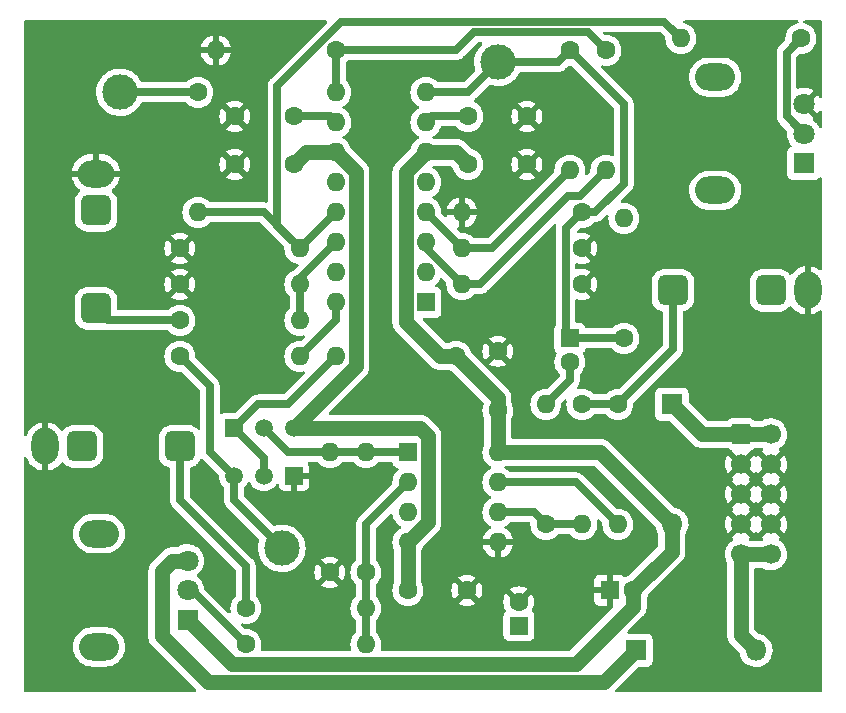
<source format=gtl>
%TF.GenerationSoftware,KiCad,Pcbnew,(6.0.0-0)*%
%TF.CreationDate,2022-05-15T09:39:35+01:00*%
%TF.ProjectId,example-lowpass-filter,6578616d-706c-4652-9d6c-6f7770617373,r01*%
%TF.SameCoordinates,Original*%
%TF.FileFunction,Copper,L1,Top*%
%TF.FilePolarity,Positive*%
%FSLAX46Y46*%
G04 Gerber Fmt 4.6, Leading zero omitted, Abs format (unit mm)*
G04 Created by KiCad (PCBNEW (6.0.0-0)) date 2022-05-15 09:39:35*
%MOMM*%
%LPD*%
G01*
G04 APERTURE LIST*
G04 Aperture macros list*
%AMRoundRect*
0 Rectangle with rounded corners*
0 $1 Rounding radius*
0 $2 $3 $4 $5 $6 $7 $8 $9 X,Y pos of 4 corners*
0 Add a 4 corners polygon primitive as box body*
4,1,4,$2,$3,$4,$5,$6,$7,$8,$9,$2,$3,0*
0 Add four circle primitives for the rounded corners*
1,1,$1+$1,$2,$3*
1,1,$1+$1,$4,$5*
1,1,$1+$1,$6,$7*
1,1,$1+$1,$8,$9*
0 Add four rect primitives between the rounded corners*
20,1,$1+$1,$2,$3,$4,$5,0*
20,1,$1+$1,$4,$5,$6,$7,0*
20,1,$1+$1,$6,$7,$8,$9,0*
20,1,$1+$1,$8,$9,$2,$3,0*%
G04 Aperture macros list end*
%TA.AperFunction,ComponentPad*%
%ADD10O,3.400000X2.300000*%
%TD*%
%TA.AperFunction,ComponentPad*%
%ADD11R,1.800000X1.800000*%
%TD*%
%TA.AperFunction,ComponentPad*%
%ADD12C,1.800000*%
%TD*%
%TA.AperFunction,ComponentPad*%
%ADD13C,1.600000*%
%TD*%
%TA.AperFunction,ComponentPad*%
%ADD14O,1.600000X1.600000*%
%TD*%
%TA.AperFunction,ComponentPad*%
%ADD15O,2.300000X3.100000*%
%TD*%
%TA.AperFunction,ComponentPad*%
%ADD16RoundRect,0.650000X-0.650000X0.650000X-0.650000X-0.650000X0.650000X-0.650000X0.650000X0.650000X0*%
%TD*%
%TA.AperFunction,ComponentPad*%
%ADD17RoundRect,0.650000X0.650000X-0.650000X0.650000X0.650000X-0.650000X0.650000X-0.650000X-0.650000X0*%
%TD*%
%TA.AperFunction,ComponentPad*%
%ADD18R,1.600000X1.600000*%
%TD*%
%TA.AperFunction,ComponentPad*%
%ADD19O,3.100000X2.300000*%
%TD*%
%TA.AperFunction,ComponentPad*%
%ADD20RoundRect,0.650000X0.650000X0.650000X-0.650000X0.650000X-0.650000X-0.650000X0.650000X-0.650000X0*%
%TD*%
%TA.AperFunction,ComponentPad*%
%ADD21R,1.500000X1.500000*%
%TD*%
%TA.AperFunction,ComponentPad*%
%ADD22C,1.500000*%
%TD*%
%TA.AperFunction,ComponentPad*%
%ADD23C,3.000000*%
%TD*%
%TA.AperFunction,ComponentPad*%
%ADD24O,1.800000X1.800000*%
%TD*%
%TA.AperFunction,ComponentPad*%
%ADD25RoundRect,0.250000X-0.600000X-0.600000X0.600000X-0.600000X0.600000X0.600000X-0.600000X0.600000X0*%
%TD*%
%TA.AperFunction,ComponentPad*%
%ADD26C,1.700000*%
%TD*%
%TA.AperFunction,Conductor*%
%ADD27C,1.270000*%
%TD*%
%TA.AperFunction,Conductor*%
%ADD28C,0.635000*%
%TD*%
G04 APERTURE END LIST*
D10*
%TO.P,RV2,*%
%TO.N,*%
X152012000Y-64196000D03*
X152012000Y-54596000D03*
D11*
%TO.P,RV2,1,1*%
%TO.N,Net-(R20-Pad2)*%
X159512000Y-61896000D03*
D12*
%TO.P,RV2,2,2*%
%TO.N,Net-(R21-Pad1)*%
X159512000Y-59396000D03*
%TO.P,RV2,3,3*%
%TO.N,GND*%
X159512000Y-56896000D03*
%TD*%
D13*
%TO.P,R21,1*%
%TO.N,Net-(R21-Pad1)*%
X159258000Y-51308000D03*
D14*
%TO.P,R21,2*%
%TO.N,/FEEDBACK*%
X149098000Y-51308000D03*
%TD*%
D13*
%TO.P,R20,1*%
%TO.N,Net-(R15-Pad1)*%
X144272000Y-76708000D03*
D14*
%TO.P,R20,2*%
%TO.N,Net-(R20-Pad2)*%
X144272000Y-66548000D03*
%TD*%
D15*
%TO.P,J2,S*%
%TO.N,GND*%
X95280000Y-85852000D03*
D16*
%TO.P,J2,T*%
%TO.N,Net-(J2-PadT)*%
X106680000Y-85852000D03*
%TO.P,J2,TN*%
%TO.N,unconnected-(J2-PadTN)*%
X98380000Y-85852000D03*
%TD*%
D13*
%TO.P,R13,1*%
%TO.N,GND*%
X140716000Y-72136000D03*
D14*
%TO.P,R13,2*%
%TO.N,Net-(R12-Pad2)*%
X130556000Y-72136000D03*
%TD*%
D15*
%TO.P,J4,S*%
%TO.N,GND*%
X159818000Y-72644000D03*
D17*
%TO.P,J4,T*%
%TO.N,Net-(J4-PadT)*%
X148418000Y-72644000D03*
%TO.P,J4,TN*%
%TO.N,unconnected-(J4-PadTN)*%
X156718000Y-72644000D03*
%TD*%
D18*
%TO.P,C4,1*%
%TO.N,+12V*%
X135382000Y-101031113D03*
D13*
%TO.P,C4,2*%
%TO.N,GND*%
X135382000Y-99031113D03*
%TD*%
D19*
%TO.P,J1,S*%
%TO.N,GND*%
X99568000Y-62768000D03*
D20*
%TO.P,J1,T*%
%TO.N,Net-(J1-PadT)*%
X99568000Y-74168000D03*
%TO.P,J1,TN*%
%TO.N,unconnected-(J1-PadTN)*%
X99568000Y-65868000D03*
%TD*%
D18*
%TO.P,C3,1*%
%TO.N,Net-(R15-Pad1)*%
X139700000Y-76708000D03*
D13*
%TO.P,C3,2*%
%TO.N,Net-(R17-Pad2)*%
X139700000Y-78708000D03*
%TD*%
%TO.P,R14,1*%
%TO.N,GND*%
X140716000Y-69088000D03*
D14*
%TO.P,R14,2*%
%TO.N,Net-(R14-Pad2)*%
X130556000Y-69088000D03*
%TD*%
D13*
%TO.P,R3,1*%
%TO.N,GND*%
X106680000Y-72136000D03*
D14*
%TO.P,R3,2*%
%TO.N,Net-(R1-Pad2)*%
X116840000Y-72136000D03*
%TD*%
D13*
%TO.P,R9,1*%
%TO.N,-12V*%
X130048000Y-78232000D03*
D14*
%TO.P,R9,2*%
%TO.N,Net-(Q1-Pad1)*%
X119888000Y-78232000D03*
%TD*%
D13*
%TO.P,R17,1*%
%TO.N,Net-(R17-Pad1)*%
X137668000Y-92456000D03*
D14*
%TO.P,R17,2*%
%TO.N,Net-(R17-Pad2)*%
X137668000Y-82296000D03*
%TD*%
D13*
%TO.P,R11,1*%
%TO.N,Net-(Q2-Pad3)*%
X106680000Y-78232000D03*
D14*
%TO.P,R11,2*%
%TO.N,Net-(R11-Pad2)*%
X116840000Y-78232000D03*
%TD*%
D13*
%TO.P,C8,1*%
%TO.N,+12V*%
X125984000Y-98044000D03*
%TO.P,C8,2*%
%TO.N,GND*%
X130984000Y-98044000D03*
%TD*%
D21*
%TO.P,Q1,1,E*%
%TO.N,Net-(Q1-Pad1)*%
X111252000Y-84328000D03*
D22*
%TO.P,Q1,2,B*%
%TO.N,Net-(Q1-Pad2)*%
X113792000Y-84328000D03*
%TO.P,Q1,3,C*%
%TO.N,+12V*%
X116332000Y-84328000D03*
%TD*%
D23*
%TO.P,TP1,1,1*%
%TO.N,Net-(R10-Pad1)*%
X101600000Y-55880000D03*
%TD*%
D10*
%TO.P,RV1,*%
%TO.N,*%
X99825000Y-93244000D03*
X99825000Y-102844000D03*
D11*
%TO.P,RV1,1,1*%
%TO.N,-12V*%
X107325000Y-100544000D03*
D12*
%TO.P,RV1,2,2*%
%TO.N,Net-(R4-Pad1)*%
X107325000Y-98044000D03*
%TO.P,RV1,3,3*%
%TO.N,+12V*%
X107325000Y-95544000D03*
%TD*%
D13*
%TO.P,R7,1*%
%TO.N,Net-(R10-Pad1)*%
X108204000Y-55880000D03*
D14*
%TO.P,R7,2*%
%TO.N,/FEEDBACK*%
X108204000Y-66040000D03*
%TD*%
D13*
%TO.P,R15,1*%
%TO.N,Net-(R15-Pad1)*%
X139700000Y-52324000D03*
D14*
%TO.P,R15,2*%
%TO.N,Net-(R14-Pad2)*%
X139700000Y-62484000D03*
%TD*%
D13*
%TO.P,R4,1*%
%TO.N,Net-(R4-Pad1)*%
X112268000Y-102616000D03*
D14*
%TO.P,R4,2*%
%TO.N,Net-(R2-Pad2)*%
X122428000Y-102616000D03*
%TD*%
D21*
%TO.P,Q2,1,E*%
%TO.N,GND*%
X116332000Y-88392000D03*
D22*
%TO.P,Q2,2,B*%
%TO.N,Net-(Q1-Pad1)*%
X113792000Y-88392000D03*
%TO.P,Q2,3,C*%
%TO.N,Net-(Q2-Pad3)*%
X111252000Y-88392000D03*
%TD*%
D11*
%TO.P,D2,1,K*%
%TO.N,Net-(D2-Pad1)*%
X148336000Y-82296000D03*
D24*
%TO.P,D2,2,A*%
%TO.N,-12V*%
X148336000Y-92456000D03*
%TD*%
D23*
%TO.P,TP3,1,1*%
%TO.N,Net-(R15-Pad1)*%
X133604000Y-53340000D03*
%TD*%
D13*
%TO.P,C7,1*%
%TO.N,GND*%
X136064000Y-61976000D03*
%TO.P,C7,2*%
%TO.N,-12V*%
X131064000Y-61976000D03*
%TD*%
%TO.P,C1,1*%
%TO.N,Net-(C1-Pad1)*%
X116332000Y-57912000D03*
%TO.P,C1,2*%
%TO.N,GND*%
X111332000Y-57912000D03*
%TD*%
%TO.P,R6,1*%
%TO.N,Net-(R2-Pad2)*%
X122428000Y-96520000D03*
D14*
%TO.P,R6,2*%
%TO.N,Net-(Q1-Pad2)*%
X122428000Y-86360000D03*
%TD*%
D13*
%TO.P,R8,1*%
%TO.N,GND*%
X119380000Y-96520000D03*
D14*
%TO.P,R8,2*%
%TO.N,Net-(Q1-Pad2)*%
X119380000Y-86360000D03*
%TD*%
D13*
%TO.P,R2,1*%
%TO.N,Net-(J2-PadT)*%
X112268000Y-99568000D03*
D14*
%TO.P,R2,2*%
%TO.N,Net-(R2-Pad2)*%
X122428000Y-99568000D03*
%TD*%
D18*
%TO.P,U1,1*%
%TO.N,Net-(R11-Pad2)*%
X127508000Y-73660000D03*
D14*
%TO.P,U1,2,DIODE_BIAS*%
%TO.N,unconnected-(U1-Pad2)*%
X127508000Y-71120000D03*
%TO.P,U1,3,+*%
%TO.N,Net-(R12-Pad2)*%
X127508000Y-68580000D03*
%TO.P,U1,4,-*%
%TO.N,Net-(R14-Pad2)*%
X127508000Y-66040000D03*
%TO.P,U1,5*%
%TO.N,Net-(C2-Pad1)*%
X127508000Y-63500000D03*
%TO.P,U1,6,V-*%
%TO.N,-12V*%
X127508000Y-60960000D03*
%TO.P,U1,7*%
%TO.N,Net-(C2-Pad1)*%
X127508000Y-58420000D03*
%TO.P,U1,8*%
%TO.N,Net-(R15-Pad1)*%
X127508000Y-55880000D03*
%TO.P,U1,9*%
%TO.N,Net-(R10-Pad1)*%
X119888000Y-55880000D03*
%TO.P,U1,10*%
%TO.N,Net-(C1-Pad1)*%
X119888000Y-58420000D03*
%TO.P,U1,11,V+*%
%TO.N,+12V*%
X119888000Y-60960000D03*
%TO.P,U1,12*%
%TO.N,Net-(C1-Pad1)*%
X119888000Y-63500000D03*
%TO.P,U1,13,-*%
%TO.N,/FEEDBACK*%
X119888000Y-66040000D03*
%TO.P,U1,14,+*%
%TO.N,Net-(R1-Pad2)*%
X119888000Y-68580000D03*
%TO.P,U1,15,DIODE_BIAS*%
%TO.N,unconnected-(U1-Pad15)*%
X119888000Y-71120000D03*
%TO.P,U1,16*%
%TO.N,Net-(R11-Pad2)*%
X119888000Y-73660000D03*
%TD*%
D13*
%TO.P,C9,1*%
%TO.N,GND*%
X133604000Y-77804000D03*
%TO.P,C9,2*%
%TO.N,-12V*%
X133604000Y-82804000D03*
%TD*%
%TO.P,R10,1*%
%TO.N,Net-(R10-Pad1)*%
X119888000Y-52324000D03*
D14*
%TO.P,R10,2*%
%TO.N,GND*%
X109728000Y-52324000D03*
%TD*%
D25*
%TO.P,J3,1,-12V*%
%TO.N,Net-(D2-Pad1)*%
X154178000Y-84836000D03*
D26*
%TO.P,J3,2,-12V*%
X156718000Y-84836000D03*
%TO.P,J3,3,GND*%
%TO.N,GND*%
X154178000Y-87376000D03*
%TO.P,J3,4,GND*%
X156718000Y-87376000D03*
%TO.P,J3,5,GND*%
X154178000Y-89916000D03*
%TO.P,J3,6,GND*%
X156718000Y-89916000D03*
%TO.P,J3,7,GND*%
X154178000Y-92456000D03*
%TO.P,J3,8,GND*%
X156718000Y-92456000D03*
%TO.P,J3,9,+12V*%
%TO.N,Net-(D1-Pad2)*%
X154178000Y-94996000D03*
%TO.P,J3,10,+12V*%
X156718000Y-94996000D03*
%TD*%
D11*
%TO.P,D1,1,K*%
%TO.N,+12V*%
X145288000Y-103124000D03*
D24*
%TO.P,D1,2,A*%
%TO.N,Net-(D1-Pad2)*%
X155448000Y-103124000D03*
%TD*%
D13*
%TO.P,C2,1*%
%TO.N,Net-(C2-Pad1)*%
X131064000Y-57912000D03*
%TO.P,C2,2*%
%TO.N,GND*%
X136064000Y-57912000D03*
%TD*%
D23*
%TO.P,TP2,1,1*%
%TO.N,Net-(Q2-Pad3)*%
X115316000Y-94488000D03*
%TD*%
D13*
%TO.P,R1,1*%
%TO.N,Net-(J1-PadT)*%
X106680000Y-75184000D03*
D14*
%TO.P,R1,2*%
%TO.N,Net-(R1-Pad2)*%
X116840000Y-75184000D03*
%TD*%
D13*
%TO.P,R16,1*%
%TO.N,Net-(R15-Pad1)*%
X140716000Y-66040000D03*
D14*
%TO.P,R16,2*%
%TO.N,GND*%
X130556000Y-66040000D03*
%TD*%
D13*
%TO.P,R12,1*%
%TO.N,Net-(R10-Pad1)*%
X142748000Y-52324000D03*
D14*
%TO.P,R12,2*%
%TO.N,Net-(R12-Pad2)*%
X142748000Y-62484000D03*
%TD*%
D13*
%TO.P,C6,1*%
%TO.N,+12V*%
X116332000Y-61976000D03*
%TO.P,C6,2*%
%TO.N,GND*%
X111332000Y-61976000D03*
%TD*%
%TO.P,R18,1*%
%TO.N,Net-(J4-PadT)*%
X140716000Y-82296000D03*
D14*
%TO.P,R18,2*%
%TO.N,Net-(R17-Pad1)*%
X140716000Y-92456000D03*
%TD*%
D13*
%TO.P,R19,1*%
%TO.N,Net-(J4-PadT)*%
X143764000Y-82296000D03*
D14*
%TO.P,R19,2*%
%TO.N,Net-(R19-Pad2)*%
X143764000Y-92456000D03*
%TD*%
D13*
%TO.P,R5,1*%
%TO.N,GND*%
X106680000Y-69088000D03*
D14*
%TO.P,R5,2*%
%TO.N,/FEEDBACK*%
X116840000Y-69088000D03*
%TD*%
D18*
%TO.P,C5,1*%
%TO.N,GND*%
X143062888Y-98044000D03*
D13*
%TO.P,C5,2*%
%TO.N,-12V*%
X145062888Y-98044000D03*
%TD*%
D18*
%TO.P,U2,1*%
%TO.N,Net-(Q1-Pad2)*%
X125984000Y-86360000D03*
D14*
%TO.P,U2,2,-*%
%TO.N,Net-(R2-Pad2)*%
X125984000Y-88900000D03*
%TO.P,U2,3,+*%
%TO.N,GND*%
X125984000Y-91440000D03*
%TO.P,U2,4,V-*%
%TO.N,+12V*%
X125984000Y-93980000D03*
%TO.P,U2,5,+*%
%TO.N,GND*%
X133604000Y-93980000D03*
%TO.P,U2,6,-*%
%TO.N,Net-(R17-Pad1)*%
X133604000Y-91440000D03*
%TO.P,U2,7*%
%TO.N,Net-(R19-Pad2)*%
X133604000Y-88900000D03*
%TO.P,U2,8,V+*%
%TO.N,-12V*%
X133604000Y-86360000D03*
%TD*%
D27*
%TO.N,-12V*%
X148336000Y-92456000D02*
X142240000Y-86360000D01*
X142240000Y-86360000D02*
X133604000Y-86360000D01*
D28*
%TO.N,Net-(R15-Pad1)*%
X144272000Y-76708000D02*
X139700000Y-76708000D01*
%TO.N,/FEEDBACK*%
X149098000Y-51308000D02*
X147701480Y-49911480D01*
X147701480Y-49911480D02*
X120361617Y-49911480D01*
X114935000Y-67183000D02*
X116840000Y-69088000D01*
X120361617Y-49911480D02*
X114935000Y-55338097D01*
X114935000Y-55338097D02*
X114935000Y-67183000D01*
%TO.N,Net-(R21-Pad1)*%
X159512000Y-59396000D02*
X158040989Y-57924989D01*
X158040989Y-57924989D02*
X158040989Y-52525011D01*
X158040989Y-52525011D02*
X159258000Y-51308000D01*
%TO.N,Net-(J4-PadT)*%
X148418000Y-72644000D02*
X148418000Y-77642000D01*
X148418000Y-77642000D02*
X143764000Y-82296000D01*
D27*
%TO.N,Net-(D1-Pad2)*%
X154178000Y-94996000D02*
X154178000Y-101854000D01*
X154178000Y-101854000D02*
X155448000Y-103124000D01*
X154178000Y-94996000D02*
X156718000Y-94996000D01*
%TO.N,-12V*%
X148336000Y-92456000D02*
X148336000Y-94770888D01*
X148336000Y-94770888D02*
X145062888Y-98044000D01*
%TO.N,Net-(D2-Pad1)*%
X154178000Y-84836000D02*
X150876000Y-84836000D01*
X150876000Y-84836000D02*
X148336000Y-82296000D01*
X156718000Y-84836000D02*
X154178000Y-84836000D01*
%TO.N,-12V*%
X145062888Y-98044000D02*
X145062888Y-99421022D01*
X145062888Y-99421022D02*
X140179399Y-104304511D01*
X140179399Y-104304511D02*
X111085511Y-104304511D01*
D28*
%TO.N,Net-(C1-Pad1)*%
X116332000Y-57912000D02*
X119380000Y-57912000D01*
X119380000Y-57912000D02*
X119888000Y-58420000D01*
%TO.N,Net-(C2-Pad1)*%
X128016000Y-57912000D02*
X127508000Y-58420000D01*
X131064000Y-57912000D02*
X128016000Y-57912000D01*
%TO.N,Net-(R15-Pad1)*%
X140716000Y-66040000D02*
X139344989Y-67411011D01*
X139344989Y-67411011D02*
X139344989Y-76352989D01*
X139344989Y-76352989D02*
X139700000Y-76708000D01*
X144272000Y-56896000D02*
X139700000Y-52324000D01*
X138684000Y-53340000D02*
X139700000Y-52324000D01*
X133604000Y-53340000D02*
X138684000Y-53340000D01*
X131064000Y-55880000D02*
X133604000Y-53340000D01*
X141847370Y-66040000D02*
X144272000Y-63615370D01*
X127508000Y-55880000D02*
X131064000Y-55880000D01*
X140716000Y-66040000D02*
X141847370Y-66040000D01*
X144272000Y-63615370D02*
X144272000Y-56896000D01*
%TO.N,Net-(R17-Pad2)*%
X139700000Y-78708000D02*
X139700000Y-80264000D01*
X139700000Y-80264000D02*
X137668000Y-82296000D01*
D27*
%TO.N,+12V*%
X105156000Y-101952022D02*
X105156000Y-96440208D01*
X116332000Y-84328000D02*
X121576511Y-79083489D01*
X127000000Y-84328000D02*
X116332000Y-84328000D01*
X105156000Y-96440208D02*
X106052208Y-95544000D01*
X127672511Y-85000511D02*
X127000000Y-84328000D01*
X142583969Y-105828031D02*
X109032009Y-105828031D01*
X127672511Y-92291489D02*
X127672511Y-85000511D01*
X119888000Y-60960000D02*
X117348000Y-60960000D01*
X109032009Y-105828031D02*
X105156000Y-101952022D01*
X117348000Y-60960000D02*
X116332000Y-61976000D01*
X125984000Y-93980000D02*
X125984000Y-98044000D01*
X125984000Y-93980000D02*
X127672511Y-92291489D01*
X106052208Y-95544000D02*
X107325000Y-95544000D01*
X121576511Y-62648511D02*
X119888000Y-60960000D01*
X121576511Y-79083489D02*
X121576511Y-62648511D01*
X145288000Y-103124000D02*
X142583969Y-105828031D01*
%TO.N,-12V*%
X127508000Y-60960000D02*
X130048000Y-60960000D01*
X133604000Y-86360000D02*
X133604000Y-82804000D01*
X130048000Y-60960000D02*
X131064000Y-61976000D01*
X130048000Y-78232000D02*
X128702978Y-78232000D01*
X128702978Y-78232000D02*
X125819489Y-75348511D01*
X133604000Y-81788000D02*
X130048000Y-78232000D01*
X125819489Y-75348511D02*
X125819489Y-62648511D01*
X111085511Y-104304511D02*
X107325000Y-100544000D01*
X125819489Y-62648511D02*
X127508000Y-60960000D01*
X133604000Y-82804000D02*
X133604000Y-81788000D01*
D28*
%TO.N,Net-(J1-PadT)*%
X99568000Y-74168000D02*
X100584000Y-75184000D01*
X100584000Y-75184000D02*
X106680000Y-75184000D01*
%TO.N,Net-(J2-PadT)*%
X106680000Y-90424000D02*
X112268000Y-96012000D01*
X106680000Y-85852000D02*
X106680000Y-90424000D01*
X112268000Y-96012000D02*
X112268000Y-99568000D01*
%TO.N,Net-(J4-PadT)*%
X140716000Y-82296000D02*
X143764000Y-82296000D01*
%TO.N,Net-(Q1-Pad2)*%
X115824000Y-86360000D02*
X119380000Y-86360000D01*
X113792000Y-84328000D02*
X115824000Y-86360000D01*
X125984000Y-86360000D02*
X122428000Y-86360000D01*
X119380000Y-86360000D02*
X122428000Y-86360000D01*
%TO.N,Net-(Q1-Pad1)*%
X119888000Y-78232000D02*
X115824000Y-82296000D01*
X113792000Y-86868000D02*
X111252000Y-84328000D01*
X115824000Y-82296000D02*
X113284000Y-82296000D01*
X113284000Y-82296000D02*
X111252000Y-84328000D01*
X113792000Y-88392000D02*
X113792000Y-86868000D01*
%TO.N,Net-(Q2-Pad3)*%
X109220000Y-86360000D02*
X109220000Y-80772000D01*
X111252000Y-90424000D02*
X111252000Y-88392000D01*
X115316000Y-94488000D02*
X111252000Y-90424000D01*
X111252000Y-88392000D02*
X109220000Y-86360000D01*
X109220000Y-80772000D02*
X106680000Y-78232000D01*
%TO.N,Net-(R1-Pad2)*%
X116840000Y-72136000D02*
X116840000Y-75184000D01*
X116840000Y-72136000D02*
X116840000Y-71628000D01*
X116840000Y-71628000D02*
X119888000Y-68580000D01*
%TO.N,Net-(R2-Pad2)*%
X122428000Y-96520000D02*
X122428000Y-92456000D01*
X122428000Y-102616000D02*
X122428000Y-99568000D01*
X122428000Y-99568000D02*
X122428000Y-96520000D01*
X122428000Y-92456000D02*
X125984000Y-88900000D01*
%TO.N,Net-(R4-Pad1)*%
X107325000Y-98044000D02*
X107696000Y-98044000D01*
X107696000Y-98044000D02*
X112268000Y-102616000D01*
%TO.N,/FEEDBACK*%
X119888000Y-66040000D02*
X116840000Y-69088000D01*
X113792000Y-66040000D02*
X116840000Y-69088000D01*
X108204000Y-66040000D02*
X113792000Y-66040000D01*
%TO.N,Net-(R10-Pad1)*%
X131572000Y-50800000D02*
X141224000Y-50800000D01*
X101600000Y-55880000D02*
X108204000Y-55880000D01*
X119888000Y-55880000D02*
X119888000Y-52324000D01*
X130048000Y-52324000D02*
X131572000Y-50800000D01*
X141224000Y-50800000D02*
X142748000Y-52324000D01*
X119888000Y-52324000D02*
X130048000Y-52324000D01*
%TO.N,Net-(R11-Pad2)*%
X119888000Y-73660000D02*
X119888000Y-75184000D01*
X119888000Y-75184000D02*
X116840000Y-78232000D01*
%TO.N,Net-(R12-Pad2)*%
X140563011Y-64668989D02*
X139547011Y-64668989D01*
X139547011Y-64668989D02*
X132080000Y-72136000D01*
X127508000Y-69088000D02*
X130556000Y-72136000D01*
X132080000Y-72136000D02*
X130556000Y-72136000D01*
X142748000Y-62484000D02*
X140563011Y-64668989D01*
X127508000Y-68580000D02*
X127508000Y-69088000D01*
%TO.N,Net-(R14-Pad2)*%
X127508000Y-66040000D02*
X130556000Y-69088000D01*
X139700000Y-62484000D02*
X133096000Y-69088000D01*
X133096000Y-69088000D02*
X130556000Y-69088000D01*
%TO.N,Net-(R17-Pad1)*%
X133604000Y-91440000D02*
X136652000Y-91440000D01*
X136652000Y-91440000D02*
X137668000Y-92456000D01*
X137668000Y-92456000D02*
X140716000Y-92456000D01*
%TO.N,Net-(R19-Pad2)*%
X140208000Y-88900000D02*
X143764000Y-92456000D01*
X133604000Y-88900000D02*
X140208000Y-88900000D01*
%TD*%
%TA.AperFunction,Conductor*%
%TO.N,GND*%
G36*
X119084887Y-49804002D02*
G01*
X119131380Y-49857658D01*
X119141484Y-49927932D01*
X119111990Y-49992512D01*
X119105861Y-49999095D01*
X114379245Y-54725712D01*
X114371478Y-54732855D01*
X114333307Y-54765112D01*
X114329164Y-54770531D01*
X114329163Y-54770532D01*
X114285869Y-54827159D01*
X114283971Y-54829579D01*
X114235031Y-54890447D01*
X114231998Y-54896557D01*
X114230696Y-54898593D01*
X114230377Y-54899049D01*
X114229967Y-54899707D01*
X114229698Y-54900197D01*
X114228447Y-54902263D01*
X114224303Y-54907683D01*
X114191305Y-54978448D01*
X114189971Y-54981219D01*
X114155233Y-55051199D01*
X114153581Y-55057824D01*
X114152747Y-55060091D01*
X114152528Y-55060616D01*
X114152279Y-55061320D01*
X114152117Y-55061870D01*
X114151339Y-55064154D01*
X114148457Y-55070336D01*
X114146969Y-55076994D01*
X114146966Y-55077002D01*
X114131419Y-55146555D01*
X114130711Y-55149551D01*
X114113467Y-55218712D01*
X114111816Y-55225335D01*
X114111625Y-55232156D01*
X114111297Y-55234553D01*
X114111096Y-55235667D01*
X114110434Y-55240441D01*
X114109307Y-55245481D01*
X114109000Y-55250972D01*
X114109000Y-55324386D01*
X114108951Y-55327904D01*
X114106805Y-55404732D01*
X114108084Y-55411439D01*
X114108594Y-55417774D01*
X114109000Y-55427881D01*
X114109000Y-65106466D01*
X114088998Y-65174587D01*
X114035342Y-65221080D01*
X113965068Y-65231184D01*
X113952517Y-65228723D01*
X113904762Y-65216816D01*
X113897940Y-65216625D01*
X113895544Y-65216297D01*
X113894430Y-65216096D01*
X113889656Y-65215434D01*
X113884616Y-65214307D01*
X113879125Y-65214000D01*
X113805711Y-65214000D01*
X113802193Y-65213951D01*
X113801283Y-65213926D01*
X113725365Y-65211805D01*
X113718658Y-65213084D01*
X113712323Y-65213594D01*
X113702216Y-65214000D01*
X109280688Y-65214000D01*
X109212567Y-65193998D01*
X109191593Y-65177095D01*
X109048300Y-65033802D01*
X109043792Y-65030645D01*
X109043789Y-65030643D01*
X108965611Y-64975902D01*
X108860749Y-64902477D01*
X108855767Y-64900154D01*
X108855762Y-64900151D01*
X108658225Y-64808039D01*
X108658224Y-64808039D01*
X108653243Y-64805716D01*
X108647935Y-64804294D01*
X108647933Y-64804293D01*
X108437402Y-64747881D01*
X108437400Y-64747881D01*
X108432087Y-64746457D01*
X108204000Y-64726502D01*
X107975913Y-64746457D01*
X107970600Y-64747881D01*
X107970598Y-64747881D01*
X107760067Y-64804293D01*
X107760065Y-64804294D01*
X107754757Y-64805716D01*
X107749776Y-64808039D01*
X107749775Y-64808039D01*
X107552238Y-64900151D01*
X107552233Y-64900154D01*
X107547251Y-64902477D01*
X107442389Y-64975902D01*
X107364211Y-65030643D01*
X107364208Y-65030645D01*
X107359700Y-65033802D01*
X107197802Y-65195700D01*
X107194645Y-65200208D01*
X107194643Y-65200211D01*
X107174679Y-65228723D01*
X107066477Y-65383251D01*
X107064154Y-65388233D01*
X107064151Y-65388238D01*
X107064034Y-65388489D01*
X106969716Y-65590757D01*
X106968294Y-65596065D01*
X106968293Y-65596067D01*
X106920756Y-65773478D01*
X106910457Y-65811913D01*
X106890502Y-66040000D01*
X106910457Y-66268087D01*
X106911881Y-66273400D01*
X106911881Y-66273402D01*
X106939080Y-66374907D01*
X106969716Y-66489243D01*
X106972039Y-66494224D01*
X106972039Y-66494225D01*
X107064151Y-66691762D01*
X107064154Y-66691767D01*
X107066477Y-66696749D01*
X107130841Y-66788670D01*
X107187594Y-66869721D01*
X107197802Y-66884300D01*
X107359700Y-67046198D01*
X107364208Y-67049355D01*
X107364211Y-67049357D01*
X107415982Y-67085607D01*
X107547251Y-67177523D01*
X107552233Y-67179846D01*
X107552238Y-67179849D01*
X107730009Y-67262744D01*
X107754757Y-67274284D01*
X107760065Y-67275706D01*
X107760067Y-67275707D01*
X107970598Y-67332119D01*
X107970600Y-67332119D01*
X107975913Y-67333543D01*
X108204000Y-67353498D01*
X108432087Y-67333543D01*
X108437400Y-67332119D01*
X108437402Y-67332119D01*
X108647933Y-67275707D01*
X108647935Y-67275706D01*
X108653243Y-67274284D01*
X108677991Y-67262744D01*
X108855762Y-67179849D01*
X108855767Y-67179846D01*
X108860749Y-67177523D01*
X108992018Y-67085607D01*
X109043789Y-67049357D01*
X109043792Y-67049355D01*
X109048300Y-67046198D01*
X109191593Y-66902905D01*
X109253905Y-66868879D01*
X109280688Y-66866000D01*
X113397669Y-66866000D01*
X113465790Y-66886002D01*
X113486764Y-66902905D01*
X114341245Y-67757386D01*
X114343698Y-67759908D01*
X114385941Y-67804578D01*
X114396496Y-67815740D01*
X114402138Y-67819574D01*
X114406982Y-67823697D01*
X114414412Y-67830553D01*
X115292215Y-68708355D01*
X115496649Y-68912789D01*
X115530674Y-68975102D01*
X115533075Y-69012866D01*
X115530379Y-69043682D01*
X115526502Y-69088000D01*
X115546457Y-69316087D01*
X115547881Y-69321400D01*
X115547881Y-69321402D01*
X115594979Y-69497171D01*
X115605716Y-69537243D01*
X115608039Y-69542224D01*
X115608039Y-69542225D01*
X115700151Y-69739762D01*
X115700154Y-69739767D01*
X115702477Y-69744749D01*
X115833802Y-69932300D01*
X115995700Y-70094198D01*
X116000208Y-70097355D01*
X116000211Y-70097357D01*
X116036136Y-70122512D01*
X116183251Y-70225523D01*
X116188233Y-70227846D01*
X116188238Y-70227849D01*
X116384765Y-70319490D01*
X116390757Y-70322284D01*
X116396065Y-70323706D01*
X116396067Y-70323707D01*
X116606598Y-70380119D01*
X116606600Y-70380119D01*
X116611913Y-70381543D01*
X116617389Y-70382022D01*
X116617394Y-70382023D01*
X116624486Y-70382643D01*
X116690605Y-70408505D01*
X116732245Y-70466009D01*
X116736186Y-70536896D01*
X116702601Y-70597259D01*
X116420310Y-70879550D01*
X116384465Y-70904650D01*
X116188238Y-70996151D01*
X116188233Y-70996154D01*
X116183251Y-70998477D01*
X116092941Y-71061713D01*
X116000211Y-71126643D01*
X116000208Y-71126645D01*
X115995700Y-71129802D01*
X115833802Y-71291700D01*
X115702477Y-71479251D01*
X115700154Y-71484233D01*
X115700151Y-71484238D01*
X115608039Y-71681775D01*
X115605716Y-71686757D01*
X115604294Y-71692065D01*
X115604293Y-71692067D01*
X115567017Y-71831182D01*
X115546457Y-71907913D01*
X115526502Y-72136000D01*
X115546457Y-72364087D01*
X115547881Y-72369400D01*
X115547881Y-72369402D01*
X115588275Y-72520151D01*
X115605716Y-72585243D01*
X115608039Y-72590224D01*
X115608039Y-72590225D01*
X115700151Y-72787762D01*
X115700154Y-72787767D01*
X115702477Y-72792749D01*
X115767002Y-72884900D01*
X115823594Y-72965721D01*
X115833802Y-72980300D01*
X115977095Y-73123593D01*
X116011121Y-73185905D01*
X116014000Y-73212688D01*
X116014000Y-74107312D01*
X115993998Y-74175433D01*
X115977095Y-74196407D01*
X115833802Y-74339700D01*
X115830645Y-74344208D01*
X115830643Y-74344211D01*
X115793408Y-74397388D01*
X115702477Y-74527251D01*
X115700154Y-74532233D01*
X115700151Y-74532238D01*
X115615446Y-74713891D01*
X115605716Y-74734757D01*
X115604294Y-74740065D01*
X115604293Y-74740067D01*
X115557750Y-74913767D01*
X115546457Y-74955913D01*
X115526502Y-75184000D01*
X115546457Y-75412087D01*
X115547881Y-75417400D01*
X115547881Y-75417402D01*
X115597601Y-75602956D01*
X115605716Y-75633243D01*
X115608039Y-75638224D01*
X115608039Y-75638225D01*
X115700151Y-75835762D01*
X115700154Y-75835767D01*
X115702477Y-75840749D01*
X115756359Y-75917700D01*
X115829548Y-76022224D01*
X115833802Y-76028300D01*
X115995700Y-76190198D01*
X116000208Y-76193355D01*
X116000211Y-76193357D01*
X116078389Y-76248098D01*
X116183251Y-76321523D01*
X116188233Y-76323846D01*
X116188238Y-76323849D01*
X116385775Y-76415961D01*
X116390757Y-76418284D01*
X116396065Y-76419706D01*
X116396067Y-76419707D01*
X116606598Y-76476119D01*
X116606600Y-76476119D01*
X116611913Y-76477543D01*
X116840000Y-76497498D01*
X117068087Y-76477543D01*
X117073400Y-76476119D01*
X117073402Y-76476119D01*
X117103224Y-76468128D01*
X117174200Y-76469818D01*
X117232996Y-76509612D01*
X117260944Y-76574876D01*
X117249171Y-76644890D01*
X117224930Y-76678930D01*
X117015211Y-76888649D01*
X116952899Y-76922675D01*
X116915135Y-76925075D01*
X116845476Y-76918981D01*
X116845475Y-76918981D01*
X116840000Y-76918502D01*
X116611913Y-76938457D01*
X116606600Y-76939881D01*
X116606598Y-76939881D01*
X116396067Y-76996293D01*
X116396065Y-76996294D01*
X116390757Y-76997716D01*
X116385776Y-77000039D01*
X116385775Y-77000039D01*
X116188238Y-77092151D01*
X116188233Y-77092154D01*
X116183251Y-77094477D01*
X116113962Y-77142994D01*
X116000211Y-77222643D01*
X116000208Y-77222645D01*
X115995700Y-77225802D01*
X115833802Y-77387700D01*
X115702477Y-77575251D01*
X115700154Y-77580233D01*
X115700151Y-77580238D01*
X115608039Y-77777775D01*
X115605716Y-77782757D01*
X115604294Y-77788065D01*
X115604293Y-77788067D01*
X115562589Y-77943707D01*
X115546457Y-78003913D01*
X115526502Y-78232000D01*
X115546457Y-78460087D01*
X115547881Y-78465400D01*
X115547881Y-78465402D01*
X115597601Y-78650956D01*
X115605716Y-78681243D01*
X115608039Y-78686224D01*
X115608039Y-78686225D01*
X115700151Y-78883762D01*
X115700154Y-78883767D01*
X115702477Y-78888749D01*
X115735624Y-78936087D01*
X115822865Y-79060680D01*
X115833802Y-79076300D01*
X115995700Y-79238198D01*
X116000208Y-79241355D01*
X116000211Y-79241357D01*
X116052956Y-79278289D01*
X116183251Y-79369523D01*
X116188233Y-79371846D01*
X116188238Y-79371849D01*
X116331152Y-79438490D01*
X116390757Y-79466284D01*
X116396065Y-79467706D01*
X116396067Y-79467707D01*
X116606598Y-79524119D01*
X116606600Y-79524119D01*
X116611913Y-79525543D01*
X116840000Y-79545498D01*
X117068087Y-79525543D01*
X117073400Y-79524119D01*
X117073402Y-79524119D01*
X117103224Y-79516128D01*
X117174200Y-79517818D01*
X117232996Y-79557612D01*
X117260944Y-79622876D01*
X117249171Y-79692890D01*
X117224930Y-79726930D01*
X115518765Y-81433095D01*
X115456453Y-81467121D01*
X115429670Y-81470000D01*
X113324033Y-81470000D01*
X113313489Y-81469558D01*
X113304000Y-81468761D01*
X113263700Y-81465377D01*
X113186257Y-81475711D01*
X113183257Y-81476073D01*
X113141502Y-81480609D01*
X113112366Y-81483774D01*
X113112364Y-81483774D01*
X113105583Y-81484511D01*
X113099117Y-81486687D01*
X113096767Y-81487204D01*
X113096217Y-81487301D01*
X113095450Y-81487480D01*
X113094915Y-81487635D01*
X113092568Y-81488211D01*
X113085810Y-81489113D01*
X113012460Y-81515810D01*
X113009557Y-81516826D01*
X112941961Y-81539575D01*
X112941954Y-81539578D01*
X112935489Y-81541754D01*
X112929640Y-81545269D01*
X112927447Y-81546282D01*
X112926932Y-81546494D01*
X112926234Y-81546827D01*
X112925733Y-81547100D01*
X112923579Y-81548160D01*
X112917166Y-81550494D01*
X112851198Y-81592359D01*
X112848610Y-81593956D01*
X112781656Y-81634186D01*
X112776705Y-81638867D01*
X112774769Y-81640337D01*
X112773838Y-81640984D01*
X112770000Y-81643887D01*
X112765636Y-81646657D01*
X112761537Y-81650323D01*
X112709632Y-81702228D01*
X112707110Y-81704681D01*
X112656223Y-81752802D01*
X112656220Y-81752806D01*
X112651260Y-81757496D01*
X112647422Y-81763143D01*
X112643293Y-81767995D01*
X112636435Y-81775425D01*
X111379265Y-83032595D01*
X111316953Y-83066621D01*
X111290170Y-83069500D01*
X110453866Y-83069500D01*
X110391684Y-83076255D01*
X110255295Y-83127385D01*
X110248110Y-83132770D01*
X110248106Y-83132772D01*
X110247562Y-83133180D01*
X110246931Y-83133416D01*
X110240240Y-83137079D01*
X110239711Y-83136113D01*
X110181055Y-83158026D01*
X110111673Y-83142972D01*
X110061444Y-83092796D01*
X110046000Y-83032352D01*
X110046000Y-80812022D01*
X110046442Y-80801479D01*
X110050051Y-80758498D01*
X110050622Y-80751700D01*
X110049720Y-80744936D01*
X110040299Y-80674325D01*
X110039929Y-80671271D01*
X110032226Y-80600366D01*
X110032226Y-80600365D01*
X110031489Y-80593583D01*
X110029312Y-80587116D01*
X110028796Y-80584768D01*
X110028698Y-80584214D01*
X110028522Y-80583458D01*
X110028364Y-80582914D01*
X110027789Y-80580574D01*
X110026887Y-80573810D01*
X110024554Y-80567401D01*
X110024553Y-80567396D01*
X110000189Y-80500459D01*
X109999171Y-80497552D01*
X109976424Y-80429959D01*
X109976422Y-80429954D01*
X109974246Y-80423489D01*
X109970729Y-80417636D01*
X109969720Y-80415453D01*
X109969511Y-80414946D01*
X109969167Y-80414226D01*
X109968896Y-80413728D01*
X109967841Y-80411583D01*
X109965505Y-80405165D01*
X109923649Y-80339211D01*
X109922064Y-80336643D01*
X109885328Y-80275504D01*
X109885327Y-80275503D01*
X109881814Y-80269656D01*
X109877126Y-80264699D01*
X109875657Y-80262763D01*
X109875016Y-80261840D01*
X109872108Y-80257995D01*
X109869342Y-80253636D01*
X109865677Y-80249536D01*
X109813755Y-80197614D01*
X109811302Y-80195092D01*
X109763193Y-80144218D01*
X109763191Y-80144216D01*
X109758504Y-80139260D01*
X109752863Y-80135426D01*
X109748011Y-80131297D01*
X109740581Y-80124440D01*
X108023351Y-78407211D01*
X107989326Y-78344899D01*
X107986925Y-78307135D01*
X107993019Y-78237476D01*
X107993019Y-78237475D01*
X107993498Y-78232000D01*
X107973543Y-78003913D01*
X107957411Y-77943707D01*
X107915707Y-77788067D01*
X107915706Y-77788065D01*
X107914284Y-77782757D01*
X107911961Y-77777775D01*
X107819849Y-77580238D01*
X107819846Y-77580233D01*
X107817523Y-77575251D01*
X107686198Y-77387700D01*
X107524300Y-77225802D01*
X107519792Y-77222645D01*
X107519789Y-77222643D01*
X107406038Y-77142994D01*
X107336749Y-77094477D01*
X107331767Y-77092154D01*
X107331762Y-77092151D01*
X107134225Y-77000039D01*
X107134224Y-77000039D01*
X107129243Y-76997716D01*
X107123935Y-76996294D01*
X107123933Y-76996293D01*
X106913402Y-76939881D01*
X106913400Y-76939881D01*
X106908087Y-76938457D01*
X106680000Y-76918502D01*
X106451913Y-76938457D01*
X106446600Y-76939881D01*
X106446598Y-76939881D01*
X106236067Y-76996293D01*
X106236065Y-76996294D01*
X106230757Y-76997716D01*
X106225776Y-77000039D01*
X106225775Y-77000039D01*
X106028238Y-77092151D01*
X106028233Y-77092154D01*
X106023251Y-77094477D01*
X105953962Y-77142994D01*
X105840211Y-77222643D01*
X105840208Y-77222645D01*
X105835700Y-77225802D01*
X105673802Y-77387700D01*
X105542477Y-77575251D01*
X105540154Y-77580233D01*
X105540151Y-77580238D01*
X105448039Y-77777775D01*
X105445716Y-77782757D01*
X105444294Y-77788065D01*
X105444293Y-77788067D01*
X105402589Y-77943707D01*
X105386457Y-78003913D01*
X105366502Y-78232000D01*
X105386457Y-78460087D01*
X105387881Y-78465400D01*
X105387881Y-78465402D01*
X105437601Y-78650956D01*
X105445716Y-78681243D01*
X105448039Y-78686224D01*
X105448039Y-78686225D01*
X105540151Y-78883762D01*
X105540154Y-78883767D01*
X105542477Y-78888749D01*
X105575624Y-78936087D01*
X105662865Y-79060680D01*
X105673802Y-79076300D01*
X105835700Y-79238198D01*
X105840208Y-79241355D01*
X105840211Y-79241357D01*
X105892956Y-79278289D01*
X106023251Y-79369523D01*
X106028233Y-79371846D01*
X106028238Y-79371849D01*
X106171152Y-79438490D01*
X106230757Y-79466284D01*
X106236065Y-79467706D01*
X106236067Y-79467707D01*
X106446598Y-79524119D01*
X106446600Y-79524119D01*
X106451913Y-79525543D01*
X106680000Y-79545498D01*
X106685475Y-79545019D01*
X106685476Y-79545019D01*
X106755134Y-79538925D01*
X106824739Y-79552915D01*
X106855210Y-79575351D01*
X108357095Y-81077236D01*
X108391121Y-81139548D01*
X108394000Y-81166331D01*
X108394000Y-84323274D01*
X108373998Y-84391395D01*
X108320342Y-84437888D01*
X108250068Y-84447992D01*
X108185488Y-84418498D01*
X108178982Y-84412447D01*
X108077270Y-84310911D01*
X108077265Y-84310907D01*
X108073183Y-84306832D01*
X107897607Y-84186387D01*
X107800314Y-84143172D01*
X107708299Y-84102300D01*
X107708295Y-84102299D01*
X107703021Y-84099956D01*
X107665753Y-84091043D01*
X107500941Y-84051627D01*
X107500937Y-84051626D01*
X107495943Y-84050432D01*
X107459715Y-84047835D01*
X107401487Y-84043661D01*
X107401479Y-84043661D01*
X107399237Y-84043500D01*
X106686457Y-84043500D01*
X105960764Y-84043501D01*
X105958471Y-84043669D01*
X105958464Y-84043669D01*
X105867182Y-84050347D01*
X105867178Y-84050348D01*
X105862047Y-84050723D01*
X105655056Y-84100609D01*
X105460622Y-84187380D01*
X105455868Y-84190653D01*
X105455867Y-84190654D01*
X105291886Y-84303566D01*
X105285256Y-84308131D01*
X105281176Y-84312218D01*
X105281175Y-84312219D01*
X105138911Y-84454730D01*
X105138907Y-84454735D01*
X105134832Y-84458817D01*
X105014387Y-84634393D01*
X104988472Y-84692736D01*
X104942166Y-84796988D01*
X104927956Y-84828979D01*
X104926612Y-84834599D01*
X104892602Y-84976809D01*
X104878432Y-85036057D01*
X104871500Y-85132763D01*
X104871501Y-86571236D01*
X104871669Y-86573529D01*
X104871669Y-86573536D01*
X104878244Y-86663400D01*
X104878723Y-86669953D01*
X104928609Y-86876944D01*
X105015380Y-87071378D01*
X105018653Y-87076132D01*
X105018654Y-87076133D01*
X105128350Y-87235443D01*
X105136131Y-87246744D01*
X105140218Y-87250824D01*
X105140219Y-87250825D01*
X105282730Y-87393089D01*
X105282735Y-87393093D01*
X105286817Y-87397168D01*
X105462393Y-87517613D01*
X105512004Y-87539649D01*
X105651701Y-87601700D01*
X105651705Y-87601701D01*
X105656979Y-87604044D01*
X105757308Y-87628038D01*
X105818907Y-87663336D01*
X105851645Y-87726334D01*
X105854000Y-87750582D01*
X105854000Y-90383967D01*
X105853558Y-90394511D01*
X105849377Y-90444300D01*
X105850279Y-90451060D01*
X105859706Y-90521704D01*
X105860073Y-90524743D01*
X105868511Y-90602417D01*
X105870687Y-90608883D01*
X105871204Y-90611233D01*
X105871301Y-90611783D01*
X105871480Y-90612550D01*
X105871635Y-90613085D01*
X105872211Y-90615432D01*
X105873113Y-90622190D01*
X105899603Y-90694970D01*
X105899810Y-90695540D01*
X105900826Y-90698443D01*
X105923575Y-90766039D01*
X105923578Y-90766046D01*
X105925754Y-90772511D01*
X105929269Y-90778360D01*
X105930282Y-90780553D01*
X105930494Y-90781068D01*
X105930827Y-90781766D01*
X105931100Y-90782267D01*
X105932160Y-90784421D01*
X105934494Y-90790834D01*
X105967930Y-90843520D01*
X105976342Y-90856775D01*
X105977956Y-90859390D01*
X106018186Y-90926344D01*
X106022867Y-90931295D01*
X106024337Y-90933231D01*
X106024985Y-90934162D01*
X106027885Y-90937996D01*
X106030657Y-90942364D01*
X106034323Y-90946464D01*
X106086246Y-90998387D01*
X106088699Y-91000909D01*
X106124742Y-91039023D01*
X106141496Y-91056740D01*
X106147137Y-91060574D01*
X106151989Y-91064703D01*
X106159419Y-91071560D01*
X111405095Y-96317236D01*
X111439121Y-96379548D01*
X111442000Y-96406331D01*
X111442000Y-98491312D01*
X111421998Y-98559433D01*
X111405095Y-98580407D01*
X111261802Y-98723700D01*
X111258645Y-98728208D01*
X111258643Y-98728211D01*
X111232586Y-98765424D01*
X111130477Y-98911251D01*
X111128154Y-98916233D01*
X111128151Y-98916238D01*
X111065685Y-99050198D01*
X111033716Y-99118757D01*
X111032294Y-99124065D01*
X111032293Y-99124067D01*
X110976072Y-99333884D01*
X110974457Y-99339913D01*
X110954502Y-99568000D01*
X110974457Y-99796087D01*
X110975880Y-99801398D01*
X110975882Y-99801409D01*
X110983871Y-99831222D01*
X110982182Y-99902198D01*
X110942389Y-99960994D01*
X110877125Y-99988943D01*
X110807111Y-99977170D01*
X110773070Y-99952929D01*
X108759750Y-97939610D01*
X108725725Y-97877298D01*
X108723269Y-97860841D01*
X108719773Y-97818318D01*
X108719772Y-97818312D01*
X108719349Y-97813167D01*
X108700364Y-97737585D01*
X108664184Y-97593544D01*
X108664183Y-97593540D01*
X108662925Y-97588533D01*
X108660866Y-97583797D01*
X108572630Y-97380868D01*
X108572628Y-97380865D01*
X108570570Y-97376131D01*
X108444764Y-97181665D01*
X108288887Y-97010358D01*
X108284836Y-97007159D01*
X108284832Y-97007155D01*
X108138690Y-96891740D01*
X108097627Y-96833823D01*
X108094395Y-96762900D01*
X108130020Y-96701489D01*
X108143613Y-96690279D01*
X108237243Y-96623494D01*
X108401303Y-96460005D01*
X108536458Y-96271917D01*
X108539630Y-96265500D01*
X108636784Y-96068922D01*
X108636785Y-96068920D01*
X108639078Y-96064280D01*
X108706408Y-95842671D01*
X108736640Y-95613041D01*
X108736854Y-95604280D01*
X108738245Y-95547365D01*
X108738245Y-95547361D01*
X108738327Y-95544000D01*
X108729580Y-95437613D01*
X108719773Y-95318318D01*
X108719772Y-95318312D01*
X108719349Y-95313167D01*
X108662925Y-95088533D01*
X108654813Y-95069877D01*
X108572630Y-94880868D01*
X108572628Y-94880865D01*
X108570570Y-94876131D01*
X108444764Y-94681665D01*
X108402876Y-94635630D01*
X108356301Y-94584445D01*
X108288887Y-94510358D01*
X108284836Y-94507159D01*
X108284832Y-94507155D01*
X108111177Y-94370011D01*
X108111172Y-94370008D01*
X108107123Y-94366810D01*
X108102607Y-94364317D01*
X108102604Y-94364315D01*
X107908879Y-94257373D01*
X107908875Y-94257371D01*
X107904355Y-94254876D01*
X107899486Y-94253152D01*
X107899482Y-94253150D01*
X107690903Y-94179288D01*
X107690899Y-94179287D01*
X107686028Y-94177562D01*
X107680935Y-94176655D01*
X107680932Y-94176654D01*
X107463095Y-94137851D01*
X107463089Y-94137850D01*
X107458006Y-94136945D01*
X107385096Y-94136054D01*
X107231581Y-94134179D01*
X107231579Y-94134179D01*
X107226411Y-94134116D01*
X106997464Y-94169150D01*
X106777314Y-94241106D01*
X106772726Y-94243494D01*
X106772722Y-94243496D01*
X106590077Y-94338575D01*
X106571872Y-94348052D01*
X106550212Y-94364315D01*
X106535633Y-94375261D01*
X106469149Y-94400166D01*
X106459981Y-94400500D01*
X106095013Y-94400500D01*
X106086772Y-94400230D01*
X106077660Y-94399633D01*
X106022147Y-94395994D01*
X105934249Y-94406398D01*
X105930981Y-94406740D01*
X105842929Y-94414831D01*
X105837363Y-94416401D01*
X105833667Y-94417086D01*
X105822818Y-94419244D01*
X105819182Y-94420017D01*
X105813443Y-94420696D01*
X105728952Y-94446931D01*
X105725816Y-94447860D01*
X105664667Y-94465106D01*
X105640659Y-94471877D01*
X105635471Y-94474435D01*
X105632020Y-94475760D01*
X105621585Y-94479923D01*
X105618241Y-94481308D01*
X105612735Y-94483018D01*
X105607632Y-94485703D01*
X105607622Y-94485707D01*
X105534440Y-94524210D01*
X105531516Y-94525701D01*
X105452171Y-94564829D01*
X105447542Y-94568286D01*
X105444392Y-94570216D01*
X105434949Y-94576174D01*
X105431856Y-94578183D01*
X105426746Y-94580871D01*
X105422214Y-94584444D01*
X105422212Y-94584445D01*
X105357285Y-94635630D01*
X105354684Y-94637626D01*
X105283779Y-94690573D01*
X105279865Y-94694807D01*
X105279863Y-94694809D01*
X105227946Y-94750973D01*
X105224516Y-94754539D01*
X104377696Y-95601359D01*
X104371678Y-95606996D01*
X104322981Y-95649702D01*
X104319406Y-95654237D01*
X104319405Y-95654238D01*
X104268202Y-95719190D01*
X104266124Y-95721755D01*
X104213266Y-95785308D01*
X104213262Y-95785313D01*
X104209574Y-95789748D01*
X104206755Y-95794782D01*
X104204686Y-95797792D01*
X104198492Y-95807062D01*
X104196449Y-95810207D01*
X104192872Y-95814745D01*
X104190184Y-95819853D01*
X104190182Y-95819857D01*
X104151688Y-95893024D01*
X104150118Y-95895914D01*
X104106885Y-95973112D01*
X104105028Y-95978584D01*
X104103514Y-95981984D01*
X104099127Y-95992195D01*
X104097705Y-95995629D01*
X104095018Y-96000735D01*
X104093306Y-96006249D01*
X104093305Y-96006251D01*
X104068788Y-96085207D01*
X104067769Y-96088343D01*
X104058141Y-96116707D01*
X104039331Y-96172120D01*
X104038502Y-96177833D01*
X104037659Y-96181346D01*
X104035167Y-96192359D01*
X104034409Y-96195926D01*
X104032696Y-96201442D01*
X104032018Y-96207170D01*
X104032017Y-96207175D01*
X104022297Y-96289306D01*
X104021870Y-96292548D01*
X104009175Y-96380105D01*
X104011980Y-96451491D01*
X104012403Y-96462262D01*
X104012500Y-96467209D01*
X104012500Y-101909217D01*
X104012230Y-101917458D01*
X104007994Y-101982083D01*
X104018399Y-102069995D01*
X104018736Y-102073208D01*
X104026831Y-102161301D01*
X104028399Y-102166861D01*
X104029061Y-102170434D01*
X104031250Y-102181437D01*
X104032018Y-102185050D01*
X104032697Y-102190787D01*
X104058938Y-102275298D01*
X104059854Y-102278395D01*
X104083877Y-102363571D01*
X104086435Y-102368759D01*
X104087760Y-102372210D01*
X104091901Y-102382588D01*
X104093304Y-102385975D01*
X104095018Y-102391495D01*
X104097709Y-102396609D01*
X104097709Y-102396610D01*
X104136198Y-102469767D01*
X104137695Y-102472703D01*
X104176829Y-102552059D01*
X104180287Y-102556690D01*
X104182250Y-102559893D01*
X104188173Y-102569280D01*
X104190182Y-102572373D01*
X104192871Y-102577485D01*
X104247656Y-102646978D01*
X104249627Y-102649548D01*
X104299116Y-102715823D01*
X104299123Y-102715830D01*
X104302573Y-102720451D01*
X104306807Y-102724365D01*
X104306809Y-102724367D01*
X104362973Y-102776284D01*
X104366539Y-102779714D01*
X108051730Y-106464905D01*
X108085756Y-106527217D01*
X108080691Y-106598032D01*
X108038144Y-106654868D01*
X107971624Y-106679679D01*
X107962635Y-106680000D01*
X93598000Y-106680000D01*
X93529879Y-106659998D01*
X93483386Y-106606342D01*
X93472000Y-106554000D01*
X93472000Y-102844000D01*
X97611372Y-102844000D01*
X97631854Y-103104249D01*
X97633008Y-103109056D01*
X97633009Y-103109062D01*
X97645481Y-103161011D01*
X97692796Y-103358089D01*
X97694689Y-103362660D01*
X97694690Y-103362662D01*
X97772880Y-103551428D01*
X97792697Y-103599271D01*
X97929097Y-103821856D01*
X98098637Y-104020363D01*
X98297144Y-104189903D01*
X98519729Y-104326303D01*
X98524299Y-104328196D01*
X98524303Y-104328198D01*
X98756338Y-104424310D01*
X98760911Y-104426204D01*
X98849931Y-104447576D01*
X99009938Y-104485991D01*
X99009944Y-104485992D01*
X99014751Y-104487146D01*
X99105884Y-104494318D01*
X99207385Y-104502307D01*
X99207394Y-104502307D01*
X99209842Y-104502500D01*
X100440158Y-104502500D01*
X100442606Y-104502307D01*
X100442615Y-104502307D01*
X100544116Y-104494318D01*
X100635249Y-104487146D01*
X100640056Y-104485992D01*
X100640062Y-104485991D01*
X100800069Y-104447576D01*
X100889089Y-104426204D01*
X100893662Y-104424310D01*
X101125697Y-104328198D01*
X101125701Y-104328196D01*
X101130271Y-104326303D01*
X101352856Y-104189903D01*
X101551363Y-104020363D01*
X101720903Y-103821856D01*
X101857303Y-103599271D01*
X101877121Y-103551428D01*
X101955310Y-103362662D01*
X101955311Y-103362660D01*
X101957204Y-103358089D01*
X102004519Y-103161011D01*
X102016991Y-103109062D01*
X102016992Y-103109056D01*
X102018146Y-103104249D01*
X102038628Y-102844000D01*
X102018146Y-102583751D01*
X102016992Y-102578944D01*
X102016991Y-102578938D01*
X101968532Y-102377097D01*
X101957204Y-102329911D01*
X101938552Y-102284880D01*
X101859198Y-102093303D01*
X101859196Y-102093299D01*
X101857303Y-102088729D01*
X101720903Y-101866144D01*
X101551363Y-101667637D01*
X101352856Y-101498097D01*
X101130271Y-101361697D01*
X101125701Y-101359804D01*
X101125697Y-101359802D01*
X100893662Y-101263690D01*
X100893660Y-101263689D01*
X100889089Y-101261796D01*
X100800069Y-101240424D01*
X100640062Y-101202009D01*
X100640056Y-101202008D01*
X100635249Y-101200854D01*
X100544116Y-101193682D01*
X100442615Y-101185693D01*
X100442606Y-101185693D01*
X100440158Y-101185500D01*
X99209842Y-101185500D01*
X99207394Y-101185693D01*
X99207385Y-101185693D01*
X99105884Y-101193682D01*
X99014751Y-101200854D01*
X99009944Y-101202008D01*
X99009938Y-101202009D01*
X98849931Y-101240424D01*
X98760911Y-101261796D01*
X98756340Y-101263689D01*
X98756338Y-101263690D01*
X98524303Y-101359802D01*
X98524299Y-101359804D01*
X98519729Y-101361697D01*
X98297144Y-101498097D01*
X98098637Y-101667637D01*
X97929097Y-101866144D01*
X97792697Y-102088729D01*
X97790804Y-102093299D01*
X97790802Y-102093303D01*
X97711448Y-102284880D01*
X97692796Y-102329911D01*
X97681468Y-102377097D01*
X97633009Y-102578938D01*
X97633008Y-102578944D01*
X97631854Y-102583751D01*
X97611372Y-102844000D01*
X93472000Y-102844000D01*
X93472000Y-93244000D01*
X97611372Y-93244000D01*
X97631854Y-93504249D01*
X97633008Y-93509056D01*
X97633009Y-93509062D01*
X97652529Y-93590366D01*
X97692796Y-93758089D01*
X97694689Y-93762660D01*
X97694690Y-93762662D01*
X97786983Y-93985475D01*
X97792697Y-93999271D01*
X97929097Y-94221856D01*
X98098637Y-94420363D01*
X98297144Y-94589903D01*
X98519729Y-94726303D01*
X98524299Y-94728196D01*
X98524303Y-94728198D01*
X98744646Y-94819467D01*
X98760911Y-94826204D01*
X98849931Y-94847576D01*
X99009938Y-94885991D01*
X99009944Y-94885992D01*
X99014751Y-94887146D01*
X99105884Y-94894318D01*
X99207385Y-94902307D01*
X99207394Y-94902307D01*
X99209842Y-94902500D01*
X100440158Y-94902500D01*
X100442606Y-94902307D01*
X100442615Y-94902307D01*
X100544116Y-94894318D01*
X100635249Y-94887146D01*
X100640056Y-94885992D01*
X100640062Y-94885991D01*
X100800069Y-94847576D01*
X100889089Y-94826204D01*
X100905354Y-94819467D01*
X101125697Y-94728198D01*
X101125701Y-94728196D01*
X101130271Y-94726303D01*
X101352856Y-94589903D01*
X101551363Y-94420363D01*
X101720903Y-94221856D01*
X101857303Y-93999271D01*
X101863018Y-93985475D01*
X101955310Y-93762662D01*
X101955311Y-93762660D01*
X101957204Y-93758089D01*
X101997471Y-93590366D01*
X102016991Y-93509062D01*
X102016992Y-93509056D01*
X102018146Y-93504249D01*
X102038628Y-93244000D01*
X102018146Y-92983751D01*
X102016992Y-92978944D01*
X102016991Y-92978938D01*
X101965296Y-92763616D01*
X101957204Y-92729911D01*
X101955310Y-92725338D01*
X101859198Y-92493303D01*
X101859196Y-92493299D01*
X101857303Y-92488729D01*
X101720903Y-92266144D01*
X101551363Y-92067637D01*
X101352856Y-91898097D01*
X101130271Y-91761697D01*
X101125701Y-91759804D01*
X101125697Y-91759802D01*
X100893662Y-91663690D01*
X100893660Y-91663689D01*
X100889089Y-91661796D01*
X100800069Y-91640424D01*
X100640062Y-91602009D01*
X100640056Y-91602008D01*
X100635249Y-91600854D01*
X100536662Y-91593095D01*
X100442615Y-91585693D01*
X100442606Y-91585693D01*
X100440158Y-91585500D01*
X99209842Y-91585500D01*
X99207394Y-91585693D01*
X99207385Y-91585693D01*
X99113338Y-91593095D01*
X99014751Y-91600854D01*
X99009944Y-91602008D01*
X99009938Y-91602009D01*
X98849931Y-91640424D01*
X98760911Y-91661796D01*
X98756340Y-91663689D01*
X98756338Y-91663690D01*
X98524303Y-91759802D01*
X98524299Y-91759804D01*
X98519729Y-91761697D01*
X98297144Y-91898097D01*
X98098637Y-92067637D01*
X97929097Y-92266144D01*
X97792697Y-92488729D01*
X97790804Y-92493299D01*
X97790802Y-92493303D01*
X97694690Y-92725338D01*
X97692796Y-92729911D01*
X97684704Y-92763616D01*
X97633009Y-92978938D01*
X97633008Y-92978944D01*
X97631854Y-92983751D01*
X97611372Y-93244000D01*
X93472000Y-93244000D01*
X93472000Y-86853111D01*
X93492002Y-86784990D01*
X93545658Y-86738497D01*
X93615932Y-86728393D01*
X93680512Y-86757887D01*
X93714409Y-86804893D01*
X93796248Y-87002470D01*
X93800729Y-87011264D01*
X93931920Y-87225348D01*
X93937712Y-87233321D01*
X94100783Y-87424251D01*
X94107748Y-87431216D01*
X94298679Y-87594288D01*
X94306652Y-87600080D01*
X94520736Y-87731271D01*
X94529530Y-87735752D01*
X94761492Y-87831834D01*
X94770877Y-87834883D01*
X95012202Y-87892820D01*
X95023030Y-87890546D01*
X95026000Y-87879082D01*
X95026000Y-87877022D01*
X95534000Y-87877022D01*
X95538344Y-87891815D01*
X95546200Y-87893203D01*
X95789123Y-87834883D01*
X95798508Y-87831834D01*
X96030470Y-87735752D01*
X96039264Y-87731271D01*
X96253348Y-87600080D01*
X96261321Y-87594288D01*
X96452252Y-87431216D01*
X96459217Y-87424251D01*
X96622288Y-87233321D01*
X96622637Y-87232840D01*
X96622817Y-87232702D01*
X96625498Y-87229562D01*
X96626158Y-87230125D01*
X96678860Y-87189486D01*
X96749596Y-87183412D01*
X96812387Y-87216545D01*
X96828349Y-87235443D01*
X96831778Y-87240422D01*
X96836131Y-87246744D01*
X96840218Y-87250824D01*
X96840219Y-87250825D01*
X96982730Y-87393089D01*
X96982735Y-87393093D01*
X96986817Y-87397168D01*
X97162393Y-87517613D01*
X97212004Y-87539649D01*
X97351701Y-87601700D01*
X97351705Y-87601701D01*
X97356979Y-87604044D01*
X97362600Y-87605388D01*
X97362599Y-87605388D01*
X97559059Y-87652373D01*
X97559063Y-87652374D01*
X97564057Y-87653568D01*
X97600285Y-87656165D01*
X97658513Y-87660339D01*
X97658521Y-87660339D01*
X97660763Y-87660500D01*
X98373543Y-87660500D01*
X99099236Y-87660499D01*
X99101529Y-87660331D01*
X99101536Y-87660331D01*
X99192818Y-87653653D01*
X99192822Y-87653652D01*
X99197953Y-87653277D01*
X99404944Y-87603391D01*
X99599378Y-87516620D01*
X99618432Y-87503500D01*
X99769988Y-87399144D01*
X99769989Y-87399143D01*
X99774744Y-87395869D01*
X99790103Y-87380483D01*
X99921089Y-87249270D01*
X99921093Y-87249265D01*
X99925168Y-87245183D01*
X100003341Y-87131228D01*
X100042345Y-87074371D01*
X100042345Y-87074370D01*
X100045613Y-87069607D01*
X100115880Y-86911412D01*
X100129700Y-86880299D01*
X100129701Y-86880295D01*
X100132044Y-86875021D01*
X100151404Y-86794071D01*
X100180373Y-86672941D01*
X100180374Y-86672937D01*
X100181568Y-86667943D01*
X100188500Y-86571237D01*
X100188499Y-85132764D01*
X100188331Y-85130464D01*
X100181653Y-85039182D01*
X100181652Y-85039178D01*
X100181277Y-85034047D01*
X100131391Y-84827056D01*
X100044620Y-84632622D01*
X100027902Y-84608342D01*
X99927144Y-84462012D01*
X99927143Y-84462011D01*
X99923869Y-84457256D01*
X99904467Y-84437888D01*
X99777270Y-84310911D01*
X99777265Y-84310907D01*
X99773183Y-84306832D01*
X99597607Y-84186387D01*
X99500314Y-84143172D01*
X99408299Y-84102300D01*
X99408295Y-84102299D01*
X99403021Y-84099956D01*
X99365753Y-84091043D01*
X99200941Y-84051627D01*
X99200937Y-84051626D01*
X99195943Y-84050432D01*
X99159715Y-84047835D01*
X99101487Y-84043661D01*
X99101479Y-84043661D01*
X99099237Y-84043500D01*
X98386457Y-84043500D01*
X97660764Y-84043501D01*
X97658471Y-84043669D01*
X97658464Y-84043669D01*
X97567182Y-84050347D01*
X97567178Y-84050348D01*
X97562047Y-84050723D01*
X97355056Y-84100609D01*
X97160622Y-84187380D01*
X97155868Y-84190653D01*
X97155867Y-84190654D01*
X96991886Y-84303566D01*
X96985256Y-84308131D01*
X96981176Y-84312218D01*
X96981175Y-84312219D01*
X96838911Y-84454730D01*
X96838907Y-84454735D01*
X96834832Y-84458817D01*
X96831566Y-84463578D01*
X96831562Y-84463583D01*
X96828372Y-84468233D01*
X96773343Y-84513092D01*
X96702797Y-84521079D01*
X96639132Y-84489658D01*
X96625544Y-84474399D01*
X96625498Y-84474438D01*
X96623612Y-84472230D01*
X96622540Y-84471026D01*
X96622290Y-84470682D01*
X96459216Y-84279748D01*
X96452252Y-84272784D01*
X96261321Y-84109712D01*
X96253348Y-84103920D01*
X96039264Y-83972729D01*
X96030470Y-83968248D01*
X95798508Y-83872166D01*
X95789123Y-83869117D01*
X95547798Y-83811180D01*
X95536970Y-83813454D01*
X95534000Y-83824918D01*
X95534000Y-87877022D01*
X95026000Y-87877022D01*
X95026000Y-83826978D01*
X95021656Y-83812185D01*
X95013800Y-83810797D01*
X94770877Y-83869117D01*
X94761492Y-83872166D01*
X94529530Y-83968248D01*
X94520736Y-83972729D01*
X94306652Y-84103920D01*
X94298679Y-84109712D01*
X94107748Y-84272784D01*
X94100784Y-84279748D01*
X93937712Y-84470679D01*
X93931920Y-84478652D01*
X93800729Y-84692736D01*
X93796248Y-84701530D01*
X93714409Y-84899107D01*
X93669861Y-84954388D01*
X93602497Y-84976809D01*
X93533706Y-84959251D01*
X93485328Y-84907289D01*
X93472000Y-84850889D01*
X93472000Y-73448763D01*
X97759500Y-73448763D01*
X97759501Y-74887236D01*
X97759669Y-74889529D01*
X97759669Y-74889536D01*
X97765470Y-74968821D01*
X97766723Y-74985953D01*
X97816609Y-75192944D01*
X97903380Y-75387378D01*
X97906653Y-75392132D01*
X97906654Y-75392133D01*
X98019036Y-75555344D01*
X98024131Y-75562744D01*
X98028218Y-75566824D01*
X98028219Y-75566825D01*
X98170730Y-75709089D01*
X98170735Y-75709093D01*
X98174817Y-75713168D01*
X98179578Y-75716434D01*
X98311787Y-75807129D01*
X98350393Y-75833613D01*
X98428285Y-75868211D01*
X98539701Y-75917700D01*
X98539705Y-75917701D01*
X98544979Y-75920044D01*
X98550600Y-75921388D01*
X98550599Y-75921388D01*
X98747059Y-75968373D01*
X98747063Y-75968374D01*
X98752057Y-75969568D01*
X98788285Y-75972165D01*
X98846513Y-75976339D01*
X98846521Y-75976339D01*
X98848763Y-75976500D01*
X99561543Y-75976500D01*
X100287236Y-75976499D01*
X100289531Y-75976331D01*
X100289534Y-75976331D01*
X100294689Y-75975954D01*
X100310623Y-75974788D01*
X100347298Y-75977486D01*
X100388075Y-75986600D01*
X100392450Y-75987578D01*
X100395446Y-75988287D01*
X100464615Y-76005533D01*
X100464618Y-76005533D01*
X100471238Y-76007184D01*
X100478059Y-76007375D01*
X100480456Y-76007703D01*
X100481570Y-76007904D01*
X100486344Y-76008566D01*
X100491384Y-76009693D01*
X100496875Y-76010000D01*
X100570289Y-76010000D01*
X100573807Y-76010049D01*
X100650635Y-76012195D01*
X100657342Y-76010916D01*
X100663677Y-76010406D01*
X100673784Y-76010000D01*
X105603312Y-76010000D01*
X105671433Y-76030002D01*
X105692407Y-76046905D01*
X105835700Y-76190198D01*
X105840208Y-76193355D01*
X105840211Y-76193357D01*
X105918389Y-76248098D01*
X106023251Y-76321523D01*
X106028233Y-76323846D01*
X106028238Y-76323849D01*
X106225775Y-76415961D01*
X106230757Y-76418284D01*
X106236065Y-76419706D01*
X106236067Y-76419707D01*
X106446598Y-76476119D01*
X106446600Y-76476119D01*
X106451913Y-76477543D01*
X106680000Y-76497498D01*
X106908087Y-76477543D01*
X106913400Y-76476119D01*
X106913402Y-76476119D01*
X107123933Y-76419707D01*
X107123935Y-76419706D01*
X107129243Y-76418284D01*
X107134225Y-76415961D01*
X107331762Y-76323849D01*
X107331767Y-76323846D01*
X107336749Y-76321523D01*
X107441611Y-76248098D01*
X107519789Y-76193357D01*
X107519792Y-76193355D01*
X107524300Y-76190198D01*
X107686198Y-76028300D01*
X107690453Y-76022224D01*
X107763641Y-75917700D01*
X107817523Y-75840749D01*
X107819846Y-75835767D01*
X107819849Y-75835762D01*
X107911961Y-75638225D01*
X107911961Y-75638224D01*
X107914284Y-75633243D01*
X107922400Y-75602956D01*
X107972119Y-75417402D01*
X107972119Y-75417400D01*
X107973543Y-75412087D01*
X107993498Y-75184000D01*
X107973543Y-74955913D01*
X107962250Y-74913767D01*
X107915707Y-74740067D01*
X107915706Y-74740065D01*
X107914284Y-74734757D01*
X107904554Y-74713891D01*
X107819849Y-74532238D01*
X107819846Y-74532233D01*
X107817523Y-74527251D01*
X107726592Y-74397388D01*
X107689357Y-74344211D01*
X107689355Y-74344208D01*
X107686198Y-74339700D01*
X107524300Y-74177802D01*
X107519792Y-74174645D01*
X107519789Y-74174643D01*
X107418804Y-74103933D01*
X107336749Y-74046477D01*
X107331767Y-74044154D01*
X107331762Y-74044151D01*
X107134225Y-73952039D01*
X107134224Y-73952039D01*
X107129243Y-73949716D01*
X107123935Y-73948294D01*
X107123933Y-73948293D01*
X106913402Y-73891881D01*
X106913400Y-73891881D01*
X106908087Y-73890457D01*
X106680000Y-73870502D01*
X106451913Y-73890457D01*
X106446600Y-73891881D01*
X106446598Y-73891881D01*
X106236067Y-73948293D01*
X106236065Y-73948294D01*
X106230757Y-73949716D01*
X106225776Y-73952039D01*
X106225775Y-73952039D01*
X106028238Y-74044151D01*
X106028233Y-74044154D01*
X106023251Y-74046477D01*
X105941196Y-74103933D01*
X105840211Y-74174643D01*
X105840208Y-74174645D01*
X105835700Y-74177802D01*
X105692407Y-74321095D01*
X105630095Y-74355121D01*
X105603312Y-74358000D01*
X101502500Y-74358000D01*
X101434379Y-74337998D01*
X101387886Y-74284342D01*
X101376500Y-74232000D01*
X101376499Y-73451068D01*
X101376499Y-73448764D01*
X101374989Y-73428119D01*
X101369653Y-73355182D01*
X101369652Y-73355178D01*
X101369277Y-73350047D01*
X101338432Y-73222062D01*
X105958493Y-73222062D01*
X105967789Y-73234077D01*
X106018994Y-73269931D01*
X106028489Y-73275414D01*
X106225947Y-73367490D01*
X106236239Y-73371236D01*
X106446688Y-73427625D01*
X106457481Y-73429528D01*
X106674525Y-73448517D01*
X106685475Y-73448517D01*
X106902519Y-73429528D01*
X106913312Y-73427625D01*
X107123761Y-73371236D01*
X107134053Y-73367490D01*
X107331511Y-73275414D01*
X107341006Y-73269931D01*
X107393048Y-73233491D01*
X107401424Y-73223012D01*
X107394356Y-73209566D01*
X106692812Y-72508022D01*
X106678868Y-72500408D01*
X106677035Y-72500539D01*
X106670420Y-72504790D01*
X105964923Y-73210287D01*
X105958493Y-73222062D01*
X101338432Y-73222062D01*
X101319391Y-73143056D01*
X101232620Y-72948622D01*
X101227065Y-72940555D01*
X101115144Y-72778012D01*
X101115143Y-72778011D01*
X101111869Y-72773256D01*
X101080844Y-72742285D01*
X100965270Y-72626911D01*
X100965265Y-72626907D01*
X100961183Y-72622832D01*
X100785607Y-72502387D01*
X100687836Y-72458959D01*
X100596299Y-72418300D01*
X100596295Y-72418299D01*
X100591021Y-72415956D01*
X100486667Y-72390999D01*
X100388941Y-72367627D01*
X100388937Y-72367626D01*
X100383943Y-72366432D01*
X100347715Y-72363835D01*
X100289487Y-72359661D01*
X100289479Y-72359661D01*
X100287237Y-72359500D01*
X99574457Y-72359500D01*
X98848764Y-72359501D01*
X98846471Y-72359669D01*
X98846464Y-72359669D01*
X98755182Y-72366347D01*
X98755178Y-72366348D01*
X98750047Y-72366723D01*
X98543056Y-72416609D01*
X98348622Y-72503380D01*
X98343868Y-72506653D01*
X98343867Y-72506654D01*
X98179886Y-72619566D01*
X98173256Y-72624131D01*
X98169176Y-72628218D01*
X98169175Y-72628219D01*
X98026911Y-72770730D01*
X98026907Y-72770735D01*
X98022832Y-72774817D01*
X98019566Y-72779578D01*
X97906227Y-72944796D01*
X97902387Y-72950393D01*
X97815956Y-73144979D01*
X97814612Y-73150599D01*
X97784658Y-73275849D01*
X97766432Y-73352057D01*
X97759500Y-73448763D01*
X93472000Y-73448763D01*
X93472000Y-72141475D01*
X105367483Y-72141475D01*
X105386472Y-72358519D01*
X105388375Y-72369312D01*
X105444764Y-72579761D01*
X105448510Y-72590053D01*
X105540586Y-72787511D01*
X105546069Y-72797006D01*
X105582509Y-72849048D01*
X105592988Y-72857424D01*
X105606434Y-72850356D01*
X106307978Y-72148812D01*
X106314356Y-72137132D01*
X107044408Y-72137132D01*
X107044539Y-72138965D01*
X107048790Y-72145580D01*
X107754287Y-72851077D01*
X107766062Y-72857507D01*
X107778077Y-72848211D01*
X107813931Y-72797006D01*
X107819414Y-72787511D01*
X107911490Y-72590053D01*
X107915236Y-72579761D01*
X107971625Y-72369312D01*
X107973528Y-72358519D01*
X107992517Y-72141475D01*
X107992517Y-72130525D01*
X107973528Y-71913481D01*
X107971625Y-71902688D01*
X107915236Y-71692239D01*
X107911490Y-71681947D01*
X107819414Y-71484489D01*
X107813931Y-71474994D01*
X107777491Y-71422952D01*
X107767012Y-71414576D01*
X107753566Y-71421644D01*
X107052022Y-72123188D01*
X107044408Y-72137132D01*
X106314356Y-72137132D01*
X106315592Y-72134868D01*
X106315461Y-72133035D01*
X106311210Y-72126420D01*
X105605713Y-71420923D01*
X105593938Y-71414493D01*
X105581923Y-71423789D01*
X105546069Y-71474994D01*
X105540586Y-71484489D01*
X105448510Y-71681947D01*
X105444764Y-71692239D01*
X105388375Y-71902688D01*
X105386472Y-71913481D01*
X105367483Y-72130525D01*
X105367483Y-72141475D01*
X93472000Y-72141475D01*
X93472000Y-71048988D01*
X105958576Y-71048988D01*
X105965644Y-71062434D01*
X106667188Y-71763978D01*
X106681132Y-71771592D01*
X106682965Y-71771461D01*
X106689580Y-71767210D01*
X107395077Y-71061713D01*
X107401507Y-71049938D01*
X107392211Y-71037923D01*
X107341006Y-71002069D01*
X107331511Y-70996586D01*
X107134053Y-70904510D01*
X107123761Y-70900764D01*
X106913312Y-70844375D01*
X106902519Y-70842472D01*
X106685475Y-70823483D01*
X106674525Y-70823483D01*
X106457481Y-70842472D01*
X106446688Y-70844375D01*
X106236239Y-70900764D01*
X106225947Y-70904510D01*
X106028489Y-70996586D01*
X106018994Y-71002069D01*
X105966952Y-71038509D01*
X105958576Y-71048988D01*
X93472000Y-71048988D01*
X93472000Y-70174062D01*
X105958493Y-70174062D01*
X105967789Y-70186077D01*
X106018994Y-70221931D01*
X106028489Y-70227414D01*
X106225947Y-70319490D01*
X106236239Y-70323236D01*
X106446688Y-70379625D01*
X106457481Y-70381528D01*
X106674525Y-70400517D01*
X106685475Y-70400517D01*
X106902519Y-70381528D01*
X106913312Y-70379625D01*
X107123761Y-70323236D01*
X107134053Y-70319490D01*
X107331511Y-70227414D01*
X107341006Y-70221931D01*
X107393048Y-70185491D01*
X107401424Y-70175012D01*
X107394356Y-70161566D01*
X106692812Y-69460022D01*
X106678868Y-69452408D01*
X106677035Y-69452539D01*
X106670420Y-69456790D01*
X105964923Y-70162287D01*
X105958493Y-70174062D01*
X93472000Y-70174062D01*
X93472000Y-69093475D01*
X105367483Y-69093475D01*
X105386472Y-69310519D01*
X105388375Y-69321312D01*
X105444764Y-69531761D01*
X105448510Y-69542053D01*
X105540586Y-69739511D01*
X105546069Y-69749006D01*
X105582509Y-69801048D01*
X105592988Y-69809424D01*
X105606434Y-69802356D01*
X106307978Y-69100812D01*
X106314356Y-69089132D01*
X107044408Y-69089132D01*
X107044539Y-69090965D01*
X107048790Y-69097580D01*
X107754287Y-69803077D01*
X107766062Y-69809507D01*
X107778077Y-69800211D01*
X107813931Y-69749006D01*
X107819414Y-69739511D01*
X107911490Y-69542053D01*
X107915236Y-69531761D01*
X107971625Y-69321312D01*
X107973528Y-69310519D01*
X107992517Y-69093475D01*
X107992517Y-69082525D01*
X107973528Y-68865481D01*
X107971625Y-68854688D01*
X107915236Y-68644239D01*
X107911490Y-68633947D01*
X107819414Y-68436489D01*
X107813931Y-68426994D01*
X107777491Y-68374952D01*
X107767012Y-68366576D01*
X107753566Y-68373644D01*
X107052022Y-69075188D01*
X107044408Y-69089132D01*
X106314356Y-69089132D01*
X106315592Y-69086868D01*
X106315461Y-69085035D01*
X106311210Y-69078420D01*
X105605713Y-68372923D01*
X105593938Y-68366493D01*
X105581923Y-68375789D01*
X105546069Y-68426994D01*
X105540586Y-68436489D01*
X105448510Y-68633947D01*
X105444764Y-68644239D01*
X105388375Y-68854688D01*
X105386472Y-68865481D01*
X105367483Y-69082525D01*
X105367483Y-69093475D01*
X93472000Y-69093475D01*
X93472000Y-68000988D01*
X105958576Y-68000988D01*
X105965644Y-68014434D01*
X106667188Y-68715978D01*
X106681132Y-68723592D01*
X106682965Y-68723461D01*
X106689580Y-68719210D01*
X107395077Y-68013713D01*
X107401507Y-68001938D01*
X107392211Y-67989923D01*
X107341006Y-67954069D01*
X107331511Y-67948586D01*
X107134053Y-67856510D01*
X107123761Y-67852764D01*
X106913312Y-67796375D01*
X106902519Y-67794472D01*
X106685475Y-67775483D01*
X106674525Y-67775483D01*
X106457481Y-67794472D01*
X106446688Y-67796375D01*
X106236239Y-67852764D01*
X106225947Y-67856510D01*
X106028489Y-67948586D01*
X106018994Y-67954069D01*
X105966952Y-67990509D01*
X105958576Y-68000988D01*
X93472000Y-68000988D01*
X93472000Y-63034200D01*
X97526797Y-63034200D01*
X97585117Y-63277123D01*
X97588166Y-63286508D01*
X97684248Y-63518470D01*
X97688729Y-63527264D01*
X97819920Y-63741348D01*
X97825712Y-63749321D01*
X97988784Y-63940252D01*
X97995748Y-63947216D01*
X98186679Y-64110288D01*
X98187160Y-64110637D01*
X98187298Y-64110817D01*
X98190438Y-64113498D01*
X98189875Y-64114158D01*
X98230514Y-64166860D01*
X98236588Y-64237596D01*
X98203455Y-64300387D01*
X98184557Y-64316349D01*
X98178015Y-64320854D01*
X98173256Y-64324131D01*
X98169176Y-64328218D01*
X98169175Y-64328219D01*
X98026911Y-64470730D01*
X98026907Y-64470735D01*
X98022832Y-64474817D01*
X98019566Y-64479578D01*
X97913382Y-64634366D01*
X97902387Y-64650393D01*
X97900043Y-64655671D01*
X97819377Y-64837278D01*
X97815956Y-64844979D01*
X97814612Y-64850599D01*
X97769774Y-65038084D01*
X97766432Y-65052057D01*
X97759500Y-65148763D01*
X97759501Y-66587236D01*
X97759669Y-66589529D01*
X97759669Y-66589536D01*
X97762813Y-66632503D01*
X97766723Y-66685953D01*
X97816609Y-66892944D01*
X97903380Y-67087378D01*
X97906653Y-67092132D01*
X97906654Y-67092133D01*
X97984198Y-67204749D01*
X98024131Y-67262744D01*
X98028218Y-67266824D01*
X98028219Y-67266825D01*
X98170730Y-67409089D01*
X98170735Y-67409093D01*
X98174817Y-67413168D01*
X98350393Y-67533613D01*
X98396737Y-67554198D01*
X98539701Y-67617700D01*
X98539705Y-67617701D01*
X98544979Y-67620044D01*
X98550600Y-67621388D01*
X98550599Y-67621388D01*
X98747059Y-67668373D01*
X98747063Y-67668374D01*
X98752057Y-67669568D01*
X98788285Y-67672165D01*
X98846513Y-67676339D01*
X98846521Y-67676339D01*
X98848763Y-67676500D01*
X99561543Y-67676500D01*
X100287236Y-67676499D01*
X100289529Y-67676331D01*
X100289536Y-67676331D01*
X100380818Y-67669653D01*
X100380822Y-67669652D01*
X100385953Y-67669277D01*
X100592944Y-67619391D01*
X100787378Y-67532620D01*
X100850505Y-67489153D01*
X100957988Y-67415144D01*
X100957989Y-67415143D01*
X100962744Y-67411869D01*
X100986782Y-67387789D01*
X101109089Y-67265270D01*
X101109093Y-67265265D01*
X101113168Y-67261183D01*
X101233613Y-67085607D01*
X101287912Y-66963361D01*
X101317700Y-66896299D01*
X101317701Y-66896295D01*
X101320044Y-66891021D01*
X101355287Y-66743658D01*
X101368373Y-66688941D01*
X101368374Y-66688937D01*
X101369568Y-66683943D01*
X101376500Y-66587237D01*
X101376499Y-65148764D01*
X101369277Y-65050047D01*
X101319391Y-64843056D01*
X101232620Y-64648622D01*
X101134552Y-64506198D01*
X101115144Y-64478012D01*
X101115143Y-64478011D01*
X101111869Y-64473256D01*
X101099654Y-64461062D01*
X100965270Y-64326911D01*
X100965265Y-64326907D01*
X100961183Y-64322832D01*
X100956421Y-64319565D01*
X100956417Y-64319562D01*
X100951767Y-64316372D01*
X100906908Y-64261343D01*
X100898921Y-64190797D01*
X100930342Y-64127132D01*
X100945601Y-64113544D01*
X100945562Y-64113498D01*
X100947770Y-64111612D01*
X100948974Y-64110540D01*
X100949318Y-64110290D01*
X101140252Y-63947216D01*
X101147216Y-63940252D01*
X101310288Y-63749321D01*
X101316080Y-63741348D01*
X101447271Y-63527264D01*
X101451752Y-63518470D01*
X101547834Y-63286508D01*
X101550883Y-63277123D01*
X101602515Y-63062062D01*
X110610493Y-63062062D01*
X110619789Y-63074077D01*
X110670994Y-63109931D01*
X110680489Y-63115414D01*
X110877947Y-63207490D01*
X110888239Y-63211236D01*
X111098688Y-63267625D01*
X111109481Y-63269528D01*
X111326525Y-63288517D01*
X111337475Y-63288517D01*
X111554519Y-63269528D01*
X111565312Y-63267625D01*
X111775761Y-63211236D01*
X111786053Y-63207490D01*
X111983511Y-63115414D01*
X111993006Y-63109931D01*
X112045048Y-63073491D01*
X112053424Y-63063012D01*
X112046356Y-63049566D01*
X111344812Y-62348022D01*
X111330868Y-62340408D01*
X111329035Y-62340539D01*
X111322420Y-62344790D01*
X110616923Y-63050287D01*
X110610493Y-63062062D01*
X101602515Y-63062062D01*
X101608820Y-63035798D01*
X101606546Y-63024970D01*
X101595082Y-63022000D01*
X97542978Y-63022000D01*
X97528185Y-63026344D01*
X97526797Y-63034200D01*
X93472000Y-63034200D01*
X93472000Y-62500202D01*
X97527180Y-62500202D01*
X97529454Y-62511030D01*
X97540918Y-62514000D01*
X99295885Y-62514000D01*
X99311124Y-62509525D01*
X99312329Y-62508135D01*
X99314000Y-62500452D01*
X99314000Y-62495885D01*
X99822000Y-62495885D01*
X99826475Y-62511124D01*
X99827865Y-62512329D01*
X99835548Y-62514000D01*
X101593022Y-62514000D01*
X101607815Y-62509656D01*
X101609203Y-62501800D01*
X101550883Y-62258877D01*
X101547834Y-62249492D01*
X101451752Y-62017530D01*
X101447271Y-62008736D01*
X101430565Y-61981475D01*
X110019483Y-61981475D01*
X110038472Y-62198519D01*
X110040375Y-62209312D01*
X110096764Y-62419761D01*
X110100510Y-62430053D01*
X110192586Y-62627511D01*
X110198069Y-62637006D01*
X110234509Y-62689048D01*
X110244988Y-62697424D01*
X110258434Y-62690356D01*
X110959978Y-61988812D01*
X110966356Y-61977132D01*
X111696408Y-61977132D01*
X111696539Y-61978965D01*
X111700790Y-61985580D01*
X112406287Y-62691077D01*
X112418062Y-62697507D01*
X112430077Y-62688211D01*
X112465931Y-62637006D01*
X112471414Y-62627511D01*
X112563490Y-62430053D01*
X112567236Y-62419761D01*
X112623625Y-62209312D01*
X112625528Y-62198519D01*
X112644517Y-61981475D01*
X112644517Y-61970525D01*
X112625528Y-61753481D01*
X112623625Y-61742688D01*
X112567236Y-61532239D01*
X112563490Y-61521947D01*
X112471414Y-61324489D01*
X112465931Y-61314994D01*
X112429491Y-61262952D01*
X112419012Y-61254576D01*
X112405566Y-61261644D01*
X111704022Y-61963188D01*
X111696408Y-61977132D01*
X110966356Y-61977132D01*
X110967592Y-61974868D01*
X110967461Y-61973035D01*
X110963210Y-61966420D01*
X110257713Y-61260923D01*
X110245938Y-61254493D01*
X110233923Y-61263789D01*
X110198069Y-61314994D01*
X110192586Y-61324489D01*
X110100510Y-61521947D01*
X110096764Y-61532239D01*
X110040375Y-61742688D01*
X110038472Y-61753481D01*
X110019483Y-61970525D01*
X110019483Y-61981475D01*
X101430565Y-61981475D01*
X101316080Y-61794652D01*
X101310288Y-61786679D01*
X101147216Y-61595748D01*
X101140252Y-61588784D01*
X100949321Y-61425712D01*
X100941348Y-61419920D01*
X100727264Y-61288729D01*
X100718470Y-61284248D01*
X100486508Y-61188166D01*
X100477123Y-61185117D01*
X100232983Y-61126504D01*
X100223236Y-61124961D01*
X100035601Y-61110193D01*
X100030674Y-61110000D01*
X99840115Y-61110000D01*
X99824876Y-61114475D01*
X99823671Y-61115865D01*
X99822000Y-61123548D01*
X99822000Y-62495885D01*
X99314000Y-62495885D01*
X99314000Y-61128115D01*
X99309525Y-61112876D01*
X99308135Y-61111671D01*
X99300452Y-61110000D01*
X99105326Y-61110000D01*
X99100399Y-61110193D01*
X98912764Y-61124961D01*
X98903017Y-61126504D01*
X98658877Y-61185117D01*
X98649492Y-61188166D01*
X98417530Y-61284248D01*
X98408736Y-61288729D01*
X98194652Y-61419920D01*
X98186679Y-61425712D01*
X97995748Y-61588784D01*
X97988784Y-61595748D01*
X97825712Y-61786679D01*
X97819920Y-61794652D01*
X97688729Y-62008736D01*
X97684248Y-62017530D01*
X97588166Y-62249492D01*
X97585117Y-62258877D01*
X97527180Y-62500202D01*
X93472000Y-62500202D01*
X93472000Y-60888988D01*
X110610576Y-60888988D01*
X110617644Y-60902434D01*
X111319188Y-61603978D01*
X111333132Y-61611592D01*
X111334965Y-61611461D01*
X111341580Y-61607210D01*
X112047077Y-60901713D01*
X112053507Y-60889938D01*
X112044211Y-60877923D01*
X111993006Y-60842069D01*
X111983511Y-60836586D01*
X111786053Y-60744510D01*
X111775761Y-60740764D01*
X111565312Y-60684375D01*
X111554519Y-60682472D01*
X111337475Y-60663483D01*
X111326525Y-60663483D01*
X111109481Y-60682472D01*
X111098688Y-60684375D01*
X110888239Y-60740764D01*
X110877947Y-60744510D01*
X110680489Y-60836586D01*
X110670994Y-60842069D01*
X110618952Y-60878509D01*
X110610576Y-60888988D01*
X93472000Y-60888988D01*
X93472000Y-58998062D01*
X110610493Y-58998062D01*
X110619789Y-59010077D01*
X110670994Y-59045931D01*
X110680489Y-59051414D01*
X110877947Y-59143490D01*
X110888239Y-59147236D01*
X111098688Y-59203625D01*
X111109481Y-59205528D01*
X111326525Y-59224517D01*
X111337475Y-59224517D01*
X111554519Y-59205528D01*
X111565312Y-59203625D01*
X111775761Y-59147236D01*
X111786053Y-59143490D01*
X111983511Y-59051414D01*
X111993006Y-59045931D01*
X112045048Y-59009491D01*
X112053424Y-58999012D01*
X112046356Y-58985566D01*
X111344812Y-58284022D01*
X111330868Y-58276408D01*
X111329035Y-58276539D01*
X111322420Y-58280790D01*
X110616923Y-58986287D01*
X110610493Y-58998062D01*
X93472000Y-58998062D01*
X93472000Y-57917475D01*
X110019483Y-57917475D01*
X110038472Y-58134519D01*
X110040375Y-58145312D01*
X110096764Y-58355761D01*
X110100510Y-58366053D01*
X110192586Y-58563511D01*
X110198069Y-58573006D01*
X110234509Y-58625048D01*
X110244988Y-58633424D01*
X110258434Y-58626356D01*
X110959978Y-57924812D01*
X110966356Y-57913132D01*
X111696408Y-57913132D01*
X111696539Y-57914965D01*
X111700790Y-57921580D01*
X112406287Y-58627077D01*
X112418062Y-58633507D01*
X112430077Y-58624211D01*
X112465931Y-58573006D01*
X112471414Y-58563511D01*
X112563490Y-58366053D01*
X112567236Y-58355761D01*
X112623625Y-58145312D01*
X112625528Y-58134519D01*
X112644517Y-57917475D01*
X112644517Y-57906525D01*
X112625528Y-57689481D01*
X112623625Y-57678688D01*
X112567236Y-57468239D01*
X112563490Y-57457947D01*
X112471414Y-57260489D01*
X112465931Y-57250994D01*
X112429491Y-57198952D01*
X112419012Y-57190576D01*
X112405566Y-57197644D01*
X111704022Y-57899188D01*
X111696408Y-57913132D01*
X110966356Y-57913132D01*
X110967592Y-57910868D01*
X110967461Y-57909035D01*
X110963210Y-57902420D01*
X110257713Y-57196923D01*
X110245938Y-57190493D01*
X110233923Y-57199789D01*
X110198069Y-57250994D01*
X110192586Y-57260489D01*
X110100510Y-57457947D01*
X110096764Y-57468239D01*
X110040375Y-57678688D01*
X110038472Y-57689481D01*
X110019483Y-57906525D01*
X110019483Y-57917475D01*
X93472000Y-57917475D01*
X93472000Y-55858918D01*
X99586917Y-55858918D01*
X99602682Y-56132320D01*
X99603507Y-56136525D01*
X99603508Y-56136533D01*
X99626809Y-56255297D01*
X99655405Y-56401053D01*
X99656792Y-56405103D01*
X99656793Y-56405108D01*
X99735245Y-56634246D01*
X99744112Y-56660144D01*
X99746039Y-56663975D01*
X99859394Y-56889357D01*
X99867160Y-56904799D01*
X99869586Y-56908328D01*
X99869589Y-56908334D01*
X99990188Y-57083805D01*
X100022274Y-57130490D01*
X100025161Y-57133663D01*
X100025162Y-57133664D01*
X100135797Y-57255251D01*
X100206582Y-57333043D01*
X100416675Y-57508707D01*
X100420316Y-57510991D01*
X100645024Y-57651951D01*
X100645028Y-57651953D01*
X100648664Y-57654234D01*
X100726727Y-57689481D01*
X100894345Y-57765164D01*
X100894349Y-57765166D01*
X100898257Y-57766930D01*
X100902377Y-57768150D01*
X100902376Y-57768150D01*
X101156723Y-57843491D01*
X101156727Y-57843492D01*
X101160836Y-57844709D01*
X101165070Y-57845357D01*
X101165075Y-57845358D01*
X101427298Y-57885483D01*
X101427300Y-57885483D01*
X101431540Y-57886132D01*
X101570912Y-57888322D01*
X101701071Y-57890367D01*
X101701077Y-57890367D01*
X101705362Y-57890434D01*
X101977235Y-57857534D01*
X102242127Y-57788041D01*
X102246087Y-57786401D01*
X102246092Y-57786399D01*
X102368631Y-57735641D01*
X102495136Y-57683241D01*
X102727271Y-57547592D01*
X102727879Y-57547237D01*
X102727880Y-57547236D01*
X102731582Y-57545073D01*
X102947089Y-57376094D01*
X102988809Y-57333043D01*
X103134686Y-57182509D01*
X103137669Y-57179431D01*
X103140202Y-57175983D01*
X103140206Y-57175978D01*
X103297257Y-56962178D01*
X103299795Y-56958723D01*
X103320226Y-56921095D01*
X103401244Y-56771878D01*
X103451327Y-56721556D01*
X103511975Y-56706000D01*
X107127312Y-56706000D01*
X107195433Y-56726002D01*
X107216407Y-56742905D01*
X107359700Y-56886198D01*
X107364208Y-56889355D01*
X107364211Y-56889357D01*
X107415799Y-56925479D01*
X107547251Y-57017523D01*
X107552233Y-57019846D01*
X107552238Y-57019849D01*
X107694101Y-57086000D01*
X107754757Y-57114284D01*
X107760065Y-57115706D01*
X107760067Y-57115707D01*
X107970598Y-57172119D01*
X107970600Y-57172119D01*
X107975913Y-57173543D01*
X108204000Y-57193498D01*
X108432087Y-57173543D01*
X108437400Y-57172119D01*
X108437402Y-57172119D01*
X108647933Y-57115707D01*
X108647935Y-57115706D01*
X108653243Y-57114284D01*
X108713899Y-57086000D01*
X108855762Y-57019849D01*
X108855767Y-57019846D01*
X108860749Y-57017523D01*
X108992201Y-56925479D01*
X109043789Y-56889357D01*
X109043792Y-56889355D01*
X109048300Y-56886198D01*
X109109510Y-56824988D01*
X110610576Y-56824988D01*
X110617644Y-56838434D01*
X111319188Y-57539978D01*
X111333132Y-57547592D01*
X111334965Y-57547461D01*
X111341580Y-57543210D01*
X112047077Y-56837713D01*
X112053507Y-56825938D01*
X112044211Y-56813923D01*
X111993006Y-56778069D01*
X111983511Y-56772586D01*
X111786053Y-56680510D01*
X111775761Y-56676764D01*
X111565312Y-56620375D01*
X111554519Y-56618472D01*
X111337475Y-56599483D01*
X111326525Y-56599483D01*
X111109481Y-56618472D01*
X111098688Y-56620375D01*
X110888239Y-56676764D01*
X110877947Y-56680510D01*
X110680489Y-56772586D01*
X110670994Y-56778069D01*
X110618952Y-56814509D01*
X110610576Y-56824988D01*
X109109510Y-56824988D01*
X109210198Y-56724300D01*
X109214902Y-56717583D01*
X109278779Y-56626357D01*
X109341523Y-56536749D01*
X109343846Y-56531767D01*
X109343849Y-56531762D01*
X109435961Y-56334225D01*
X109435961Y-56334224D01*
X109438284Y-56329243D01*
X109440329Y-56321613D01*
X109496119Y-56113402D01*
X109496119Y-56113400D01*
X109497543Y-56108087D01*
X109517498Y-55880000D01*
X109497543Y-55651913D01*
X109478735Y-55581721D01*
X109439707Y-55436067D01*
X109439706Y-55436065D01*
X109438284Y-55430757D01*
X109431514Y-55416239D01*
X109343849Y-55228238D01*
X109343846Y-55228233D01*
X109341523Y-55223251D01*
X109262286Y-55110089D01*
X109213357Y-55040211D01*
X109213355Y-55040208D01*
X109210198Y-55035700D01*
X109048300Y-54873802D01*
X109043792Y-54870645D01*
X109043789Y-54870643D01*
X108947630Y-54803312D01*
X108860749Y-54742477D01*
X108855767Y-54740154D01*
X108855762Y-54740151D01*
X108658225Y-54648039D01*
X108658224Y-54648039D01*
X108653243Y-54645716D01*
X108647935Y-54644294D01*
X108647933Y-54644293D01*
X108437402Y-54587881D01*
X108437400Y-54587881D01*
X108432087Y-54586457D01*
X108204000Y-54566502D01*
X107975913Y-54586457D01*
X107970600Y-54587881D01*
X107970598Y-54587881D01*
X107760067Y-54644293D01*
X107760065Y-54644294D01*
X107754757Y-54645716D01*
X107749776Y-54648039D01*
X107749775Y-54648039D01*
X107552238Y-54740151D01*
X107552233Y-54740154D01*
X107547251Y-54742477D01*
X107460370Y-54803312D01*
X107364211Y-54870643D01*
X107364208Y-54870645D01*
X107359700Y-54873802D01*
X107216407Y-55017095D01*
X107154095Y-55051121D01*
X107127312Y-55054000D01*
X103510717Y-55054000D01*
X103442596Y-55033998D01*
X103398751Y-54985790D01*
X103396394Y-54981222D01*
X103338472Y-54869002D01*
X103323978Y-54840919D01*
X103323978Y-54840918D01*
X103322013Y-54837112D01*
X103317082Y-54830095D01*
X103243279Y-54725084D01*
X103164545Y-54613057D01*
X103094466Y-54537643D01*
X102981046Y-54415588D01*
X102981043Y-54415585D01*
X102978125Y-54412445D01*
X102974810Y-54409731D01*
X102974806Y-54409728D01*
X102769523Y-54241706D01*
X102766205Y-54238990D01*
X102532704Y-54095901D01*
X102518136Y-54089506D01*
X102285873Y-53987549D01*
X102285869Y-53987548D01*
X102281945Y-53985825D01*
X102018566Y-53910800D01*
X102014324Y-53910196D01*
X102014318Y-53910195D01*
X101791645Y-53878504D01*
X101747443Y-53872213D01*
X101603589Y-53871460D01*
X101477877Y-53870802D01*
X101477871Y-53870802D01*
X101473591Y-53870780D01*
X101469347Y-53871339D01*
X101469343Y-53871339D01*
X101350302Y-53887011D01*
X101202078Y-53906525D01*
X101197938Y-53907658D01*
X101197936Y-53907658D01*
X101125008Y-53927609D01*
X100937928Y-53978788D01*
X100933980Y-53980472D01*
X100689982Y-54084546D01*
X100689978Y-54084548D01*
X100686030Y-54086232D01*
X100668999Y-54096425D01*
X100454725Y-54224664D01*
X100454721Y-54224667D01*
X100451043Y-54226868D01*
X100237318Y-54398094D01*
X100125964Y-54515436D01*
X100054191Y-54591070D01*
X100048808Y-54596742D01*
X99889002Y-54819136D01*
X99760857Y-55061161D01*
X99759385Y-55065184D01*
X99759383Y-55065188D01*
X99699715Y-55228238D01*
X99666743Y-55318337D01*
X99608404Y-55585907D01*
X99586917Y-55858918D01*
X93472000Y-55858918D01*
X93472000Y-52590522D01*
X108445273Y-52590522D01*
X108492764Y-52767761D01*
X108496510Y-52778053D01*
X108588586Y-52975511D01*
X108594069Y-52985007D01*
X108719028Y-53163467D01*
X108726084Y-53171875D01*
X108880125Y-53325916D01*
X108888533Y-53332972D01*
X109066993Y-53457931D01*
X109076489Y-53463414D01*
X109273947Y-53555490D01*
X109284239Y-53559236D01*
X109456503Y-53605394D01*
X109470599Y-53605058D01*
X109474000Y-53597116D01*
X109474000Y-53591967D01*
X109982000Y-53591967D01*
X109985973Y-53605498D01*
X109994522Y-53606727D01*
X110171761Y-53559236D01*
X110182053Y-53555490D01*
X110379511Y-53463414D01*
X110389007Y-53457931D01*
X110567467Y-53332972D01*
X110575875Y-53325916D01*
X110729916Y-53171875D01*
X110736972Y-53163467D01*
X110861931Y-52985007D01*
X110867414Y-52975511D01*
X110959490Y-52778053D01*
X110963236Y-52767761D01*
X111009394Y-52595497D01*
X111009058Y-52581401D01*
X111001116Y-52578000D01*
X110000115Y-52578000D01*
X109984876Y-52582475D01*
X109983671Y-52583865D01*
X109982000Y-52591548D01*
X109982000Y-53591967D01*
X109474000Y-53591967D01*
X109474000Y-52596115D01*
X109469525Y-52580876D01*
X109468135Y-52579671D01*
X109460452Y-52578000D01*
X108460033Y-52578000D01*
X108446502Y-52581973D01*
X108445273Y-52590522D01*
X93472000Y-52590522D01*
X93472000Y-52052503D01*
X108446606Y-52052503D01*
X108446942Y-52066599D01*
X108454884Y-52070000D01*
X109455885Y-52070000D01*
X109471124Y-52065525D01*
X109472329Y-52064135D01*
X109474000Y-52056452D01*
X109474000Y-52051885D01*
X109982000Y-52051885D01*
X109986475Y-52067124D01*
X109987865Y-52068329D01*
X109995548Y-52070000D01*
X110995967Y-52070000D01*
X111009498Y-52066027D01*
X111010727Y-52057478D01*
X110963236Y-51880239D01*
X110959490Y-51869947D01*
X110867414Y-51672489D01*
X110861931Y-51662993D01*
X110736972Y-51484533D01*
X110729916Y-51476125D01*
X110575875Y-51322084D01*
X110567467Y-51315028D01*
X110389007Y-51190069D01*
X110379511Y-51184586D01*
X110182053Y-51092510D01*
X110171761Y-51088764D01*
X109999497Y-51042606D01*
X109985401Y-51042942D01*
X109982000Y-51050884D01*
X109982000Y-52051885D01*
X109474000Y-52051885D01*
X109474000Y-51056033D01*
X109470027Y-51042502D01*
X109461478Y-51041273D01*
X109284239Y-51088764D01*
X109273947Y-51092510D01*
X109076489Y-51184586D01*
X109066993Y-51190069D01*
X108888533Y-51315028D01*
X108880125Y-51322084D01*
X108726084Y-51476125D01*
X108719028Y-51484533D01*
X108594069Y-51662993D01*
X108588586Y-51672489D01*
X108496510Y-51869947D01*
X108492764Y-51880239D01*
X108446606Y-52052503D01*
X93472000Y-52052503D01*
X93472000Y-49910000D01*
X93492002Y-49841879D01*
X93545658Y-49795386D01*
X93598000Y-49784000D01*
X119016766Y-49784000D01*
X119084887Y-49804002D01*
G37*
%TD.AperFunction*%
%TA.AperFunction,Conductor*%
G36*
X159001046Y-49804002D02*
G01*
X159047539Y-49857658D01*
X159057643Y-49927932D01*
X159028149Y-49992512D01*
X158965536Y-50031707D01*
X158814067Y-50072293D01*
X158814065Y-50072294D01*
X158808757Y-50073716D01*
X158803776Y-50076039D01*
X158803775Y-50076039D01*
X158606238Y-50168151D01*
X158606233Y-50168154D01*
X158601251Y-50170477D01*
X158496389Y-50243902D01*
X158418211Y-50298643D01*
X158418208Y-50298645D01*
X158413700Y-50301802D01*
X158251802Y-50463700D01*
X158120477Y-50651251D01*
X158118154Y-50656233D01*
X158118151Y-50656238D01*
X158070941Y-50757482D01*
X158023716Y-50858757D01*
X158022294Y-50864065D01*
X158022293Y-50864067D01*
X157974481Y-51042502D01*
X157964457Y-51079913D01*
X157944502Y-51308000D01*
X157944981Y-51313475D01*
X157944981Y-51313476D01*
X157951075Y-51383135D01*
X157937085Y-51452740D01*
X157914649Y-51483211D01*
X157485234Y-51912626D01*
X157477467Y-51919769D01*
X157439296Y-51952026D01*
X157435153Y-51957445D01*
X157435152Y-51957446D01*
X157391858Y-52014073D01*
X157389960Y-52016493D01*
X157341020Y-52077361D01*
X157337987Y-52083471D01*
X157336685Y-52085507D01*
X157336366Y-52085963D01*
X157335956Y-52086621D01*
X157335687Y-52087111D01*
X157334436Y-52089177D01*
X157330292Y-52094597D01*
X157305022Y-52148790D01*
X157297294Y-52165362D01*
X157295960Y-52168133D01*
X157261222Y-52238113D01*
X157259570Y-52244738D01*
X157258736Y-52247005D01*
X157258517Y-52247530D01*
X157258268Y-52248234D01*
X157258106Y-52248784D01*
X157257328Y-52251068D01*
X157254446Y-52257250D01*
X157252958Y-52263908D01*
X157252955Y-52263916D01*
X157237408Y-52333469D01*
X157236700Y-52336465D01*
X157219456Y-52405626D01*
X157217805Y-52412249D01*
X157217614Y-52419070D01*
X157217286Y-52421467D01*
X157217085Y-52422581D01*
X157216423Y-52427355D01*
X157215296Y-52432395D01*
X157214989Y-52437886D01*
X157214989Y-52511300D01*
X157214940Y-52514818D01*
X157212794Y-52591646D01*
X157214073Y-52598353D01*
X157214583Y-52604688D01*
X157214989Y-52614795D01*
X157214989Y-57884956D01*
X157214547Y-57895500D01*
X157210366Y-57945289D01*
X157216192Y-57988945D01*
X157220695Y-58022693D01*
X157221062Y-58025732D01*
X157229500Y-58103406D01*
X157231676Y-58109872D01*
X157232193Y-58112222D01*
X157232290Y-58112772D01*
X157232469Y-58113539D01*
X157232624Y-58114074D01*
X157233200Y-58116421D01*
X157234102Y-58123179D01*
X157259119Y-58191913D01*
X157260799Y-58196529D01*
X157261815Y-58199432D01*
X157284564Y-58267028D01*
X157284567Y-58267035D01*
X157286743Y-58273500D01*
X157290258Y-58279349D01*
X157291271Y-58281542D01*
X157291483Y-58282057D01*
X157291816Y-58282755D01*
X157292089Y-58283256D01*
X157293149Y-58285410D01*
X157295483Y-58291823D01*
X157336169Y-58355933D01*
X157337331Y-58357764D01*
X157338945Y-58360379D01*
X157379175Y-58427333D01*
X157383856Y-58432284D01*
X157385326Y-58434220D01*
X157385974Y-58435151D01*
X157388874Y-58438985D01*
X157391646Y-58443353D01*
X157395312Y-58447453D01*
X157447234Y-58499375D01*
X157449687Y-58501897D01*
X157483837Y-58538009D01*
X157502485Y-58557729D01*
X157508126Y-58561563D01*
X157512978Y-58565692D01*
X157520408Y-58572549D01*
X158076801Y-59128942D01*
X158110827Y-59191254D01*
X158112993Y-59231423D01*
X158099095Y-59361469D01*
X158112427Y-59592697D01*
X158113564Y-59597743D01*
X158113565Y-59597749D01*
X158119193Y-59622722D01*
X158163346Y-59818642D01*
X158165288Y-59823424D01*
X158165289Y-59823428D01*
X158243999Y-60017266D01*
X158250484Y-60033237D01*
X158371501Y-60230719D01*
X158374882Y-60234622D01*
X158457149Y-60329594D01*
X158486631Y-60394179D01*
X158476516Y-60464452D01*
X158430015Y-60518100D01*
X158406139Y-60530073D01*
X158373707Y-60542231D01*
X158373704Y-60542233D01*
X158365295Y-60545385D01*
X158248739Y-60632739D01*
X158161385Y-60749295D01*
X158110255Y-60885684D01*
X158103500Y-60947866D01*
X158103500Y-62844134D01*
X158110255Y-62906316D01*
X158161385Y-63042705D01*
X158248739Y-63159261D01*
X158365295Y-63246615D01*
X158501684Y-63297745D01*
X158563866Y-63304500D01*
X160460134Y-63304500D01*
X160522316Y-63297745D01*
X160658705Y-63246615D01*
X160775261Y-63159261D01*
X160809174Y-63114011D01*
X160866033Y-63071496D01*
X160936852Y-63066470D01*
X160999145Y-63100530D01*
X161033135Y-63162861D01*
X161036000Y-63189576D01*
X161036000Y-70830540D01*
X161015998Y-70898661D01*
X160962342Y-70945154D01*
X160892068Y-70955258D01*
X160828170Y-70926351D01*
X160799326Y-70901716D01*
X160791348Y-70895920D01*
X160577264Y-70764729D01*
X160568470Y-70760248D01*
X160336508Y-70664166D01*
X160327123Y-70661117D01*
X160085798Y-70603180D01*
X160074970Y-70605454D01*
X160072000Y-70616918D01*
X160072000Y-74669022D01*
X160076344Y-74683815D01*
X160084200Y-74685203D01*
X160327123Y-74626883D01*
X160336508Y-74623834D01*
X160568470Y-74527752D01*
X160577264Y-74523271D01*
X160791348Y-74392080D01*
X160799328Y-74386283D01*
X160828170Y-74361649D01*
X160892959Y-74332618D01*
X160963159Y-74343223D01*
X161016482Y-74390098D01*
X161036000Y-74457460D01*
X161036000Y-106554000D01*
X161015998Y-106622121D01*
X160962342Y-106668614D01*
X160910000Y-106680000D01*
X143653343Y-106680000D01*
X143585222Y-106659998D01*
X143538729Y-106606342D01*
X143528625Y-106536068D01*
X143558119Y-106471488D01*
X143564248Y-106464905D01*
X145459748Y-104569405D01*
X145522060Y-104535379D01*
X145548843Y-104532500D01*
X146236134Y-104532500D01*
X146298316Y-104525745D01*
X146434705Y-104474615D01*
X146551261Y-104387261D01*
X146638615Y-104270705D01*
X146689745Y-104134316D01*
X146696500Y-104072134D01*
X146696500Y-102175866D01*
X146689745Y-102113684D01*
X146638615Y-101977295D01*
X146551261Y-101860739D01*
X146434705Y-101773385D01*
X146298316Y-101722255D01*
X146236134Y-101715500D01*
X144689753Y-101715500D01*
X144621632Y-101695498D01*
X144575139Y-101641842D01*
X144565035Y-101571568D01*
X144594529Y-101506988D01*
X144600658Y-101500405D01*
X145841192Y-100259871D01*
X145847210Y-100254234D01*
X145891568Y-100215333D01*
X145895907Y-100211528D01*
X145950681Y-100142049D01*
X145952741Y-100139505D01*
X146005616Y-100075930D01*
X146005623Y-100075920D01*
X146009313Y-100071483D01*
X146012138Y-100066439D01*
X146014239Y-100063381D01*
X146020440Y-100054101D01*
X146022443Y-100051017D01*
X146026016Y-100046485D01*
X146028700Y-100041384D01*
X146028703Y-100041379D01*
X146067207Y-99968193D01*
X146068782Y-99965293D01*
X146109178Y-99893162D01*
X146109179Y-99893160D01*
X146112002Y-99888119D01*
X146113860Y-99882644D01*
X146115369Y-99879255D01*
X146119777Y-99868994D01*
X146121180Y-99865608D01*
X146123870Y-99860495D01*
X146150112Y-99775982D01*
X146151132Y-99772844D01*
X146177700Y-99694578D01*
X146177700Y-99694577D01*
X146179556Y-99689110D01*
X146180385Y-99683395D01*
X146181254Y-99679774D01*
X146183724Y-99668859D01*
X146184480Y-99665301D01*
X146186192Y-99659788D01*
X146196596Y-99571888D01*
X146197019Y-99568676D01*
X146209713Y-99481125D01*
X146206485Y-99398968D01*
X146206388Y-99394021D01*
X146206388Y-98715865D01*
X146218193Y-98662615D01*
X146256527Y-98580407D01*
X146297172Y-98493243D01*
X146312729Y-98435184D01*
X146345341Y-98378700D01*
X149114304Y-95609737D01*
X149120322Y-95604100D01*
X149164680Y-95565199D01*
X149169019Y-95561394D01*
X149223793Y-95491915D01*
X149225853Y-95489371D01*
X149278728Y-95425796D01*
X149278735Y-95425786D01*
X149282425Y-95421349D01*
X149285250Y-95416305D01*
X149287351Y-95413247D01*
X149293552Y-95403967D01*
X149295555Y-95400883D01*
X149299128Y-95396351D01*
X149301812Y-95391250D01*
X149301815Y-95391245D01*
X149340319Y-95318059D01*
X149341894Y-95315159D01*
X149382290Y-95243028D01*
X149382291Y-95243026D01*
X149385114Y-95237985D01*
X149386972Y-95232510D01*
X149388481Y-95229121D01*
X149392889Y-95218860D01*
X149394292Y-95215474D01*
X149396982Y-95210361D01*
X149406240Y-95180547D01*
X149423224Y-95125848D01*
X149424244Y-95122710D01*
X149450812Y-95044444D01*
X149450812Y-95044443D01*
X149452668Y-95038976D01*
X149453497Y-95033261D01*
X149454366Y-95029640D01*
X149456836Y-95018725D01*
X149457592Y-95015167D01*
X149459304Y-95009654D01*
X149464862Y-94962695D01*
X152815251Y-94962695D01*
X152815548Y-94967848D01*
X152815548Y-94967851D01*
X152823971Y-95113931D01*
X152828110Y-95185715D01*
X152829247Y-95190761D01*
X152829248Y-95190767D01*
X152845772Y-95264088D01*
X152877222Y-95403639D01*
X152929509Y-95532407D01*
X152948535Y-95579262D01*
X152961266Y-95610616D01*
X153012020Y-95693438D01*
X153015933Y-95699824D01*
X153034500Y-95765659D01*
X153034500Y-101811195D01*
X153034230Y-101819436D01*
X153029994Y-101884061D01*
X153040399Y-101971973D01*
X153040736Y-101975186D01*
X153048831Y-102063279D01*
X153050399Y-102068839D01*
X153051061Y-102072412D01*
X153053250Y-102083415D01*
X153054018Y-102087028D01*
X153054697Y-102092765D01*
X153080938Y-102177276D01*
X153081854Y-102180373D01*
X153105877Y-102265549D01*
X153108435Y-102270737D01*
X153109760Y-102274188D01*
X153113901Y-102284566D01*
X153115304Y-102287953D01*
X153117018Y-102293473D01*
X153119709Y-102298587D01*
X153119709Y-102298588D01*
X153158198Y-102371745D01*
X153159695Y-102374681D01*
X153198829Y-102454037D01*
X153202287Y-102458668D01*
X153204250Y-102461871D01*
X153210173Y-102471258D01*
X153212182Y-102474351D01*
X153214871Y-102479463D01*
X153269656Y-102548956D01*
X153271627Y-102551526D01*
X153321116Y-102617801D01*
X153321123Y-102617808D01*
X153324573Y-102622429D01*
X153328807Y-102626343D01*
X153328809Y-102626345D01*
X153384959Y-102678249D01*
X153388526Y-102681679D01*
X154028703Y-103321857D01*
X154062524Y-103383250D01*
X154099346Y-103546642D01*
X154101288Y-103551424D01*
X154101289Y-103551428D01*
X154184540Y-103756450D01*
X154186484Y-103761237D01*
X154307501Y-103958719D01*
X154459147Y-104133784D01*
X154637349Y-104281730D01*
X154837322Y-104398584D01*
X155053694Y-104481209D01*
X155058760Y-104482240D01*
X155058761Y-104482240D01*
X155077198Y-104485991D01*
X155280656Y-104527385D01*
X155410089Y-104532131D01*
X155506949Y-104535683D01*
X155506953Y-104535683D01*
X155512113Y-104535872D01*
X155517233Y-104535216D01*
X155517235Y-104535216D01*
X155591166Y-104525745D01*
X155741847Y-104506442D01*
X155746795Y-104504957D01*
X155746802Y-104504956D01*
X155958747Y-104441369D01*
X155963690Y-104439886D01*
X155989261Y-104427359D01*
X156167049Y-104340262D01*
X156167052Y-104340260D01*
X156171684Y-104337991D01*
X156360243Y-104203494D01*
X156524303Y-104040005D01*
X156536109Y-104023576D01*
X156585875Y-103954318D01*
X156659458Y-103851917D01*
X156706641Y-103756450D01*
X156759784Y-103648922D01*
X156759785Y-103648920D01*
X156762078Y-103644280D01*
X156829408Y-103422671D01*
X156859640Y-103193041D01*
X156860423Y-103161011D01*
X156861245Y-103127365D01*
X156861245Y-103127361D01*
X156861327Y-103124000D01*
X156855032Y-103047434D01*
X156842773Y-102898318D01*
X156842772Y-102898312D01*
X156842349Y-102893167D01*
X156812990Y-102776284D01*
X156787184Y-102673544D01*
X156787183Y-102673540D01*
X156785925Y-102668533D01*
X156777670Y-102649548D01*
X156695630Y-102460868D01*
X156695628Y-102460865D01*
X156693570Y-102456131D01*
X156567764Y-102261665D01*
X156411887Y-102090358D01*
X156407836Y-102087159D01*
X156407832Y-102087155D01*
X156234177Y-101950011D01*
X156234172Y-101950008D01*
X156230123Y-101946810D01*
X156225607Y-101944317D01*
X156225604Y-101944315D01*
X156031879Y-101837373D01*
X156031875Y-101837371D01*
X156027355Y-101834876D01*
X156022486Y-101833152D01*
X156022482Y-101833150D01*
X155813897Y-101759286D01*
X155813895Y-101759285D01*
X155809028Y-101757562D01*
X155803942Y-101756656D01*
X155803938Y-101756655D01*
X155744866Y-101746133D01*
X155713799Y-101740599D01*
X155646800Y-101705647D01*
X155358405Y-101417252D01*
X155324379Y-101354940D01*
X155321500Y-101328157D01*
X155321500Y-96265500D01*
X155341502Y-96197379D01*
X155395158Y-96150886D01*
X155447500Y-96139500D01*
X155947990Y-96139500D01*
X156011560Y-96156712D01*
X156129000Y-96225338D01*
X156337692Y-96305030D01*
X156342760Y-96306061D01*
X156342763Y-96306062D01*
X156450017Y-96327883D01*
X156556597Y-96349567D01*
X156561772Y-96349757D01*
X156561774Y-96349757D01*
X156774673Y-96357564D01*
X156774677Y-96357564D01*
X156779837Y-96357753D01*
X156784957Y-96357097D01*
X156784959Y-96357097D01*
X156996288Y-96330025D01*
X156996289Y-96330025D01*
X157001416Y-96329368D01*
X157041854Y-96317236D01*
X157210429Y-96266661D01*
X157210434Y-96266659D01*
X157215384Y-96265174D01*
X157415994Y-96166896D01*
X157597860Y-96037173D01*
X157636671Y-95998498D01*
X157691561Y-95943799D01*
X157756096Y-95879489D01*
X157771004Y-95858743D01*
X157883435Y-95702277D01*
X157886453Y-95698077D01*
X157897513Y-95675700D01*
X157983136Y-95502453D01*
X157983137Y-95502451D01*
X157985430Y-95497811D01*
X158050370Y-95284069D01*
X158079529Y-95062590D01*
X158079611Y-95059240D01*
X158081074Y-94999365D01*
X158081074Y-94999361D01*
X158081156Y-94996000D01*
X158062852Y-94773361D01*
X158008431Y-94556702D01*
X157919354Y-94351840D01*
X157854439Y-94251497D01*
X157800822Y-94168617D01*
X157800820Y-94168614D01*
X157798014Y-94164277D01*
X157647670Y-93999051D01*
X157643619Y-93995852D01*
X157643615Y-93995848D01*
X157476414Y-93863800D01*
X157476410Y-93863798D01*
X157472359Y-93860598D01*
X157457690Y-93852500D01*
X157435270Y-93840124D01*
X157430569Y-93837529D01*
X157380598Y-93787097D01*
X157365826Y-93717654D01*
X157390942Y-93651248D01*
X157418293Y-93624642D01*
X157467247Y-93589723D01*
X157475648Y-93579023D01*
X157468660Y-93565870D01*
X156730812Y-92828022D01*
X156716868Y-92820408D01*
X156715035Y-92820539D01*
X156708420Y-92824790D01*
X155964737Y-93568473D01*
X155957977Y-93580853D01*
X155963258Y-93587907D01*
X156009969Y-93615203D01*
X156058693Y-93666841D01*
X156071764Y-93736624D01*
X156045033Y-93802396D01*
X156004587Y-93835750D01*
X155999764Y-93838261D01*
X155941580Y-93852500D01*
X154952471Y-93852500D01*
X154884350Y-93832498D01*
X154837857Y-93778842D01*
X154827753Y-93708568D01*
X154857247Y-93643988D01*
X154879302Y-93623922D01*
X154927247Y-93589723D01*
X154935648Y-93579023D01*
X154928660Y-93565870D01*
X154190812Y-92828022D01*
X154176868Y-92820408D01*
X154175035Y-92820539D01*
X154168420Y-92824790D01*
X153424737Y-93568473D01*
X153417977Y-93580853D01*
X153423258Y-93587907D01*
X153469969Y-93615203D01*
X153518693Y-93666841D01*
X153531764Y-93736624D01*
X153505033Y-93802396D01*
X153464585Y-93835751D01*
X153451607Y-93842507D01*
X153447474Y-93845610D01*
X153447471Y-93845612D01*
X153307362Y-93950809D01*
X153272965Y-93976635D01*
X153269393Y-93980373D01*
X153122473Y-94134116D01*
X153118629Y-94138138D01*
X153115715Y-94142410D01*
X153115714Y-94142411D01*
X153050916Y-94237401D01*
X152992743Y-94322680D01*
X152958397Y-94396673D01*
X152903852Y-94514181D01*
X152898688Y-94525305D01*
X152838989Y-94740570D01*
X152815251Y-94962695D01*
X149464862Y-94962695D01*
X149469708Y-94921754D01*
X149470131Y-94918542D01*
X149482825Y-94830991D01*
X149479597Y-94748834D01*
X149479500Y-94743887D01*
X149479500Y-93319067D01*
X149503177Y-93245541D01*
X149544440Y-93188117D01*
X149547458Y-93183917D01*
X149560357Y-93157819D01*
X149647784Y-92980922D01*
X149647785Y-92980920D01*
X149650078Y-92976280D01*
X149717408Y-92754671D01*
X149747640Y-92525041D01*
X149747764Y-92519977D01*
X149749245Y-92459365D01*
X149749245Y-92459361D01*
X149749327Y-92456000D01*
X149747014Y-92427863D01*
X152816050Y-92427863D01*
X152828309Y-92640477D01*
X152829745Y-92650697D01*
X152876565Y-92858446D01*
X152879645Y-92868275D01*
X152959770Y-93065603D01*
X152964413Y-93074794D01*
X153044460Y-93205420D01*
X153054916Y-93214880D01*
X153063694Y-93211096D01*
X153805978Y-92468812D01*
X153812356Y-92457132D01*
X154542408Y-92457132D01*
X154542539Y-92458965D01*
X154546790Y-92465580D01*
X155288474Y-93207264D01*
X155300484Y-93213823D01*
X155312223Y-93204855D01*
X155346022Y-93157819D01*
X155347149Y-93158629D01*
X155394659Y-93114881D01*
X155464596Y-93102661D01*
X155530038Y-93130191D01*
X155557870Y-93162029D01*
X155584459Y-93205419D01*
X155594916Y-93214880D01*
X155603694Y-93211096D01*
X156345978Y-92468812D01*
X156352356Y-92457132D01*
X157082408Y-92457132D01*
X157082539Y-92458965D01*
X157086790Y-92465580D01*
X157828474Y-93207264D01*
X157840484Y-93213823D01*
X157852223Y-93204855D01*
X157883004Y-93162019D01*
X157888315Y-93153180D01*
X157982670Y-92962267D01*
X157986469Y-92952672D01*
X158048376Y-92748915D01*
X158050555Y-92738834D01*
X158078590Y-92525887D01*
X158079109Y-92519212D01*
X158080572Y-92459364D01*
X158080378Y-92452646D01*
X158062781Y-92238604D01*
X158061096Y-92228424D01*
X158009214Y-92021875D01*
X158005894Y-92012124D01*
X157920972Y-91816814D01*
X157916105Y-91807739D01*
X157851063Y-91707197D01*
X157840377Y-91697995D01*
X157830812Y-91702398D01*
X157090022Y-92443188D01*
X157082408Y-92457132D01*
X156352356Y-92457132D01*
X156353592Y-92454868D01*
X156353461Y-92453035D01*
X156349210Y-92446420D01*
X155607849Y-91705059D01*
X155596313Y-91698759D01*
X155584028Y-91708384D01*
X155551192Y-91756520D01*
X155496281Y-91801523D01*
X155425756Y-91809694D01*
X155362009Y-91778440D01*
X155341311Y-91753955D01*
X155311062Y-91707197D01*
X155300377Y-91697995D01*
X155290812Y-91702398D01*
X154550022Y-92443188D01*
X154542408Y-92457132D01*
X153812356Y-92457132D01*
X153813592Y-92454868D01*
X153813461Y-92453035D01*
X153809210Y-92446420D01*
X153067849Y-91705059D01*
X153056313Y-91698759D01*
X153044031Y-91708382D01*
X152996089Y-91778662D01*
X152991004Y-91787613D01*
X152901338Y-91980783D01*
X152897775Y-91990470D01*
X152840864Y-92195681D01*
X152838933Y-92205800D01*
X152816302Y-92417574D01*
X152816050Y-92427863D01*
X149747014Y-92427863D01*
X149738338Y-92322337D01*
X149730773Y-92230318D01*
X149730772Y-92230312D01*
X149730349Y-92225167D01*
X149696777Y-92091511D01*
X149675184Y-92005544D01*
X149675183Y-92005540D01*
X149673925Y-92000533D01*
X149671866Y-91995797D01*
X149583630Y-91792868D01*
X149583628Y-91792865D01*
X149581570Y-91788131D01*
X149455764Y-91593665D01*
X149448335Y-91585500D01*
X149324859Y-91449802D01*
X149299887Y-91422358D01*
X149295836Y-91419159D01*
X149295832Y-91419155D01*
X149122177Y-91282011D01*
X149122172Y-91282008D01*
X149118123Y-91278810D01*
X149113607Y-91276317D01*
X149113604Y-91276315D01*
X148919879Y-91169373D01*
X148919875Y-91169371D01*
X148915355Y-91166876D01*
X148910486Y-91165152D01*
X148910482Y-91165150D01*
X148701897Y-91091286D01*
X148701895Y-91091285D01*
X148697028Y-91089562D01*
X148691942Y-91088656D01*
X148691938Y-91088655D01*
X148618091Y-91075501D01*
X148601799Y-91072599D01*
X148540946Y-91040853D01*
X153417977Y-91040853D01*
X153423258Y-91047907D01*
X153470479Y-91075501D01*
X153519203Y-91127139D01*
X153532274Y-91196922D01*
X153505543Y-91262694D01*
X153465087Y-91296053D01*
X153456466Y-91300541D01*
X153447734Y-91306039D01*
X153427677Y-91321099D01*
X153419223Y-91332427D01*
X153425968Y-91344758D01*
X154165188Y-92083978D01*
X154179132Y-92091592D01*
X154180965Y-92091461D01*
X154187580Y-92087210D01*
X154931389Y-91343401D01*
X154938410Y-91330544D01*
X154931611Y-91321213D01*
X154927559Y-91318521D01*
X154890116Y-91297852D01*
X154840145Y-91247420D01*
X154825373Y-91177977D01*
X154850489Y-91111572D01*
X154877840Y-91084965D01*
X154927247Y-91049723D01*
X154934211Y-91040853D01*
X155957977Y-91040853D01*
X155963258Y-91047907D01*
X156010479Y-91075501D01*
X156059203Y-91127139D01*
X156072274Y-91196922D01*
X156045543Y-91262694D01*
X156005087Y-91296053D01*
X155996466Y-91300541D01*
X155987734Y-91306039D01*
X155967677Y-91321099D01*
X155959223Y-91332427D01*
X155965968Y-91344758D01*
X156705188Y-92083978D01*
X156719132Y-92091592D01*
X156720965Y-92091461D01*
X156727580Y-92087210D01*
X157471389Y-91343401D01*
X157478410Y-91330544D01*
X157471611Y-91321213D01*
X157467559Y-91318521D01*
X157430116Y-91297852D01*
X157380145Y-91247420D01*
X157365373Y-91177977D01*
X157390489Y-91111572D01*
X157417840Y-91084965D01*
X157467247Y-91049723D01*
X157475648Y-91039023D01*
X157468660Y-91025870D01*
X156730812Y-90288022D01*
X156716868Y-90280408D01*
X156715035Y-90280539D01*
X156708420Y-90284790D01*
X155964737Y-91028473D01*
X155957977Y-91040853D01*
X154934211Y-91040853D01*
X154935648Y-91039023D01*
X154928660Y-91025870D01*
X154190812Y-90288022D01*
X154176868Y-90280408D01*
X154175035Y-90280539D01*
X154168420Y-90284790D01*
X153424737Y-91028473D01*
X153417977Y-91040853D01*
X148540946Y-91040853D01*
X148534800Y-91037647D01*
X147385016Y-89887863D01*
X152816050Y-89887863D01*
X152828309Y-90100477D01*
X152829745Y-90110697D01*
X152876565Y-90318446D01*
X152879645Y-90328275D01*
X152959770Y-90525603D01*
X152964413Y-90534794D01*
X153044460Y-90665420D01*
X153054916Y-90674880D01*
X153063694Y-90671096D01*
X153805978Y-89928812D01*
X153812356Y-89917132D01*
X154542408Y-89917132D01*
X154542539Y-89918965D01*
X154546790Y-89925580D01*
X155288474Y-90667264D01*
X155300484Y-90673823D01*
X155312223Y-90664855D01*
X155346022Y-90617819D01*
X155347149Y-90618629D01*
X155394659Y-90574881D01*
X155464596Y-90562661D01*
X155530038Y-90590191D01*
X155557870Y-90622029D01*
X155584459Y-90665419D01*
X155594916Y-90674880D01*
X155603694Y-90671096D01*
X156345978Y-89928812D01*
X156352356Y-89917132D01*
X157082408Y-89917132D01*
X157082539Y-89918965D01*
X157086790Y-89925580D01*
X157828474Y-90667264D01*
X157840484Y-90673823D01*
X157852223Y-90664855D01*
X157883004Y-90622019D01*
X157888315Y-90613180D01*
X157982670Y-90422267D01*
X157986469Y-90412672D01*
X158048376Y-90208915D01*
X158050555Y-90198834D01*
X158078590Y-89985887D01*
X158079109Y-89979212D01*
X158080572Y-89919364D01*
X158080378Y-89912646D01*
X158062781Y-89698604D01*
X158061096Y-89688424D01*
X158009214Y-89481875D01*
X158005894Y-89472124D01*
X157920972Y-89276814D01*
X157916105Y-89267739D01*
X157851063Y-89167197D01*
X157840377Y-89157995D01*
X157830812Y-89162398D01*
X157090022Y-89903188D01*
X157082408Y-89917132D01*
X156352356Y-89917132D01*
X156353592Y-89914868D01*
X156353461Y-89913035D01*
X156349210Y-89906420D01*
X155607849Y-89165059D01*
X155596313Y-89158759D01*
X155584028Y-89168384D01*
X155551192Y-89216520D01*
X155496281Y-89261523D01*
X155425756Y-89269694D01*
X155362009Y-89238440D01*
X155341311Y-89213955D01*
X155311062Y-89167197D01*
X155300377Y-89157995D01*
X155290812Y-89162398D01*
X154550022Y-89903188D01*
X154542408Y-89917132D01*
X153812356Y-89917132D01*
X153813592Y-89914868D01*
X153813461Y-89913035D01*
X153809210Y-89906420D01*
X153067849Y-89165059D01*
X153056313Y-89158759D01*
X153044031Y-89168382D01*
X152996089Y-89238662D01*
X152991004Y-89247613D01*
X152901338Y-89440783D01*
X152897775Y-89450470D01*
X152840864Y-89655681D01*
X152838933Y-89665800D01*
X152816302Y-89877574D01*
X152816050Y-89887863D01*
X147385016Y-89887863D01*
X145998006Y-88500853D01*
X153417977Y-88500853D01*
X153423258Y-88507907D01*
X153470479Y-88535501D01*
X153519203Y-88587139D01*
X153532274Y-88656922D01*
X153505543Y-88722694D01*
X153465087Y-88756053D01*
X153456466Y-88760541D01*
X153447734Y-88766039D01*
X153427677Y-88781099D01*
X153419223Y-88792427D01*
X153425968Y-88804758D01*
X154165188Y-89543978D01*
X154179132Y-89551592D01*
X154180965Y-89551461D01*
X154187580Y-89547210D01*
X154931389Y-88803401D01*
X154938410Y-88790544D01*
X154931611Y-88781213D01*
X154927559Y-88778521D01*
X154890116Y-88757852D01*
X154840145Y-88707420D01*
X154825373Y-88637977D01*
X154850489Y-88571572D01*
X154877840Y-88544965D01*
X154927247Y-88509723D01*
X154934211Y-88500853D01*
X155957977Y-88500853D01*
X155963258Y-88507907D01*
X156010479Y-88535501D01*
X156059203Y-88587139D01*
X156072274Y-88656922D01*
X156045543Y-88722694D01*
X156005087Y-88756053D01*
X155996466Y-88760541D01*
X155987734Y-88766039D01*
X155967677Y-88781099D01*
X155959223Y-88792427D01*
X155965968Y-88804758D01*
X156705188Y-89543978D01*
X156719132Y-89551592D01*
X156720965Y-89551461D01*
X156727580Y-89547210D01*
X157471389Y-88803401D01*
X157478410Y-88790544D01*
X157471611Y-88781213D01*
X157467559Y-88778521D01*
X157430116Y-88757852D01*
X157380145Y-88707420D01*
X157365373Y-88637977D01*
X157390489Y-88571572D01*
X157417840Y-88544965D01*
X157467247Y-88509723D01*
X157475648Y-88499023D01*
X157468660Y-88485870D01*
X156730812Y-87748022D01*
X156716868Y-87740408D01*
X156715035Y-87740539D01*
X156708420Y-87744790D01*
X155964737Y-88488473D01*
X155957977Y-88500853D01*
X154934211Y-88500853D01*
X154935648Y-88499023D01*
X154928660Y-88485870D01*
X154190812Y-87748022D01*
X154176868Y-87740408D01*
X154175035Y-87740539D01*
X154168420Y-87744790D01*
X153424737Y-88488473D01*
X153417977Y-88500853D01*
X145998006Y-88500853D01*
X144845016Y-87347863D01*
X152816050Y-87347863D01*
X152828309Y-87560477D01*
X152829745Y-87570697D01*
X152876565Y-87778446D01*
X152879645Y-87788275D01*
X152959770Y-87985603D01*
X152964413Y-87994794D01*
X153044460Y-88125420D01*
X153054916Y-88134880D01*
X153063694Y-88131096D01*
X153805978Y-87388812D01*
X153812356Y-87377132D01*
X154542408Y-87377132D01*
X154542539Y-87378965D01*
X154546790Y-87385580D01*
X155288474Y-88127264D01*
X155300484Y-88133823D01*
X155312223Y-88124855D01*
X155346022Y-88077819D01*
X155347149Y-88078629D01*
X155394659Y-88034881D01*
X155464596Y-88022661D01*
X155530038Y-88050191D01*
X155557870Y-88082029D01*
X155584459Y-88125419D01*
X155594916Y-88134880D01*
X155603694Y-88131096D01*
X156345978Y-87388812D01*
X156352356Y-87377132D01*
X157082408Y-87377132D01*
X157082539Y-87378965D01*
X157086790Y-87385580D01*
X157828474Y-88127264D01*
X157840484Y-88133823D01*
X157852223Y-88124855D01*
X157883004Y-88082019D01*
X157888315Y-88073180D01*
X157982670Y-87882267D01*
X157986469Y-87872672D01*
X158048376Y-87668915D01*
X158050555Y-87658834D01*
X158078590Y-87445887D01*
X158079109Y-87439212D01*
X158080572Y-87379364D01*
X158080378Y-87372646D01*
X158062781Y-87158604D01*
X158061096Y-87148424D01*
X158009214Y-86941875D01*
X158005894Y-86932124D01*
X157920972Y-86736814D01*
X157916105Y-86727739D01*
X157851063Y-86627197D01*
X157840377Y-86617995D01*
X157830812Y-86622398D01*
X157090022Y-87363188D01*
X157082408Y-87377132D01*
X156352356Y-87377132D01*
X156353592Y-87374868D01*
X156353461Y-87373035D01*
X156349210Y-87366420D01*
X155607849Y-86625059D01*
X155596313Y-86618759D01*
X155584028Y-86628384D01*
X155551192Y-86676520D01*
X155496281Y-86721523D01*
X155425756Y-86729694D01*
X155362009Y-86698440D01*
X155341311Y-86673955D01*
X155311062Y-86627197D01*
X155300377Y-86617995D01*
X155290812Y-86622398D01*
X154550022Y-87363188D01*
X154542408Y-87377132D01*
X153812356Y-87377132D01*
X153813592Y-87374868D01*
X153813461Y-87373035D01*
X153809210Y-87366420D01*
X153067849Y-86625059D01*
X153056313Y-86618759D01*
X153044031Y-86628382D01*
X152996089Y-86698662D01*
X152991004Y-86707613D01*
X152901338Y-86900783D01*
X152897775Y-86910470D01*
X152840864Y-87115681D01*
X152838933Y-87125800D01*
X152816302Y-87337574D01*
X152816050Y-87347863D01*
X144845016Y-87347863D01*
X143078849Y-85581696D01*
X143073212Y-85575678D01*
X143036661Y-85534000D01*
X143030506Y-85526981D01*
X143011333Y-85511866D01*
X142961018Y-85472202D01*
X142958453Y-85470124D01*
X142894900Y-85417266D01*
X142894895Y-85417262D01*
X142890460Y-85413574D01*
X142885426Y-85410755D01*
X142882416Y-85408686D01*
X142873146Y-85402492D01*
X142870001Y-85400449D01*
X142865463Y-85396872D01*
X142860355Y-85394184D01*
X142860351Y-85394182D01*
X142787184Y-85355688D01*
X142784284Y-85354113D01*
X142712139Y-85313709D01*
X142712137Y-85313708D01*
X142707096Y-85310885D01*
X142701624Y-85309028D01*
X142698224Y-85307514D01*
X142688013Y-85303127D01*
X142684579Y-85301705D01*
X142679473Y-85299018D01*
X142673959Y-85297306D01*
X142673957Y-85297305D01*
X142595001Y-85272788D01*
X142591865Y-85271769D01*
X142538720Y-85253729D01*
X142508088Y-85243331D01*
X142502375Y-85242502D01*
X142498862Y-85241659D01*
X142487849Y-85239167D01*
X142484282Y-85238409D01*
X142478766Y-85236696D01*
X142473038Y-85236018D01*
X142473033Y-85236017D01*
X142420633Y-85229816D01*
X142390882Y-85226294D01*
X142387660Y-85225870D01*
X142300103Y-85213175D01*
X142217946Y-85216403D01*
X142212999Y-85216500D01*
X134873500Y-85216500D01*
X134805379Y-85196498D01*
X134758886Y-85142842D01*
X134747500Y-85090500D01*
X134747500Y-83475865D01*
X134759305Y-83422615D01*
X134835961Y-83258225D01*
X134835961Y-83258224D01*
X134838284Y-83253243D01*
X134841622Y-83240788D01*
X134896119Y-83037402D01*
X134896119Y-83037400D01*
X134897543Y-83032087D01*
X134917498Y-82804000D01*
X134897543Y-82575913D01*
X134838284Y-82354757D01*
X134759305Y-82185385D01*
X134747500Y-82132135D01*
X134747500Y-81830794D01*
X134747770Y-81822553D01*
X134751627Y-81763704D01*
X134752005Y-81757938D01*
X134741605Y-81670074D01*
X134741262Y-81666800D01*
X134733698Y-81584476D01*
X134733698Y-81584474D01*
X134733169Y-81578721D01*
X134731600Y-81573159D01*
X134730941Y-81569601D01*
X134728743Y-81558551D01*
X134727982Y-81554970D01*
X134727303Y-81549234D01*
X134701065Y-81464731D01*
X134700133Y-81461584D01*
X134697346Y-81451700D01*
X134676123Y-81376451D01*
X134673567Y-81371269D01*
X134672245Y-81367824D01*
X134668094Y-81357421D01*
X134666695Y-81354042D01*
X134664982Y-81348526D01*
X134636137Y-81293699D01*
X134623782Y-81270217D01*
X134622284Y-81267277D01*
X134585725Y-81193141D01*
X134585722Y-81193137D01*
X134583171Y-81187963D01*
X134579717Y-81183338D01*
X134577777Y-81180172D01*
X134571838Y-81170759D01*
X134569819Y-81167649D01*
X134567129Y-81162537D01*
X134512344Y-81093043D01*
X134510348Y-81090441D01*
X134500488Y-81077236D01*
X134457427Y-81019571D01*
X134447461Y-81010358D01*
X134397040Y-80963750D01*
X134393474Y-80960320D01*
X132323215Y-78890062D01*
X132882493Y-78890062D01*
X132891789Y-78902077D01*
X132942994Y-78937931D01*
X132952489Y-78943414D01*
X133149947Y-79035490D01*
X133160239Y-79039236D01*
X133370688Y-79095625D01*
X133381481Y-79097528D01*
X133598525Y-79116517D01*
X133609475Y-79116517D01*
X133826519Y-79097528D01*
X133837312Y-79095625D01*
X134047761Y-79039236D01*
X134058053Y-79035490D01*
X134255511Y-78943414D01*
X134265006Y-78937931D01*
X134317048Y-78901491D01*
X134325424Y-78891012D01*
X134318356Y-78877566D01*
X133616812Y-78176022D01*
X133602868Y-78168408D01*
X133601035Y-78168539D01*
X133594420Y-78172790D01*
X132888923Y-78878287D01*
X132882493Y-78890062D01*
X132323215Y-78890062D01*
X131330453Y-77897300D01*
X131297841Y-77840816D01*
X131289443Y-77809475D01*
X132291483Y-77809475D01*
X132310472Y-78026519D01*
X132312375Y-78037312D01*
X132368764Y-78247761D01*
X132372510Y-78258053D01*
X132464586Y-78455511D01*
X132470069Y-78465006D01*
X132506509Y-78517048D01*
X132516988Y-78525424D01*
X132530434Y-78518356D01*
X133231978Y-77816812D01*
X133238356Y-77805132D01*
X133968408Y-77805132D01*
X133968539Y-77806965D01*
X133972790Y-77813580D01*
X134678287Y-78519077D01*
X134690062Y-78525507D01*
X134702077Y-78516211D01*
X134737931Y-78465006D01*
X134743414Y-78455511D01*
X134835490Y-78258053D01*
X134839236Y-78247761D01*
X134895625Y-78037312D01*
X134897528Y-78026519D01*
X134916517Y-77809475D01*
X134916517Y-77798525D01*
X134897528Y-77581481D01*
X134895625Y-77570688D01*
X134839236Y-77360239D01*
X134835490Y-77349947D01*
X134743414Y-77152489D01*
X134737931Y-77142994D01*
X134701491Y-77090952D01*
X134691012Y-77082576D01*
X134677566Y-77089644D01*
X133976022Y-77791188D01*
X133968408Y-77805132D01*
X133238356Y-77805132D01*
X133239592Y-77802868D01*
X133239461Y-77801035D01*
X133235210Y-77794420D01*
X132529713Y-77088923D01*
X132517938Y-77082493D01*
X132505923Y-77091789D01*
X132470069Y-77142994D01*
X132464586Y-77152489D01*
X132372510Y-77349947D01*
X132368764Y-77360239D01*
X132312375Y-77570688D01*
X132310472Y-77581481D01*
X132291483Y-77798525D01*
X132291483Y-77809475D01*
X131289443Y-77809475D01*
X131283708Y-77788071D01*
X131283707Y-77788067D01*
X131282284Y-77782757D01*
X131222219Y-77653947D01*
X131187849Y-77580238D01*
X131187846Y-77580233D01*
X131185523Y-77575251D01*
X131054198Y-77387700D01*
X130892300Y-77225802D01*
X130887792Y-77222645D01*
X130887789Y-77222643D01*
X130774038Y-77142994D01*
X130704749Y-77094477D01*
X130699767Y-77092154D01*
X130699762Y-77092151D01*
X130502225Y-77000039D01*
X130502224Y-77000039D01*
X130497243Y-76997716D01*
X130491935Y-76996294D01*
X130491933Y-76996293D01*
X130281402Y-76939881D01*
X130281400Y-76939881D01*
X130276087Y-76938457D01*
X130048000Y-76918502D01*
X129819913Y-76938457D01*
X129814600Y-76939881D01*
X129814598Y-76939881D01*
X129604067Y-76996293D01*
X129604065Y-76996294D01*
X129598757Y-76997716D01*
X129593776Y-77000039D01*
X129593775Y-77000039D01*
X129429385Y-77076695D01*
X129376135Y-77088500D01*
X129228821Y-77088500D01*
X129160700Y-77068498D01*
X129139726Y-77051595D01*
X128805119Y-76716988D01*
X132882576Y-76716988D01*
X132889644Y-76730434D01*
X133591188Y-77431978D01*
X133605132Y-77439592D01*
X133606965Y-77439461D01*
X133613580Y-77435210D01*
X134319077Y-76729713D01*
X134325507Y-76717938D01*
X134316211Y-76705923D01*
X134265006Y-76670069D01*
X134255511Y-76664586D01*
X134058053Y-76572510D01*
X134047761Y-76568764D01*
X133837312Y-76512375D01*
X133826519Y-76510472D01*
X133609475Y-76491483D01*
X133598525Y-76491483D01*
X133381481Y-76510472D01*
X133370688Y-76512375D01*
X133160239Y-76568764D01*
X133149947Y-76572510D01*
X132952489Y-76664586D01*
X132942994Y-76670069D01*
X132890952Y-76706509D01*
X132882576Y-76716988D01*
X128805119Y-76716988D01*
X127271726Y-75183595D01*
X127237700Y-75121283D01*
X127242765Y-75050468D01*
X127285312Y-74993632D01*
X127351832Y-74968821D01*
X127360821Y-74968500D01*
X128356134Y-74968500D01*
X128418316Y-74961745D01*
X128554705Y-74910615D01*
X128671261Y-74823261D01*
X128758615Y-74706705D01*
X128809745Y-74570316D01*
X128816500Y-74508134D01*
X128816500Y-72811866D01*
X128809745Y-72749684D01*
X128758615Y-72613295D01*
X128671261Y-72496739D01*
X128554705Y-72409385D01*
X128418316Y-72358255D01*
X128407526Y-72357083D01*
X128405394Y-72356197D01*
X128402778Y-72355575D01*
X128402879Y-72355152D01*
X128341965Y-72329845D01*
X128301537Y-72271483D01*
X128299078Y-72200529D01*
X128335371Y-72139510D01*
X128344031Y-72132511D01*
X128347793Y-72129354D01*
X128352300Y-72126198D01*
X128514198Y-71964300D01*
X128541882Y-71924764D01*
X128607408Y-71831182D01*
X128645523Y-71776749D01*
X128647846Y-71771767D01*
X128647849Y-71771762D01*
X128691301Y-71678578D01*
X128738218Y-71625293D01*
X128806496Y-71605832D01*
X128874456Y-71626374D01*
X128894591Y-71642732D01*
X129212649Y-71960789D01*
X129246674Y-72023102D01*
X129249075Y-72060866D01*
X129243340Y-72126420D01*
X129242502Y-72136000D01*
X129262457Y-72364087D01*
X129263881Y-72369400D01*
X129263881Y-72369402D01*
X129304275Y-72520151D01*
X129321716Y-72585243D01*
X129324039Y-72590224D01*
X129324039Y-72590225D01*
X129416151Y-72787762D01*
X129416154Y-72787767D01*
X129418477Y-72792749D01*
X129483002Y-72884900D01*
X129539594Y-72965721D01*
X129549802Y-72980300D01*
X129711700Y-73142198D01*
X129716208Y-73145355D01*
X129716211Y-73145357D01*
X129730000Y-73155012D01*
X129899251Y-73273523D01*
X129904233Y-73275846D01*
X129904238Y-73275849D01*
X130096575Y-73365536D01*
X130106757Y-73370284D01*
X130112065Y-73371706D01*
X130112067Y-73371707D01*
X130322598Y-73428119D01*
X130322600Y-73428119D01*
X130327913Y-73429543D01*
X130556000Y-73449498D01*
X130784087Y-73429543D01*
X130789400Y-73428119D01*
X130789402Y-73428119D01*
X130999933Y-73371707D01*
X130999935Y-73371706D01*
X131005243Y-73370284D01*
X131015425Y-73365536D01*
X131207762Y-73275849D01*
X131207767Y-73275846D01*
X131212749Y-73273523D01*
X131382000Y-73155012D01*
X131395789Y-73145357D01*
X131395792Y-73145355D01*
X131400300Y-73142198D01*
X131543593Y-72998905D01*
X131605905Y-72964879D01*
X131632688Y-72962000D01*
X132039967Y-72962000D01*
X132050512Y-72962442D01*
X132100300Y-72966623D01*
X132177743Y-72956289D01*
X132180743Y-72955927D01*
X132222498Y-72951391D01*
X132251634Y-72948226D01*
X132251636Y-72948226D01*
X132258417Y-72947489D01*
X132264883Y-72945313D01*
X132267233Y-72944796D01*
X132267783Y-72944699D01*
X132268550Y-72944520D01*
X132269085Y-72944365D01*
X132271432Y-72943789D01*
X132278190Y-72942887D01*
X132351542Y-72916189D01*
X132354443Y-72915174D01*
X132422039Y-72892425D01*
X132422046Y-72892422D01*
X132428511Y-72890246D01*
X132434360Y-72886731D01*
X132436553Y-72885718D01*
X132437068Y-72885506D01*
X132437766Y-72885173D01*
X132438267Y-72884900D01*
X132440421Y-72883840D01*
X132446834Y-72881506D01*
X132512802Y-72839641D01*
X132515394Y-72838041D01*
X132582344Y-72797814D01*
X132587295Y-72793133D01*
X132589231Y-72791663D01*
X132590162Y-72791015D01*
X132593996Y-72788115D01*
X132598364Y-72785343D01*
X132602464Y-72781677D01*
X132654387Y-72729754D01*
X132656909Y-72727301D01*
X132707782Y-72679193D01*
X132707784Y-72679191D01*
X132712740Y-72674504D01*
X132716574Y-72668863D01*
X132720703Y-72664011D01*
X132727560Y-72656581D01*
X138343193Y-67040948D01*
X138405505Y-67006922D01*
X138476320Y-67011987D01*
X138533156Y-67054534D01*
X138557967Y-67121054D01*
X138555254Y-67157529D01*
X138541409Y-67219469D01*
X138540700Y-67222465D01*
X138529640Y-67266825D01*
X138521805Y-67298249D01*
X138521614Y-67305070D01*
X138521286Y-67307467D01*
X138521085Y-67308581D01*
X138520423Y-67313355D01*
X138519296Y-67318395D01*
X138518989Y-67323886D01*
X138518989Y-67397300D01*
X138518940Y-67400818D01*
X138516794Y-67477646D01*
X138518073Y-67484353D01*
X138518583Y-67490688D01*
X138518989Y-67500795D01*
X138518989Y-75526447D01*
X138498987Y-75594568D01*
X138493815Y-75602012D01*
X138454771Y-75654108D01*
X138454770Y-75654110D01*
X138449385Y-75661295D01*
X138398255Y-75797684D01*
X138391500Y-75859866D01*
X138391500Y-77556134D01*
X138398255Y-77618316D01*
X138449385Y-77754705D01*
X138536739Y-77871261D01*
X138543919Y-77876642D01*
X138550269Y-77882992D01*
X138548029Y-77885232D01*
X138581171Y-77929565D01*
X138586190Y-78000384D01*
X138568051Y-78041790D01*
X138568383Y-78041981D01*
X138566661Y-78044964D01*
X138566296Y-78045797D01*
X138562477Y-78051251D01*
X138560154Y-78056233D01*
X138560151Y-78056238D01*
X138488657Y-78209560D01*
X138465716Y-78258757D01*
X138464294Y-78264065D01*
X138464293Y-78264067D01*
X138411769Y-78460087D01*
X138406457Y-78479913D01*
X138386502Y-78708000D01*
X138406457Y-78936087D01*
X138407881Y-78941400D01*
X138407881Y-78941402D01*
X138442819Y-79071789D01*
X138465716Y-79157243D01*
X138468039Y-79162224D01*
X138468039Y-79162225D01*
X138560151Y-79359762D01*
X138560154Y-79359767D01*
X138562477Y-79364749D01*
X138578271Y-79387305D01*
X138688704Y-79545019D01*
X138693802Y-79552300D01*
X138837095Y-79695593D01*
X138871121Y-79757905D01*
X138874000Y-79784688D01*
X138874000Y-79869670D01*
X138853998Y-79937791D01*
X138837095Y-79958765D01*
X137843211Y-80952649D01*
X137780899Y-80986675D01*
X137743135Y-80989075D01*
X137673476Y-80982981D01*
X137673475Y-80982981D01*
X137668000Y-80982502D01*
X137439913Y-81002457D01*
X137434600Y-81003881D01*
X137434598Y-81003881D01*
X137224067Y-81060293D01*
X137224065Y-81060294D01*
X137218757Y-81061716D01*
X137213776Y-81064039D01*
X137213775Y-81064039D01*
X137016238Y-81156151D01*
X137016233Y-81156154D01*
X137011251Y-81158477D01*
X136969141Y-81187963D01*
X136828211Y-81286643D01*
X136828208Y-81286645D01*
X136823700Y-81289802D01*
X136661802Y-81451700D01*
X136658645Y-81456208D01*
X136658643Y-81456211D01*
X136616537Y-81516345D01*
X136530477Y-81639251D01*
X136528154Y-81644233D01*
X136528151Y-81644238D01*
X136436039Y-81841775D01*
X136433716Y-81846757D01*
X136432294Y-81852065D01*
X136432293Y-81852067D01*
X136395018Y-81991177D01*
X136374457Y-82067913D01*
X136354502Y-82296000D01*
X136374457Y-82524087D01*
X136433716Y-82745243D01*
X136436039Y-82750224D01*
X136436039Y-82750225D01*
X136528151Y-82947762D01*
X136528154Y-82947767D01*
X136530477Y-82952749D01*
X136582193Y-83026607D01*
X136656982Y-83133416D01*
X136661802Y-83140300D01*
X136823700Y-83302198D01*
X136828208Y-83305355D01*
X136828211Y-83305357D01*
X136893702Y-83351214D01*
X137011251Y-83433523D01*
X137016233Y-83435846D01*
X137016238Y-83435849D01*
X137196263Y-83519795D01*
X137218757Y-83530284D01*
X137224065Y-83531706D01*
X137224067Y-83531707D01*
X137434598Y-83588119D01*
X137434600Y-83588119D01*
X137439913Y-83589543D01*
X137668000Y-83609498D01*
X137896087Y-83589543D01*
X137901400Y-83588119D01*
X137901402Y-83588119D01*
X138111933Y-83531707D01*
X138111935Y-83531706D01*
X138117243Y-83530284D01*
X138139737Y-83519795D01*
X138319762Y-83435849D01*
X138319767Y-83435846D01*
X138324749Y-83433523D01*
X138442298Y-83351214D01*
X138507789Y-83305357D01*
X138507792Y-83305355D01*
X138512300Y-83302198D01*
X138674198Y-83140300D01*
X138679019Y-83133416D01*
X138753807Y-83026607D01*
X138805523Y-82952749D01*
X138807846Y-82947767D01*
X138807849Y-82947762D01*
X138899961Y-82750225D01*
X138899961Y-82750224D01*
X138902284Y-82745243D01*
X138961543Y-82524087D01*
X138981498Y-82296000D01*
X138975667Y-82229348D01*
X138974925Y-82220866D01*
X138988915Y-82151261D01*
X139011351Y-82120790D01*
X139221070Y-81911071D01*
X139283382Y-81877045D01*
X139354197Y-81882110D01*
X139411033Y-81924657D01*
X139435844Y-81991177D01*
X139431871Y-82032778D01*
X139423882Y-82062591D01*
X139423881Y-82062598D01*
X139422457Y-82067913D01*
X139402502Y-82296000D01*
X139422457Y-82524087D01*
X139481716Y-82745243D01*
X139484039Y-82750224D01*
X139484039Y-82750225D01*
X139576151Y-82947762D01*
X139576154Y-82947767D01*
X139578477Y-82952749D01*
X139630193Y-83026607D01*
X139704982Y-83133416D01*
X139709802Y-83140300D01*
X139871700Y-83302198D01*
X139876208Y-83305355D01*
X139876211Y-83305357D01*
X139941702Y-83351214D01*
X140059251Y-83433523D01*
X140064233Y-83435846D01*
X140064238Y-83435849D01*
X140244263Y-83519795D01*
X140266757Y-83530284D01*
X140272065Y-83531706D01*
X140272067Y-83531707D01*
X140482598Y-83588119D01*
X140482600Y-83588119D01*
X140487913Y-83589543D01*
X140716000Y-83609498D01*
X140944087Y-83589543D01*
X140949400Y-83588119D01*
X140949402Y-83588119D01*
X141159933Y-83531707D01*
X141159935Y-83531706D01*
X141165243Y-83530284D01*
X141187737Y-83519795D01*
X141367762Y-83435849D01*
X141367767Y-83435846D01*
X141372749Y-83433523D01*
X141490298Y-83351214D01*
X141555789Y-83305357D01*
X141555792Y-83305355D01*
X141560300Y-83302198D01*
X141703593Y-83158905D01*
X141765905Y-83124879D01*
X141792688Y-83122000D01*
X142687312Y-83122000D01*
X142755433Y-83142002D01*
X142776407Y-83158905D01*
X142919700Y-83302198D01*
X142924208Y-83305355D01*
X142924211Y-83305357D01*
X142989702Y-83351214D01*
X143107251Y-83433523D01*
X143112233Y-83435846D01*
X143112238Y-83435849D01*
X143292263Y-83519795D01*
X143314757Y-83530284D01*
X143320065Y-83531706D01*
X143320067Y-83531707D01*
X143530598Y-83588119D01*
X143530600Y-83588119D01*
X143535913Y-83589543D01*
X143764000Y-83609498D01*
X143992087Y-83589543D01*
X143997400Y-83588119D01*
X143997402Y-83588119D01*
X144207933Y-83531707D01*
X144207935Y-83531706D01*
X144213243Y-83530284D01*
X144235737Y-83519795D01*
X144415762Y-83435849D01*
X144415767Y-83435846D01*
X144420749Y-83433523D01*
X144538298Y-83351214D01*
X144603789Y-83305357D01*
X144603792Y-83305355D01*
X144608300Y-83302198D01*
X144666364Y-83244134D01*
X146927500Y-83244134D01*
X146934255Y-83306316D01*
X146985385Y-83442705D01*
X147072739Y-83559261D01*
X147189295Y-83646615D01*
X147325684Y-83697745D01*
X147387866Y-83704500D01*
X148075157Y-83704500D01*
X148143278Y-83724502D01*
X148164252Y-83741405D01*
X150037151Y-85614304D01*
X150042788Y-85620322D01*
X150085494Y-85669019D01*
X150154973Y-85723793D01*
X150157517Y-85725853D01*
X150221092Y-85778728D01*
X150221102Y-85778735D01*
X150225539Y-85782425D01*
X150230583Y-85785250D01*
X150233641Y-85787351D01*
X150242921Y-85793552D01*
X150246005Y-85795555D01*
X150250537Y-85799128D01*
X150255638Y-85801812D01*
X150255643Y-85801815D01*
X150328829Y-85840319D01*
X150331729Y-85841894D01*
X150400077Y-85880171D01*
X150408903Y-85885114D01*
X150414378Y-85886972D01*
X150417767Y-85888481D01*
X150428026Y-85892889D01*
X150431418Y-85894294D01*
X150436527Y-85896982D01*
X150497991Y-85916067D01*
X150520998Y-85923211D01*
X150524136Y-85924230D01*
X150602437Y-85950810D01*
X150602439Y-85950810D01*
X150607911Y-85952668D01*
X150613635Y-85953498D01*
X150617247Y-85954365D01*
X150628138Y-85956830D01*
X150631716Y-85957591D01*
X150637234Y-85959304D01*
X150642971Y-85959983D01*
X150725101Y-85969703D01*
X150728367Y-85970133D01*
X150743910Y-85972387D01*
X150810184Y-85981997D01*
X150810188Y-85981997D01*
X150815897Y-85982825D01*
X150898054Y-85979597D01*
X150903001Y-85979500D01*
X152996668Y-85979500D01*
X153064789Y-85999502D01*
X153085686Y-86016327D01*
X153104697Y-86035305D01*
X153110927Y-86039145D01*
X153110928Y-86039146D01*
X153248090Y-86123694D01*
X153255262Y-86128115D01*
X153325939Y-86151557D01*
X153330219Y-86152977D01*
X153388579Y-86193407D01*
X153399299Y-86219211D01*
X153400650Y-86218472D01*
X153425968Y-86264758D01*
X154165188Y-87003978D01*
X154179132Y-87011592D01*
X154180965Y-87011461D01*
X154187580Y-87007210D01*
X154931389Y-86263401D01*
X154954183Y-86221659D01*
X154956357Y-86211666D01*
X155006561Y-86161466D01*
X155027066Y-86152532D01*
X155072443Y-86137393D01*
X155101946Y-86127550D01*
X155252348Y-86034478D01*
X155270314Y-86016481D01*
X155332597Y-85982403D01*
X155359486Y-85979500D01*
X155944582Y-85979500D01*
X156012703Y-85999502D01*
X156059196Y-86053158D01*
X156069300Y-86123432D01*
X156039806Y-86188012D01*
X156002763Y-86217263D01*
X155996462Y-86220543D01*
X155987734Y-86226039D01*
X155967677Y-86241099D01*
X155959223Y-86252427D01*
X155965968Y-86264758D01*
X156705188Y-87003978D01*
X156719132Y-87011592D01*
X156720965Y-87011461D01*
X156727580Y-87007210D01*
X157471389Y-86263401D01*
X157478410Y-86250544D01*
X157471611Y-86241213D01*
X157467559Y-86238521D01*
X157430602Y-86218120D01*
X157380631Y-86167687D01*
X157365859Y-86098245D01*
X157390975Y-86031839D01*
X157418327Y-86005232D01*
X157532621Y-85923707D01*
X157597860Y-85877173D01*
X157756096Y-85719489D01*
X157789796Y-85672591D01*
X157883435Y-85542277D01*
X157886453Y-85538077D01*
X157891130Y-85528615D01*
X157983136Y-85342453D01*
X157983137Y-85342451D01*
X157985430Y-85337811D01*
X158050370Y-85124069D01*
X158079529Y-84902590D01*
X158079614Y-84899107D01*
X158081074Y-84839365D01*
X158081074Y-84839361D01*
X158081156Y-84836000D01*
X158062852Y-84613361D01*
X158008431Y-84396702D01*
X157919354Y-84191840D01*
X157859042Y-84098612D01*
X157800822Y-84008617D01*
X157800820Y-84008614D01*
X157798014Y-84004277D01*
X157647670Y-83839051D01*
X157643619Y-83835852D01*
X157643615Y-83835848D01*
X157476414Y-83703800D01*
X157476410Y-83703798D01*
X157472359Y-83700598D01*
X157464659Y-83696347D01*
X157380278Y-83649767D01*
X157276789Y-83592638D01*
X157271920Y-83590914D01*
X157271916Y-83590912D01*
X157071087Y-83519795D01*
X157071083Y-83519794D01*
X157066212Y-83518069D01*
X157061119Y-83517162D01*
X157061116Y-83517161D01*
X156851373Y-83479800D01*
X156851367Y-83479799D01*
X156846284Y-83478894D01*
X156772452Y-83477992D01*
X156628081Y-83476228D01*
X156628079Y-83476228D01*
X156622911Y-83476165D01*
X156402091Y-83509955D01*
X156189756Y-83579357D01*
X156043305Y-83655595D01*
X155999760Y-83678263D01*
X155941580Y-83692500D01*
X155359332Y-83692500D01*
X155291211Y-83672498D01*
X155270314Y-83655673D01*
X155256483Y-83641866D01*
X155251303Y-83636695D01*
X155207182Y-83609498D01*
X155106968Y-83547725D01*
X155106966Y-83547724D01*
X155100738Y-83543885D01*
X154966396Y-83499326D01*
X154939389Y-83490368D01*
X154939387Y-83490368D01*
X154932861Y-83488203D01*
X154926025Y-83487503D01*
X154926022Y-83487502D01*
X154882969Y-83483091D01*
X154828400Y-83477500D01*
X153527600Y-83477500D01*
X153524354Y-83477837D01*
X153524350Y-83477837D01*
X153428692Y-83487762D01*
X153428688Y-83487763D01*
X153421834Y-83488474D01*
X153415298Y-83490655D01*
X153415296Y-83490655D01*
X153292249Y-83531707D01*
X153254054Y-83544450D01*
X153103652Y-83637522D01*
X153098478Y-83642705D01*
X153085686Y-83655519D01*
X153023403Y-83689597D01*
X152996514Y-83692500D01*
X151401844Y-83692500D01*
X151333723Y-83672498D01*
X151312749Y-83655595D01*
X149781405Y-82124252D01*
X149747380Y-82061940D01*
X149744500Y-82035157D01*
X149744500Y-81347866D01*
X149737745Y-81285684D01*
X149686615Y-81149295D01*
X149599261Y-81032739D01*
X149482705Y-80945385D01*
X149346316Y-80894255D01*
X149284134Y-80887500D01*
X147387866Y-80887500D01*
X147325684Y-80894255D01*
X147189295Y-80945385D01*
X147072739Y-81032739D01*
X146985385Y-81149295D01*
X146934255Y-81285684D01*
X146927500Y-81347866D01*
X146927500Y-83244134D01*
X144666364Y-83244134D01*
X144770198Y-83140300D01*
X144775019Y-83133416D01*
X144849807Y-83026607D01*
X144901523Y-82952749D01*
X144903846Y-82947767D01*
X144903849Y-82947762D01*
X144995961Y-82750225D01*
X144995961Y-82750224D01*
X144998284Y-82745243D01*
X145057543Y-82524087D01*
X145077498Y-82296000D01*
X145071667Y-82229348D01*
X145070925Y-82220866D01*
X145084915Y-82151261D01*
X145107351Y-82120790D01*
X148973755Y-78254385D01*
X148981522Y-78247242D01*
X149014480Y-78219390D01*
X149019693Y-78214985D01*
X149067130Y-78152941D01*
X149069029Y-78150518D01*
X149113692Y-78094969D01*
X149113693Y-78094967D01*
X149117969Y-78089649D01*
X149121006Y-78083531D01*
X149122295Y-78081515D01*
X149122623Y-78081046D01*
X149123030Y-78080393D01*
X149123302Y-78079898D01*
X149124549Y-78077839D01*
X149128697Y-78072414D01*
X149161700Y-78001639D01*
X149163034Y-77998867D01*
X149189348Y-77945858D01*
X149197767Y-77928898D01*
X149199419Y-77922273D01*
X149200253Y-77920006D01*
X149200472Y-77919481D01*
X149200721Y-77918777D01*
X149200883Y-77918227D01*
X149201661Y-77915943D01*
X149204543Y-77909761D01*
X149206031Y-77903103D01*
X149206034Y-77903095D01*
X149221581Y-77833542D01*
X149222289Y-77830546D01*
X149239533Y-77761385D01*
X149239533Y-77761382D01*
X149241184Y-77754762D01*
X149241375Y-77747941D01*
X149241703Y-77745544D01*
X149241904Y-77744430D01*
X149242566Y-77739656D01*
X149243693Y-77734616D01*
X149244000Y-77729125D01*
X149244000Y-77655711D01*
X149244049Y-77652193D01*
X149244074Y-77651283D01*
X149246195Y-77575365D01*
X149244916Y-77568658D01*
X149244406Y-77562323D01*
X149244000Y-77552216D01*
X149244000Y-74542579D01*
X149264002Y-74474458D01*
X149317658Y-74427965D01*
X149340478Y-74420086D01*
X149437330Y-74396744D01*
X149442944Y-74395391D01*
X149454805Y-74390098D01*
X149619163Y-74316749D01*
X149637378Y-74308620D01*
X149771524Y-74216252D01*
X149807988Y-74191144D01*
X149807989Y-74191143D01*
X149812744Y-74187869D01*
X149818903Y-74181699D01*
X149959089Y-74041270D01*
X149959093Y-74041265D01*
X149963168Y-74037183D01*
X150023170Y-73949716D01*
X150080345Y-73866371D01*
X150080345Y-73866370D01*
X150083613Y-73861607D01*
X150170044Y-73667021D01*
X150219568Y-73459943D01*
X150222165Y-73423715D01*
X150226339Y-73365487D01*
X150226339Y-73365479D01*
X150226500Y-73363237D01*
X150226499Y-71924764D01*
X150226499Y-71924763D01*
X154909500Y-71924763D01*
X154909501Y-73363236D01*
X154909669Y-73365529D01*
X154909669Y-73365536D01*
X154915927Y-73451068D01*
X154916723Y-73461953D01*
X154966609Y-73668944D01*
X155053380Y-73863378D01*
X155056653Y-73868132D01*
X155056654Y-73868133D01*
X155166573Y-74027767D01*
X155174131Y-74038744D01*
X155178218Y-74042824D01*
X155178219Y-74042825D01*
X155320730Y-74185089D01*
X155320735Y-74185093D01*
X155324817Y-74189168D01*
X155500393Y-74309613D01*
X155568129Y-74339700D01*
X155689701Y-74393700D01*
X155689705Y-74393701D01*
X155694979Y-74396044D01*
X155700600Y-74397388D01*
X155700599Y-74397388D01*
X155897059Y-74444373D01*
X155897063Y-74444374D01*
X155902057Y-74445568D01*
X155938285Y-74448165D01*
X155996513Y-74452339D01*
X155996521Y-74452339D01*
X155998763Y-74452500D01*
X156711543Y-74452500D01*
X157437236Y-74452499D01*
X157439529Y-74452331D01*
X157439536Y-74452331D01*
X157530818Y-74445653D01*
X157530822Y-74445652D01*
X157535953Y-74445277D01*
X157742944Y-74395391D01*
X157937378Y-74308620D01*
X158071524Y-74216252D01*
X158107988Y-74191144D01*
X158107989Y-74191143D01*
X158112744Y-74187869D01*
X158118903Y-74181699D01*
X158259089Y-74041270D01*
X158259093Y-74041265D01*
X158263168Y-74037183D01*
X158266435Y-74032421D01*
X158266438Y-74032417D01*
X158269628Y-74027767D01*
X158324657Y-73982908D01*
X158395203Y-73974921D01*
X158458868Y-74006342D01*
X158472456Y-74021601D01*
X158472502Y-74021562D01*
X158474388Y-74023770D01*
X158475460Y-74024974D01*
X158475710Y-74025318D01*
X158638784Y-74216252D01*
X158645748Y-74223216D01*
X158836679Y-74386288D01*
X158844652Y-74392080D01*
X159058736Y-74523271D01*
X159067530Y-74527752D01*
X159299492Y-74623834D01*
X159308877Y-74626883D01*
X159550202Y-74684820D01*
X159561030Y-74682546D01*
X159564000Y-74671082D01*
X159564000Y-70618978D01*
X159559656Y-70604185D01*
X159551800Y-70602797D01*
X159308877Y-70661117D01*
X159299492Y-70664166D01*
X159067530Y-70760248D01*
X159058736Y-70764729D01*
X158844652Y-70895920D01*
X158836679Y-70901712D01*
X158645748Y-71064784D01*
X158638784Y-71071748D01*
X158475712Y-71262679D01*
X158475363Y-71263160D01*
X158475183Y-71263298D01*
X158472502Y-71266438D01*
X158471842Y-71265875D01*
X158419140Y-71306514D01*
X158348404Y-71312588D01*
X158285613Y-71279455D01*
X158269651Y-71260557D01*
X158265146Y-71254015D01*
X158265144Y-71254012D01*
X158261869Y-71249256D01*
X158146111Y-71133699D01*
X158115270Y-71102911D01*
X158115265Y-71102907D01*
X158111183Y-71098832D01*
X158038524Y-71048988D01*
X157940371Y-70981655D01*
X157940370Y-70981655D01*
X157935607Y-70978387D01*
X157769600Y-70904650D01*
X157746299Y-70894300D01*
X157746295Y-70894299D01*
X157741021Y-70891956D01*
X157689147Y-70879550D01*
X157538941Y-70843627D01*
X157538937Y-70843626D01*
X157533943Y-70842432D01*
X157497715Y-70839835D01*
X157439487Y-70835661D01*
X157439479Y-70835661D01*
X157437237Y-70835500D01*
X156724457Y-70835500D01*
X155998764Y-70835501D01*
X155996471Y-70835669D01*
X155996464Y-70835669D01*
X155905182Y-70842347D01*
X155905178Y-70842348D01*
X155900047Y-70842723D01*
X155693056Y-70892609D01*
X155498622Y-70979380D01*
X155493868Y-70982653D01*
X155493867Y-70982654D01*
X155329886Y-71095566D01*
X155323256Y-71100131D01*
X155319176Y-71104218D01*
X155319175Y-71104219D01*
X155176911Y-71246730D01*
X155176907Y-71246735D01*
X155172832Y-71250817D01*
X155052387Y-71426393D01*
X155026582Y-71484489D01*
X154991295Y-71563933D01*
X154965956Y-71620979D01*
X154964612Y-71626599D01*
X154927625Y-71781257D01*
X154916432Y-71828057D01*
X154916065Y-71833179D01*
X154910309Y-71913481D01*
X154909500Y-71924763D01*
X150226499Y-71924763D01*
X150224884Y-71902688D01*
X150219653Y-71831182D01*
X150219652Y-71831178D01*
X150219277Y-71826047D01*
X150169391Y-71619056D01*
X150082620Y-71424622D01*
X150075646Y-71414493D01*
X149965144Y-71254012D01*
X149965143Y-71254011D01*
X149961869Y-71249256D01*
X149846111Y-71133699D01*
X149815270Y-71102911D01*
X149815265Y-71102907D01*
X149811183Y-71098832D01*
X149738524Y-71048988D01*
X149640371Y-70981655D01*
X149640370Y-70981655D01*
X149635607Y-70978387D01*
X149469600Y-70904650D01*
X149446299Y-70894300D01*
X149446295Y-70894299D01*
X149441021Y-70891956D01*
X149389147Y-70879550D01*
X149238941Y-70843627D01*
X149238937Y-70843626D01*
X149233943Y-70842432D01*
X149197715Y-70839835D01*
X149139487Y-70835661D01*
X149139479Y-70835661D01*
X149137237Y-70835500D01*
X148424457Y-70835500D01*
X147698764Y-70835501D01*
X147696471Y-70835669D01*
X147696464Y-70835669D01*
X147605182Y-70842347D01*
X147605178Y-70842348D01*
X147600047Y-70842723D01*
X147393056Y-70892609D01*
X147198622Y-70979380D01*
X147193868Y-70982653D01*
X147193867Y-70982654D01*
X147029886Y-71095566D01*
X147023256Y-71100131D01*
X147019176Y-71104218D01*
X147019175Y-71104219D01*
X146876911Y-71246730D01*
X146876907Y-71246735D01*
X146872832Y-71250817D01*
X146752387Y-71426393D01*
X146726582Y-71484489D01*
X146691295Y-71563933D01*
X146665956Y-71620979D01*
X146664612Y-71626599D01*
X146627625Y-71781257D01*
X146616432Y-71828057D01*
X146616065Y-71833179D01*
X146610309Y-71913481D01*
X146609500Y-71924763D01*
X146609501Y-73363236D01*
X146609669Y-73365529D01*
X146609669Y-73365536D01*
X146615927Y-73451068D01*
X146616723Y-73461953D01*
X146666609Y-73668944D01*
X146753380Y-73863378D01*
X146756653Y-73868132D01*
X146756654Y-73868133D01*
X146866573Y-74027767D01*
X146874131Y-74038744D01*
X146878218Y-74042824D01*
X146878219Y-74042825D01*
X147020730Y-74185089D01*
X147020735Y-74185093D01*
X147024817Y-74189168D01*
X147200393Y-74309613D01*
X147268129Y-74339700D01*
X147389701Y-74393700D01*
X147389705Y-74393701D01*
X147394979Y-74396044D01*
X147495308Y-74420038D01*
X147556907Y-74455336D01*
X147589645Y-74518334D01*
X147592000Y-74542582D01*
X147592000Y-77247670D01*
X147571998Y-77315791D01*
X147555095Y-77336765D01*
X143939211Y-80952649D01*
X143876899Y-80986675D01*
X143839135Y-80989075D01*
X143769476Y-80982981D01*
X143769475Y-80982981D01*
X143764000Y-80982502D01*
X143535913Y-81002457D01*
X143530600Y-81003881D01*
X143530598Y-81003881D01*
X143320067Y-81060293D01*
X143320065Y-81060294D01*
X143314757Y-81061716D01*
X143309776Y-81064039D01*
X143309775Y-81064039D01*
X143112238Y-81156151D01*
X143112233Y-81156154D01*
X143107251Y-81158477D01*
X143065141Y-81187963D01*
X142924211Y-81286643D01*
X142924208Y-81286645D01*
X142919700Y-81289802D01*
X142776407Y-81433095D01*
X142714095Y-81467121D01*
X142687312Y-81470000D01*
X141792688Y-81470000D01*
X141724567Y-81449998D01*
X141703593Y-81433095D01*
X141560300Y-81289802D01*
X141555792Y-81286645D01*
X141555789Y-81286643D01*
X141414859Y-81187963D01*
X141372749Y-81158477D01*
X141367767Y-81156154D01*
X141367762Y-81156151D01*
X141170225Y-81064039D01*
X141170224Y-81064039D01*
X141165243Y-81061716D01*
X141159935Y-81060294D01*
X141159933Y-81060293D01*
X140949402Y-81003881D01*
X140949400Y-81003881D01*
X140944087Y-81002457D01*
X140716000Y-80982502D01*
X140487913Y-81002457D01*
X140482595Y-81003882D01*
X140452117Y-81012048D01*
X140381141Y-81010358D01*
X140322345Y-80970563D01*
X140294398Y-80905299D01*
X140306172Y-80835285D01*
X140319411Y-80813812D01*
X140349130Y-80774941D01*
X140351029Y-80772518D01*
X140362302Y-80758498D01*
X140399969Y-80711649D01*
X140403006Y-80705531D01*
X140404295Y-80703515D01*
X140404623Y-80703046D01*
X140405030Y-80702393D01*
X140405302Y-80701898D01*
X140406549Y-80699839D01*
X140410697Y-80694414D01*
X140443700Y-80623639D01*
X140445034Y-80620867D01*
X140458578Y-80593583D01*
X140479767Y-80550898D01*
X140481419Y-80544273D01*
X140482253Y-80542006D01*
X140482472Y-80541481D01*
X140482721Y-80540777D01*
X140482883Y-80540227D01*
X140483661Y-80537943D01*
X140486543Y-80531761D01*
X140488031Y-80525103D01*
X140488034Y-80525095D01*
X140503581Y-80455542D01*
X140504289Y-80452546D01*
X140521533Y-80383385D01*
X140521533Y-80383382D01*
X140523184Y-80376762D01*
X140523375Y-80369941D01*
X140523703Y-80367544D01*
X140523904Y-80366430D01*
X140524566Y-80361656D01*
X140525693Y-80356616D01*
X140526000Y-80351125D01*
X140526000Y-80277711D01*
X140526049Y-80274193D01*
X140526623Y-80253636D01*
X140528195Y-80197365D01*
X140526916Y-80190658D01*
X140526406Y-80184323D01*
X140526000Y-80174216D01*
X140526000Y-79784688D01*
X140546002Y-79716567D01*
X140562905Y-79695593D01*
X140706198Y-79552300D01*
X140711297Y-79545019D01*
X140821729Y-79387305D01*
X140837523Y-79364749D01*
X140839846Y-79359767D01*
X140839849Y-79359762D01*
X140931961Y-79162225D01*
X140931961Y-79162224D01*
X140934284Y-79157243D01*
X140957182Y-79071789D01*
X140992119Y-78941402D01*
X140992119Y-78941400D01*
X140993543Y-78936087D01*
X141013498Y-78708000D01*
X140993543Y-78479913D01*
X140988231Y-78460087D01*
X140935707Y-78264067D01*
X140935706Y-78264065D01*
X140934284Y-78258757D01*
X140911343Y-78209560D01*
X140839849Y-78056238D01*
X140839846Y-78056233D01*
X140837523Y-78051251D01*
X140833705Y-78045798D01*
X140833541Y-78045314D01*
X140831617Y-78041981D01*
X140832287Y-78041594D01*
X140811012Y-77978526D01*
X140828293Y-77909665D01*
X140851002Y-77884263D01*
X140849731Y-77882992D01*
X140856081Y-77876642D01*
X140863261Y-77871261D01*
X140950615Y-77754705D01*
X141001745Y-77618316D01*
X141004356Y-77619295D01*
X141032955Y-77569219D01*
X141095905Y-77536390D01*
X141120332Y-77534000D01*
X143195312Y-77534000D01*
X143263433Y-77554002D01*
X143284407Y-77570905D01*
X143427700Y-77714198D01*
X143432208Y-77717355D01*
X143432211Y-77717357D01*
X143473542Y-77746297D01*
X143615251Y-77845523D01*
X143620233Y-77847846D01*
X143620238Y-77847849D01*
X143807160Y-77935011D01*
X143822757Y-77942284D01*
X143828065Y-77943706D01*
X143828067Y-77943707D01*
X144038598Y-78000119D01*
X144038600Y-78000119D01*
X144043913Y-78001543D01*
X144272000Y-78021498D01*
X144500087Y-78001543D01*
X144505400Y-78000119D01*
X144505402Y-78000119D01*
X144715933Y-77943707D01*
X144715935Y-77943706D01*
X144721243Y-77942284D01*
X144736840Y-77935011D01*
X144923762Y-77847849D01*
X144923767Y-77847846D01*
X144928749Y-77845523D01*
X145070458Y-77746297D01*
X145111789Y-77717357D01*
X145111792Y-77717355D01*
X145116300Y-77714198D01*
X145278198Y-77552300D01*
X145289339Y-77536390D01*
X145357209Y-77439461D01*
X145409523Y-77364749D01*
X145411846Y-77359767D01*
X145411849Y-77359762D01*
X145503961Y-77162225D01*
X145503961Y-77162224D01*
X145506284Y-77157243D01*
X145523726Y-77092151D01*
X145564119Y-76941402D01*
X145564119Y-76941400D01*
X145565543Y-76936087D01*
X145585498Y-76708000D01*
X145565543Y-76479913D01*
X145549411Y-76419707D01*
X145507707Y-76264067D01*
X145507706Y-76264065D01*
X145506284Y-76258757D01*
X145474315Y-76190198D01*
X145411849Y-76056238D01*
X145411846Y-76056233D01*
X145409523Y-76051251D01*
X145288996Y-75879121D01*
X145281357Y-75868211D01*
X145281355Y-75868208D01*
X145278198Y-75863700D01*
X145116300Y-75701802D01*
X145111792Y-75698645D01*
X145111789Y-75698643D01*
X145010804Y-75627933D01*
X144928749Y-75570477D01*
X144923767Y-75568154D01*
X144923762Y-75568151D01*
X144726225Y-75476039D01*
X144726224Y-75476039D01*
X144721243Y-75473716D01*
X144715935Y-75472294D01*
X144715933Y-75472293D01*
X144505402Y-75415881D01*
X144505400Y-75415881D01*
X144500087Y-75414457D01*
X144272000Y-75394502D01*
X144043913Y-75414457D01*
X144038600Y-75415881D01*
X144038598Y-75415881D01*
X143828067Y-75472293D01*
X143828065Y-75472294D01*
X143822757Y-75473716D01*
X143817776Y-75476039D01*
X143817775Y-75476039D01*
X143620238Y-75568151D01*
X143620233Y-75568154D01*
X143615251Y-75570477D01*
X143533196Y-75627933D01*
X143432211Y-75698643D01*
X143432208Y-75698645D01*
X143427700Y-75701802D01*
X143284407Y-75845095D01*
X143222095Y-75879121D01*
X143195312Y-75882000D01*
X141120332Y-75882000D01*
X141052211Y-75861998D01*
X141005718Y-75808342D01*
X141002022Y-75797580D01*
X141001745Y-75797684D01*
X140953767Y-75669703D01*
X140950615Y-75661295D01*
X140863261Y-75544739D01*
X140746705Y-75457385D01*
X140610316Y-75406255D01*
X140548134Y-75399500D01*
X140296989Y-75399500D01*
X140228868Y-75379498D01*
X140182375Y-75325842D01*
X140170989Y-75273500D01*
X140170989Y-73508313D01*
X140190991Y-73440192D01*
X140244647Y-73393699D01*
X140314921Y-73383595D01*
X140329600Y-73386606D01*
X140482687Y-73427625D01*
X140493481Y-73429528D01*
X140710525Y-73448517D01*
X140721475Y-73448517D01*
X140938519Y-73429528D01*
X140949312Y-73427625D01*
X141159761Y-73371236D01*
X141170053Y-73367490D01*
X141367511Y-73275414D01*
X141377006Y-73269931D01*
X141429048Y-73233491D01*
X141437424Y-73223012D01*
X141430356Y-73209566D01*
X140445885Y-72225095D01*
X140411859Y-72162783D01*
X140413694Y-72137132D01*
X141080408Y-72137132D01*
X141080539Y-72138965D01*
X141084790Y-72145580D01*
X141790287Y-72851077D01*
X141802062Y-72857507D01*
X141814077Y-72848211D01*
X141849931Y-72797006D01*
X141855414Y-72787511D01*
X141947490Y-72590053D01*
X141951236Y-72579761D01*
X142007625Y-72369312D01*
X142009528Y-72358519D01*
X142028517Y-72141475D01*
X142028517Y-72130525D01*
X142009528Y-71913481D01*
X142007625Y-71902688D01*
X141951236Y-71692239D01*
X141947490Y-71681947D01*
X141855414Y-71484489D01*
X141849931Y-71474994D01*
X141813491Y-71422952D01*
X141803012Y-71414576D01*
X141789566Y-71421644D01*
X141088022Y-72123188D01*
X141080408Y-72137132D01*
X140413694Y-72137132D01*
X140416924Y-72091968D01*
X140445885Y-72046905D01*
X141431077Y-71061713D01*
X141437507Y-71049938D01*
X141428211Y-71037923D01*
X141377006Y-71002069D01*
X141367511Y-70996586D01*
X141170053Y-70904510D01*
X141159761Y-70900764D01*
X140949312Y-70844375D01*
X140938519Y-70842472D01*
X140721475Y-70823483D01*
X140710525Y-70823483D01*
X140493481Y-70842472D01*
X140482687Y-70844375D01*
X140329600Y-70885394D01*
X140258623Y-70883704D01*
X140199828Y-70843910D01*
X140171880Y-70778645D01*
X140170989Y-70763687D01*
X140170989Y-70460313D01*
X140190991Y-70392192D01*
X140244647Y-70345699D01*
X140314921Y-70335595D01*
X140329600Y-70338606D01*
X140482687Y-70379625D01*
X140493481Y-70381528D01*
X140710525Y-70400517D01*
X140721475Y-70400517D01*
X140938519Y-70381528D01*
X140949312Y-70379625D01*
X141159761Y-70323236D01*
X141170053Y-70319490D01*
X141367511Y-70227414D01*
X141377006Y-70221931D01*
X141429048Y-70185491D01*
X141437424Y-70175012D01*
X141430356Y-70161566D01*
X140445885Y-69177095D01*
X140411859Y-69114783D01*
X140413694Y-69089132D01*
X141080408Y-69089132D01*
X141080539Y-69090965D01*
X141084790Y-69097580D01*
X141790287Y-69803077D01*
X141802062Y-69809507D01*
X141814077Y-69800211D01*
X141849931Y-69749006D01*
X141855414Y-69739511D01*
X141947490Y-69542053D01*
X141951236Y-69531761D01*
X142007625Y-69321312D01*
X142009528Y-69310519D01*
X142028517Y-69093475D01*
X142028517Y-69082525D01*
X142009528Y-68865481D01*
X142007625Y-68854688D01*
X141951236Y-68644239D01*
X141947490Y-68633947D01*
X141855414Y-68436489D01*
X141849931Y-68426994D01*
X141813491Y-68374952D01*
X141803012Y-68366576D01*
X141789566Y-68373644D01*
X141088022Y-69075188D01*
X141080408Y-69089132D01*
X140413694Y-69089132D01*
X140416924Y-69043968D01*
X140445885Y-68998905D01*
X141431077Y-68013713D01*
X141437507Y-68001938D01*
X141428211Y-67989923D01*
X141377006Y-67954069D01*
X141367511Y-67948586D01*
X141170053Y-67856510D01*
X141159761Y-67852764D01*
X140949312Y-67796375D01*
X140938519Y-67794472D01*
X140721475Y-67775483D01*
X140710525Y-67775483D01*
X140493481Y-67794472D01*
X140482680Y-67796376D01*
X140452071Y-67804578D01*
X140381095Y-67802889D01*
X140322299Y-67763096D01*
X140294350Y-67697832D01*
X140306123Y-67627818D01*
X140330364Y-67593777D01*
X140540790Y-67383351D01*
X140603102Y-67349325D01*
X140640866Y-67346925D01*
X140710524Y-67353019D01*
X140710525Y-67353019D01*
X140716000Y-67353498D01*
X140944087Y-67333543D01*
X140949400Y-67332119D01*
X140949402Y-67332119D01*
X141159933Y-67275707D01*
X141159935Y-67275706D01*
X141165243Y-67274284D01*
X141189991Y-67262744D01*
X141367762Y-67179849D01*
X141367767Y-67179846D01*
X141372749Y-67177523D01*
X141504018Y-67085607D01*
X141555789Y-67049357D01*
X141555792Y-67049355D01*
X141560300Y-67046198D01*
X141703593Y-66902905D01*
X141765905Y-66868879D01*
X141792688Y-66866000D01*
X141807337Y-66866000D01*
X141817882Y-66866442D01*
X141867670Y-66870623D01*
X141945113Y-66860289D01*
X141948113Y-66859927D01*
X141989868Y-66855391D01*
X142019004Y-66852226D01*
X142019006Y-66852226D01*
X142025787Y-66851489D01*
X142032253Y-66849313D01*
X142034603Y-66848796D01*
X142035153Y-66848699D01*
X142035920Y-66848520D01*
X142036455Y-66848365D01*
X142038802Y-66847789D01*
X142045560Y-66846887D01*
X142118912Y-66820189D01*
X142121813Y-66819174D01*
X142189409Y-66796425D01*
X142189416Y-66796422D01*
X142195881Y-66794246D01*
X142201730Y-66790731D01*
X142203923Y-66789718D01*
X142204438Y-66789506D01*
X142205136Y-66789173D01*
X142205637Y-66788900D01*
X142207791Y-66787840D01*
X142214204Y-66785506D01*
X142280172Y-66743641D01*
X142282764Y-66742041D01*
X142343872Y-66705324D01*
X142349714Y-66701814D01*
X142354665Y-66697133D01*
X142356601Y-66695663D01*
X142357532Y-66695015D01*
X142361366Y-66692115D01*
X142365734Y-66689343D01*
X142369834Y-66685677D01*
X142421756Y-66633755D01*
X142424278Y-66631302D01*
X142475152Y-66583193D01*
X142475154Y-66583191D01*
X142480110Y-66578504D01*
X142483944Y-66572863D01*
X142488073Y-66568011D01*
X142494930Y-66560581D01*
X142756954Y-66298557D01*
X142819266Y-66264531D01*
X142890081Y-66269596D01*
X142946917Y-66312143D01*
X142971728Y-66378663D01*
X142971570Y-66398632D01*
X142958502Y-66548000D01*
X142978457Y-66776087D01*
X142979881Y-66781400D01*
X142979881Y-66781402D01*
X142998859Y-66852226D01*
X143037716Y-66997243D01*
X143040039Y-67002224D01*
X143040039Y-67002225D01*
X143132151Y-67199762D01*
X143132154Y-67199767D01*
X143134477Y-67204749D01*
X143195309Y-67291626D01*
X143259536Y-67383351D01*
X143265802Y-67392300D01*
X143427700Y-67554198D01*
X143432208Y-67557355D01*
X143432211Y-67557357D01*
X143510389Y-67612098D01*
X143615251Y-67685523D01*
X143620233Y-67687846D01*
X143620238Y-67687849D01*
X143808172Y-67775483D01*
X143822757Y-67782284D01*
X143828065Y-67783706D01*
X143828067Y-67783707D01*
X144038598Y-67840119D01*
X144038600Y-67840119D01*
X144043913Y-67841543D01*
X144272000Y-67861498D01*
X144500087Y-67841543D01*
X144505400Y-67840119D01*
X144505402Y-67840119D01*
X144715933Y-67783707D01*
X144715935Y-67783706D01*
X144721243Y-67782284D01*
X144735828Y-67775483D01*
X144923762Y-67687849D01*
X144923767Y-67687846D01*
X144928749Y-67685523D01*
X145033611Y-67612098D01*
X145111789Y-67557357D01*
X145111792Y-67557355D01*
X145116300Y-67554198D01*
X145278198Y-67392300D01*
X145284465Y-67383351D01*
X145348691Y-67291626D01*
X145409523Y-67204749D01*
X145411846Y-67199767D01*
X145411849Y-67199762D01*
X145503961Y-67002225D01*
X145503961Y-67002224D01*
X145506284Y-66997243D01*
X145545142Y-66852226D01*
X145564119Y-66781402D01*
X145564119Y-66781400D01*
X145565543Y-66776087D01*
X145585498Y-66548000D01*
X145565543Y-66319913D01*
X145529323Y-66184740D01*
X145507707Y-66104067D01*
X145507706Y-66104065D01*
X145506284Y-66098757D01*
X145481439Y-66045476D01*
X145411849Y-65896238D01*
X145411846Y-65896233D01*
X145409523Y-65891251D01*
X145278198Y-65703700D01*
X145116300Y-65541802D01*
X145111792Y-65538645D01*
X145111789Y-65538643D01*
X145033611Y-65483902D01*
X144928749Y-65410477D01*
X144923767Y-65408154D01*
X144923762Y-65408151D01*
X144726225Y-65316039D01*
X144726224Y-65316039D01*
X144721243Y-65313716D01*
X144715935Y-65312294D01*
X144715933Y-65312293D01*
X144505402Y-65255881D01*
X144505400Y-65255881D01*
X144500087Y-65254457D01*
X144272000Y-65234502D01*
X144122633Y-65247570D01*
X144053028Y-65233581D01*
X144002035Y-65184181D01*
X143985845Y-65115055D01*
X144009597Y-65048150D01*
X144022556Y-65032954D01*
X144827755Y-64227755D01*
X144835522Y-64220612D01*
X144864646Y-64196000D01*
X149798372Y-64196000D01*
X149818854Y-64456249D01*
X149820008Y-64461056D01*
X149820009Y-64461062D01*
X149831604Y-64509357D01*
X149879796Y-64710089D01*
X149881689Y-64714660D01*
X149881690Y-64714662D01*
X149960974Y-64906069D01*
X149979697Y-64951271D01*
X150116097Y-65173856D01*
X150285637Y-65372363D01*
X150484144Y-65541903D01*
X150706729Y-65678303D01*
X150711299Y-65680196D01*
X150711303Y-65680198D01*
X150934024Y-65772452D01*
X150947911Y-65778204D01*
X151036931Y-65799576D01*
X151196938Y-65837991D01*
X151196944Y-65837992D01*
X151201751Y-65839146D01*
X151292884Y-65846318D01*
X151394385Y-65854307D01*
X151394394Y-65854307D01*
X151396842Y-65854500D01*
X152627158Y-65854500D01*
X152629606Y-65854307D01*
X152629615Y-65854307D01*
X152731116Y-65846318D01*
X152822249Y-65839146D01*
X152827056Y-65837992D01*
X152827062Y-65837991D01*
X152987069Y-65799576D01*
X153076089Y-65778204D01*
X153089976Y-65772452D01*
X153312697Y-65680198D01*
X153312701Y-65680196D01*
X153317271Y-65678303D01*
X153539856Y-65541903D01*
X153738363Y-65372363D01*
X153907903Y-65173856D01*
X154044303Y-64951271D01*
X154063027Y-64906069D01*
X154142310Y-64714662D01*
X154142311Y-64714660D01*
X154144204Y-64710089D01*
X154192396Y-64509357D01*
X154203991Y-64461062D01*
X154203992Y-64461056D01*
X154205146Y-64456249D01*
X154225628Y-64196000D01*
X154205146Y-63935751D01*
X154203992Y-63930944D01*
X154203991Y-63930938D01*
X154145359Y-63686723D01*
X154144204Y-63681911D01*
X154122321Y-63629081D01*
X154046198Y-63445303D01*
X154046196Y-63445299D01*
X154044303Y-63440729D01*
X153907903Y-63218144D01*
X153738363Y-63019637D01*
X153539856Y-62850097D01*
X153317271Y-62713697D01*
X153312701Y-62711804D01*
X153312697Y-62711802D01*
X153080662Y-62615690D01*
X153080660Y-62615689D01*
X153076089Y-62613796D01*
X152946541Y-62582694D01*
X152827062Y-62554009D01*
X152827056Y-62554008D01*
X152822249Y-62552854D01*
X152731116Y-62545682D01*
X152629615Y-62537693D01*
X152629606Y-62537693D01*
X152627158Y-62537500D01*
X151396842Y-62537500D01*
X151394394Y-62537693D01*
X151394385Y-62537693D01*
X151292884Y-62545682D01*
X151201751Y-62552854D01*
X151196944Y-62554008D01*
X151196938Y-62554009D01*
X151077459Y-62582694D01*
X150947911Y-62613796D01*
X150943340Y-62615689D01*
X150943338Y-62615690D01*
X150711303Y-62711802D01*
X150711299Y-62711804D01*
X150706729Y-62713697D01*
X150484144Y-62850097D01*
X150285637Y-63019637D01*
X150116097Y-63218144D01*
X149979697Y-63440729D01*
X149977804Y-63445299D01*
X149977802Y-63445303D01*
X149901679Y-63629081D01*
X149879796Y-63681911D01*
X149878641Y-63686723D01*
X149820009Y-63930938D01*
X149820008Y-63930944D01*
X149818854Y-63935751D01*
X149798372Y-64196000D01*
X144864646Y-64196000D01*
X144868479Y-64192761D01*
X144873693Y-64188355D01*
X144921117Y-64126327D01*
X144923010Y-64123912D01*
X144933762Y-64110540D01*
X144971970Y-64063019D01*
X144975005Y-64056906D01*
X144976312Y-64054862D01*
X144976630Y-64054408D01*
X144977036Y-64053755D01*
X144977306Y-64053265D01*
X144978557Y-64051199D01*
X144982697Y-64045784D01*
X145015693Y-63975024D01*
X145017027Y-63972252D01*
X145051767Y-63902268D01*
X145053419Y-63895643D01*
X145054253Y-63893376D01*
X145054472Y-63892851D01*
X145054721Y-63892147D01*
X145054883Y-63891597D01*
X145055661Y-63889313D01*
X145058543Y-63883131D01*
X145060031Y-63876473D01*
X145060034Y-63876465D01*
X145075581Y-63806912D01*
X145076289Y-63803916D01*
X145093533Y-63734755D01*
X145093533Y-63734752D01*
X145095184Y-63728132D01*
X145095375Y-63721311D01*
X145095703Y-63718914D01*
X145095904Y-63717800D01*
X145096566Y-63713026D01*
X145097693Y-63707986D01*
X145098000Y-63702495D01*
X145098000Y-63629081D01*
X145098049Y-63625563D01*
X145100004Y-63555556D01*
X145100195Y-63548735D01*
X145098916Y-63542028D01*
X145098406Y-63535693D01*
X145098000Y-63525586D01*
X145098000Y-56936022D01*
X145098442Y-56925479D01*
X145100113Y-56905580D01*
X145102622Y-56875700D01*
X145101720Y-56868936D01*
X145092299Y-56798325D01*
X145091929Y-56795271D01*
X145084226Y-56724366D01*
X145084226Y-56724365D01*
X145083489Y-56717583D01*
X145081312Y-56711116D01*
X145080796Y-56708768D01*
X145080698Y-56708214D01*
X145080522Y-56707458D01*
X145080364Y-56706914D01*
X145079789Y-56704574D01*
X145078887Y-56697810D01*
X145076554Y-56691401D01*
X145076553Y-56691396D01*
X145052189Y-56624459D01*
X145051171Y-56621552D01*
X145028424Y-56553959D01*
X145028422Y-56553954D01*
X145026246Y-56547489D01*
X145022729Y-56541636D01*
X145021720Y-56539453D01*
X145021511Y-56538946D01*
X145021167Y-56538226D01*
X145020896Y-56537728D01*
X145019841Y-56535583D01*
X145017505Y-56529165D01*
X144975649Y-56463211D01*
X144974064Y-56460643D01*
X144937328Y-56399504D01*
X144937327Y-56399503D01*
X144933814Y-56393656D01*
X144929126Y-56388699D01*
X144927657Y-56386763D01*
X144927016Y-56385840D01*
X144924108Y-56381995D01*
X144921342Y-56377636D01*
X144917677Y-56373536D01*
X144865754Y-56321613D01*
X144863301Y-56319091D01*
X144815193Y-56268218D01*
X144815191Y-56268216D01*
X144810504Y-56263260D01*
X144804863Y-56259426D01*
X144800011Y-56255297D01*
X144792581Y-56248440D01*
X143140141Y-54596000D01*
X149798372Y-54596000D01*
X149818854Y-54856249D01*
X149820008Y-54861056D01*
X149820009Y-54861062D01*
X149849954Y-54985790D01*
X149879796Y-55110089D01*
X149881689Y-55114660D01*
X149881690Y-55114662D01*
X149977300Y-55345483D01*
X149979697Y-55351271D01*
X150116097Y-55573856D01*
X150285637Y-55772363D01*
X150484144Y-55941903D01*
X150706729Y-56078303D01*
X150711299Y-56080196D01*
X150711303Y-56080198D01*
X150791465Y-56113402D01*
X150947911Y-56178204D01*
X151036931Y-56199576D01*
X151196938Y-56237991D01*
X151196944Y-56237992D01*
X151201751Y-56239146D01*
X151292884Y-56246318D01*
X151394385Y-56254307D01*
X151394394Y-56254307D01*
X151396842Y-56254500D01*
X152627158Y-56254500D01*
X152629606Y-56254307D01*
X152629615Y-56254307D01*
X152731116Y-56246318D01*
X152822249Y-56239146D01*
X152827056Y-56237992D01*
X152827062Y-56237991D01*
X152987069Y-56199576D01*
X153076089Y-56178204D01*
X153232535Y-56113402D01*
X153312697Y-56080198D01*
X153312701Y-56080196D01*
X153317271Y-56078303D01*
X153539856Y-55941903D01*
X153738363Y-55772363D01*
X153907903Y-55573856D01*
X154044303Y-55351271D01*
X154046701Y-55345483D01*
X154142310Y-55114662D01*
X154142311Y-55114660D01*
X154144204Y-55110089D01*
X154174046Y-54985790D01*
X154203991Y-54861062D01*
X154203992Y-54861056D01*
X154205146Y-54856249D01*
X154225628Y-54596000D01*
X154205146Y-54335751D01*
X154203992Y-54330944D01*
X154203991Y-54330938D01*
X154160238Y-54148699D01*
X154144204Y-54081911D01*
X154142310Y-54077338D01*
X154046198Y-53845303D01*
X154046196Y-53845299D01*
X154044303Y-53840729D01*
X153907903Y-53618144D01*
X153738363Y-53419637D01*
X153539856Y-53250097D01*
X153317271Y-53113697D01*
X153312701Y-53111804D01*
X153312697Y-53111802D01*
X153080662Y-53015690D01*
X153080660Y-53015689D01*
X153076089Y-53013796D01*
X152987069Y-52992424D01*
X152827062Y-52954009D01*
X152827056Y-52954008D01*
X152822249Y-52952854D01*
X152731116Y-52945682D01*
X152629615Y-52937693D01*
X152629606Y-52937693D01*
X152627158Y-52937500D01*
X151396842Y-52937500D01*
X151394394Y-52937693D01*
X151394385Y-52937693D01*
X151292884Y-52945682D01*
X151201751Y-52952854D01*
X151196944Y-52954008D01*
X151196938Y-52954009D01*
X151036931Y-52992424D01*
X150947911Y-53013796D01*
X150943340Y-53015689D01*
X150943338Y-53015690D01*
X150711303Y-53111802D01*
X150711299Y-53111804D01*
X150706729Y-53113697D01*
X150484144Y-53250097D01*
X150285637Y-53419637D01*
X150116097Y-53618144D01*
X149979697Y-53840729D01*
X149977804Y-53845299D01*
X149977802Y-53845303D01*
X149881690Y-54077338D01*
X149879796Y-54081911D01*
X149863762Y-54148699D01*
X149820009Y-54330938D01*
X149820008Y-54330944D01*
X149818854Y-54335751D01*
X149798372Y-54596000D01*
X143140141Y-54596000D01*
X142363070Y-53818929D01*
X142329045Y-53756618D01*
X142334109Y-53685803D01*
X142376656Y-53628967D01*
X142443176Y-53604156D01*
X142484776Y-53608128D01*
X142514598Y-53616119D01*
X142514600Y-53616119D01*
X142519913Y-53617543D01*
X142748000Y-53637498D01*
X142976087Y-53617543D01*
X142981400Y-53616119D01*
X142981402Y-53616119D01*
X143191933Y-53559707D01*
X143191935Y-53559706D01*
X143197243Y-53558284D01*
X143203235Y-53555490D01*
X143399762Y-53463849D01*
X143399767Y-53463846D01*
X143404749Y-53461523D01*
X143574000Y-53343012D01*
X143587789Y-53333357D01*
X143587792Y-53333355D01*
X143592300Y-53330198D01*
X143754198Y-53168300D01*
X143764407Y-53153721D01*
X143820998Y-53072900D01*
X143885523Y-52980749D01*
X143887846Y-52975767D01*
X143887849Y-52975762D01*
X143979961Y-52778225D01*
X143979961Y-52778224D01*
X143982284Y-52773243D01*
X143993022Y-52733171D01*
X144040119Y-52557402D01*
X144040119Y-52557400D01*
X144041543Y-52552087D01*
X144061498Y-52324000D01*
X144041543Y-52095913D01*
X144040117Y-52090591D01*
X143983707Y-51880067D01*
X143983706Y-51880065D01*
X143982284Y-51874757D01*
X143979959Y-51869770D01*
X143887849Y-51672238D01*
X143887846Y-51672233D01*
X143885523Y-51667251D01*
X143767012Y-51498000D01*
X143757357Y-51484211D01*
X143757355Y-51484208D01*
X143754198Y-51479700D01*
X143592300Y-51317802D01*
X143587792Y-51314645D01*
X143587789Y-51314643D01*
X143470999Y-51232866D01*
X143404749Y-51186477D01*
X143399767Y-51184154D01*
X143399762Y-51184151D01*
X143202225Y-51092039D01*
X143202224Y-51092039D01*
X143197243Y-51089716D01*
X143191935Y-51088294D01*
X143191933Y-51088293D01*
X142981402Y-51031881D01*
X142981400Y-51031881D01*
X142976087Y-51030457D01*
X142748000Y-51010502D01*
X142742525Y-51010981D01*
X142742524Y-51010981D01*
X142672867Y-51017075D01*
X142603263Y-51003086D01*
X142572791Y-50980649D01*
X142544717Y-50952575D01*
X142510691Y-50890263D01*
X142515756Y-50819448D01*
X142558303Y-50762612D01*
X142624823Y-50737801D01*
X142633812Y-50737480D01*
X147307149Y-50737480D01*
X147375270Y-50757482D01*
X147396244Y-50774385D01*
X147754649Y-51132790D01*
X147788675Y-51195102D01*
X147791075Y-51232866D01*
X147784502Y-51308000D01*
X147804457Y-51536087D01*
X147805881Y-51541400D01*
X147805881Y-51541402D01*
X147853713Y-51719910D01*
X147863716Y-51757243D01*
X147866039Y-51762224D01*
X147866039Y-51762225D01*
X147958151Y-51959762D01*
X147958154Y-51959767D01*
X147960477Y-51964749D01*
X148021923Y-52052503D01*
X148038770Y-52076562D01*
X148091802Y-52152300D01*
X148253700Y-52314198D01*
X148258208Y-52317355D01*
X148258211Y-52317357D01*
X148283338Y-52334951D01*
X148441251Y-52445523D01*
X148446233Y-52447846D01*
X148446238Y-52447849D01*
X148603458Y-52521161D01*
X148648757Y-52542284D01*
X148654065Y-52543706D01*
X148654067Y-52543707D01*
X148864598Y-52600119D01*
X148864600Y-52600119D01*
X148869913Y-52601543D01*
X149098000Y-52621498D01*
X149326087Y-52601543D01*
X149331400Y-52600119D01*
X149331402Y-52600119D01*
X149541933Y-52543707D01*
X149541935Y-52543706D01*
X149547243Y-52542284D01*
X149592542Y-52521161D01*
X149749762Y-52447849D01*
X149749767Y-52447846D01*
X149754749Y-52445523D01*
X149912662Y-52334951D01*
X149937789Y-52317357D01*
X149937792Y-52317355D01*
X149942300Y-52314198D01*
X150104198Y-52152300D01*
X150157231Y-52076562D01*
X150174077Y-52052503D01*
X150235523Y-51964749D01*
X150237846Y-51959767D01*
X150237849Y-51959762D01*
X150329961Y-51762225D01*
X150329961Y-51762224D01*
X150332284Y-51757243D01*
X150342288Y-51719910D01*
X150390119Y-51541402D01*
X150390119Y-51541400D01*
X150391543Y-51536087D01*
X150411498Y-51308000D01*
X150391543Y-51079913D01*
X150381519Y-51042502D01*
X150333707Y-50864067D01*
X150333706Y-50864065D01*
X150332284Y-50858757D01*
X150285059Y-50757482D01*
X150237849Y-50656238D01*
X150237846Y-50656233D01*
X150235523Y-50651251D01*
X150104198Y-50463700D01*
X149942300Y-50301802D01*
X149937792Y-50298645D01*
X149937789Y-50298643D01*
X149859611Y-50243902D01*
X149754749Y-50170477D01*
X149749767Y-50168154D01*
X149749762Y-50168151D01*
X149552225Y-50076039D01*
X149552224Y-50076039D01*
X149547243Y-50073716D01*
X149541935Y-50072294D01*
X149541933Y-50072293D01*
X149390464Y-50031707D01*
X149329841Y-49994755D01*
X149298820Y-49930894D01*
X149307248Y-49860400D01*
X149352451Y-49805653D01*
X149423075Y-49784000D01*
X158932925Y-49784000D01*
X159001046Y-49804002D01*
G37*
%TD.AperFunction*%
%TA.AperFunction,Conductor*%
G36*
X108581191Y-86893806D02*
G01*
X108603271Y-86911412D01*
X108626245Y-86934386D01*
X108628698Y-86936908D01*
X108656061Y-86965843D01*
X108681496Y-86992740D01*
X108687137Y-86996574D01*
X108691989Y-87000703D01*
X108699419Y-87007560D01*
X109954802Y-88262943D01*
X109988828Y-88325255D01*
X109991228Y-88363017D01*
X109989172Y-88386522D01*
X109988693Y-88392000D01*
X110007885Y-88611371D01*
X110064880Y-88824076D01*
X110067205Y-88829061D01*
X110155618Y-89018666D01*
X110155621Y-89018671D01*
X110157944Y-89023653D01*
X110161100Y-89028160D01*
X110161101Y-89028162D01*
X110259286Y-89168384D01*
X110284251Y-89204038D01*
X110389095Y-89308882D01*
X110423121Y-89371194D01*
X110426000Y-89397977D01*
X110426000Y-90383967D01*
X110425558Y-90394511D01*
X110421377Y-90444300D01*
X110422279Y-90451060D01*
X110431706Y-90521704D01*
X110432073Y-90524743D01*
X110440511Y-90602417D01*
X110442687Y-90608883D01*
X110443204Y-90611233D01*
X110443301Y-90611783D01*
X110443480Y-90612550D01*
X110443635Y-90613085D01*
X110444211Y-90615432D01*
X110445113Y-90622190D01*
X110471603Y-90694970D01*
X110471810Y-90695540D01*
X110472826Y-90698443D01*
X110495575Y-90766039D01*
X110495578Y-90766046D01*
X110497754Y-90772511D01*
X110501269Y-90778360D01*
X110502282Y-90780553D01*
X110502494Y-90781068D01*
X110502827Y-90781766D01*
X110503100Y-90782267D01*
X110504160Y-90784421D01*
X110506494Y-90790834D01*
X110539930Y-90843520D01*
X110548342Y-90856775D01*
X110549956Y-90859390D01*
X110590186Y-90926344D01*
X110594867Y-90931295D01*
X110596337Y-90933231D01*
X110596985Y-90934162D01*
X110599885Y-90937996D01*
X110602657Y-90942364D01*
X110606323Y-90946464D01*
X110658246Y-90998387D01*
X110660699Y-91000909D01*
X110696742Y-91039023D01*
X110713496Y-91056740D01*
X110719137Y-91060574D01*
X110723989Y-91064703D01*
X110731419Y-91071560D01*
X113380380Y-93720521D01*
X113414406Y-93782833D01*
X113409611Y-93852917D01*
X113384218Y-93922306D01*
X113382743Y-93926337D01*
X113324404Y-94193907D01*
X113302917Y-94466918D01*
X113318682Y-94740320D01*
X113319507Y-94744525D01*
X113319508Y-94744533D01*
X113336471Y-94830991D01*
X113371405Y-95009053D01*
X113372792Y-95013103D01*
X113372793Y-95013108D01*
X113458257Y-95262727D01*
X113460112Y-95268144D01*
X113485347Y-95318318D01*
X113577957Y-95502453D01*
X113583160Y-95512799D01*
X113585586Y-95516328D01*
X113585589Y-95516334D01*
X113692441Y-95671803D01*
X113738274Y-95738490D01*
X113741161Y-95741663D01*
X113741162Y-95741664D01*
X113866572Y-95879489D01*
X113922582Y-95941043D01*
X113925877Y-95943798D01*
X113925878Y-95943799D01*
X113977241Y-95986745D01*
X114132675Y-96116707D01*
X114136316Y-96118991D01*
X114361024Y-96259951D01*
X114361028Y-96259953D01*
X114364664Y-96262234D01*
X114442727Y-96297481D01*
X114610345Y-96373164D01*
X114610349Y-96373166D01*
X114614257Y-96374930D01*
X114618377Y-96376150D01*
X114618376Y-96376150D01*
X114872723Y-96451491D01*
X114872727Y-96451492D01*
X114876836Y-96452709D01*
X114881070Y-96453357D01*
X114881075Y-96453358D01*
X115143298Y-96493483D01*
X115143300Y-96493483D01*
X115147540Y-96494132D01*
X115286912Y-96496322D01*
X115417071Y-96498367D01*
X115417077Y-96498367D01*
X115421362Y-96498434D01*
X115693235Y-96465534D01*
X115958127Y-96396041D01*
X115962087Y-96394401D01*
X115962092Y-96394399D01*
X116119089Y-96329368D01*
X116211136Y-96291241D01*
X116354998Y-96207175D01*
X116443879Y-96155237D01*
X116443880Y-96155236D01*
X116447582Y-96153073D01*
X116663089Y-95984094D01*
X116673732Y-95973112D01*
X116805106Y-95837544D01*
X116853669Y-95787431D01*
X116856202Y-95783983D01*
X116856206Y-95783978D01*
X117013257Y-95570178D01*
X117015795Y-95566723D01*
X117017841Y-95562955D01*
X117088408Y-95432988D01*
X118658576Y-95432988D01*
X118665644Y-95446434D01*
X119367188Y-96147978D01*
X119381132Y-96155592D01*
X119382965Y-96155461D01*
X119389580Y-96151210D01*
X120095077Y-95445713D01*
X120101507Y-95433938D01*
X120092211Y-95421923D01*
X120041006Y-95386069D01*
X120031511Y-95380586D01*
X119834053Y-95288510D01*
X119823761Y-95284764D01*
X119613312Y-95228375D01*
X119602519Y-95226472D01*
X119385475Y-95207483D01*
X119374525Y-95207483D01*
X119157481Y-95226472D01*
X119146688Y-95228375D01*
X118936239Y-95284764D01*
X118925947Y-95288510D01*
X118728489Y-95380586D01*
X118718994Y-95386069D01*
X118666952Y-95422509D01*
X118658576Y-95432988D01*
X117088408Y-95432988D01*
X117144418Y-95329830D01*
X117144419Y-95329828D01*
X117146468Y-95326054D01*
X117201450Y-95180547D01*
X117241751Y-95073895D01*
X117241752Y-95073891D01*
X117243269Y-95069877D01*
X117281603Y-94902500D01*
X117303449Y-94807117D01*
X117303450Y-94807113D01*
X117304407Y-94802933D01*
X117307047Y-94773361D01*
X117328531Y-94532627D01*
X117328531Y-94532625D01*
X117328751Y-94530161D01*
X117329193Y-94488000D01*
X117329024Y-94485519D01*
X117310859Y-94219055D01*
X117310858Y-94219049D01*
X117310567Y-94214778D01*
X117309182Y-94208087D01*
X117266811Y-94003491D01*
X117255032Y-93946612D01*
X117163617Y-93688465D01*
X117038013Y-93445112D01*
X116880545Y-93221057D01*
X116765860Y-93097641D01*
X116697046Y-93023588D01*
X116697043Y-93023585D01*
X116694125Y-93020445D01*
X116690810Y-93017731D01*
X116690806Y-93017728D01*
X116553376Y-92905243D01*
X116482205Y-92846990D01*
X116291149Y-92729911D01*
X116252366Y-92706145D01*
X116252365Y-92706145D01*
X116248704Y-92703901D01*
X116203567Y-92684087D01*
X116001873Y-92595549D01*
X116001869Y-92595548D01*
X115997945Y-92593825D01*
X115734566Y-92518800D01*
X115730324Y-92518196D01*
X115730318Y-92518195D01*
X115523279Y-92488729D01*
X115463443Y-92480213D01*
X115319589Y-92479460D01*
X115193877Y-92478802D01*
X115193871Y-92478802D01*
X115189591Y-92478780D01*
X115185347Y-92479339D01*
X115185343Y-92479339D01*
X115079277Y-92493303D01*
X114918078Y-92514525D01*
X114913938Y-92515658D01*
X114913936Y-92515658D01*
X114668771Y-92582727D01*
X114597786Y-92581409D01*
X114546428Y-92550288D01*
X112114905Y-90118765D01*
X112080879Y-90056453D01*
X112078000Y-90029670D01*
X112078000Y-89397977D01*
X112098002Y-89329856D01*
X112114905Y-89308882D01*
X112219749Y-89204038D01*
X112244715Y-89168384D01*
X112342899Y-89028162D01*
X112342900Y-89028160D01*
X112346056Y-89023653D01*
X112348379Y-89018671D01*
X112348382Y-89018666D01*
X112407805Y-88891231D01*
X112454722Y-88837946D01*
X112522999Y-88818485D01*
X112590959Y-88839027D01*
X112636195Y-88891231D01*
X112695618Y-89018666D01*
X112695621Y-89018671D01*
X112697944Y-89023653D01*
X112701100Y-89028160D01*
X112701101Y-89028162D01*
X112799286Y-89168384D01*
X112824251Y-89204038D01*
X112979962Y-89359749D01*
X113160346Y-89486056D01*
X113359924Y-89579120D01*
X113572629Y-89636115D01*
X113792000Y-89655307D01*
X114011371Y-89636115D01*
X114224076Y-89579120D01*
X114423654Y-89486056D01*
X114604038Y-89359749D01*
X114759749Y-89204038D01*
X114784715Y-89168384D01*
X114844788Y-89082590D01*
X114900245Y-89038262D01*
X114970865Y-89030953D01*
X115034225Y-89062984D01*
X115070210Y-89124185D01*
X115074001Y-89154861D01*
X115074001Y-89186669D01*
X115074371Y-89193490D01*
X115079895Y-89244352D01*
X115083521Y-89259604D01*
X115128676Y-89380054D01*
X115137214Y-89395649D01*
X115213715Y-89497724D01*
X115226276Y-89510285D01*
X115328351Y-89586786D01*
X115343946Y-89595324D01*
X115464394Y-89640478D01*
X115479649Y-89644105D01*
X115530514Y-89649631D01*
X115537328Y-89650000D01*
X116059885Y-89650000D01*
X116075124Y-89645525D01*
X116076329Y-89644135D01*
X116078000Y-89636452D01*
X116078000Y-89631884D01*
X116586000Y-89631884D01*
X116590475Y-89647123D01*
X116591865Y-89648328D01*
X116599548Y-89649999D01*
X117126669Y-89649999D01*
X117133490Y-89649629D01*
X117184352Y-89644105D01*
X117199604Y-89640479D01*
X117320054Y-89595324D01*
X117335649Y-89586786D01*
X117437724Y-89510285D01*
X117450285Y-89497724D01*
X117526786Y-89395649D01*
X117535324Y-89380054D01*
X117580478Y-89259606D01*
X117584105Y-89244351D01*
X117589631Y-89193486D01*
X117590000Y-89186672D01*
X117590000Y-88664115D01*
X117585525Y-88648876D01*
X117584135Y-88647671D01*
X117576452Y-88646000D01*
X116604115Y-88646000D01*
X116588876Y-88650475D01*
X116587671Y-88651865D01*
X116586000Y-88659548D01*
X116586000Y-89631884D01*
X116078000Y-89631884D01*
X116078000Y-88264000D01*
X116098002Y-88195879D01*
X116151658Y-88149386D01*
X116204000Y-88138000D01*
X117571884Y-88138000D01*
X117587123Y-88133525D01*
X117588328Y-88132135D01*
X117589999Y-88124452D01*
X117589999Y-87597331D01*
X117589629Y-87590510D01*
X117584105Y-87539648D01*
X117580479Y-87524396D01*
X117535324Y-87403946D01*
X117526787Y-87388353D01*
X117526194Y-87387562D01*
X117525851Y-87386643D01*
X117522478Y-87380483D01*
X117523368Y-87379996D01*
X117501349Y-87321054D01*
X117516404Y-87251672D01*
X117566580Y-87201444D01*
X117627023Y-87186000D01*
X118303312Y-87186000D01*
X118371433Y-87206002D01*
X118392407Y-87222905D01*
X118535700Y-87366198D01*
X118540208Y-87369355D01*
X118540211Y-87369357D01*
X118593550Y-87406705D01*
X118723251Y-87497523D01*
X118728233Y-87499846D01*
X118728238Y-87499849D01*
X118922672Y-87590514D01*
X118930757Y-87594284D01*
X118936065Y-87595706D01*
X118936067Y-87595707D01*
X119146598Y-87652119D01*
X119146600Y-87652119D01*
X119151913Y-87653543D01*
X119380000Y-87673498D01*
X119608087Y-87653543D01*
X119613400Y-87652119D01*
X119613402Y-87652119D01*
X119823933Y-87595707D01*
X119823935Y-87595706D01*
X119829243Y-87594284D01*
X119837328Y-87590514D01*
X120031762Y-87499849D01*
X120031767Y-87499846D01*
X120036749Y-87497523D01*
X120166450Y-87406705D01*
X120219789Y-87369357D01*
X120219792Y-87369355D01*
X120224300Y-87366198D01*
X120367593Y-87222905D01*
X120429905Y-87188879D01*
X120456688Y-87186000D01*
X121351312Y-87186000D01*
X121419433Y-87206002D01*
X121440407Y-87222905D01*
X121583700Y-87366198D01*
X121588208Y-87369355D01*
X121588211Y-87369357D01*
X121641550Y-87406705D01*
X121771251Y-87497523D01*
X121776233Y-87499846D01*
X121776238Y-87499849D01*
X121970672Y-87590514D01*
X121978757Y-87594284D01*
X121984065Y-87595706D01*
X121984067Y-87595707D01*
X122194598Y-87652119D01*
X122194600Y-87652119D01*
X122199913Y-87653543D01*
X122428000Y-87673498D01*
X122656087Y-87653543D01*
X122661400Y-87652119D01*
X122661402Y-87652119D01*
X122871933Y-87595707D01*
X122871935Y-87595706D01*
X122877243Y-87594284D01*
X122885328Y-87590514D01*
X123079762Y-87499849D01*
X123079767Y-87499846D01*
X123084749Y-87497523D01*
X123214450Y-87406705D01*
X123267789Y-87369357D01*
X123267792Y-87369355D01*
X123272300Y-87366198D01*
X123415593Y-87222905D01*
X123477905Y-87188879D01*
X123504688Y-87186000D01*
X124563668Y-87186000D01*
X124631789Y-87206002D01*
X124678282Y-87259658D01*
X124681978Y-87270420D01*
X124682255Y-87270316D01*
X124733385Y-87406705D01*
X124820739Y-87523261D01*
X124937295Y-87610615D01*
X125073684Y-87661745D01*
X125084474Y-87662917D01*
X125086606Y-87663803D01*
X125089222Y-87664425D01*
X125089121Y-87664848D01*
X125150035Y-87690155D01*
X125190463Y-87748517D01*
X125192922Y-87819471D01*
X125156629Y-87880490D01*
X125147969Y-87887489D01*
X125144207Y-87890646D01*
X125139700Y-87893802D01*
X124977802Y-88055700D01*
X124974645Y-88060208D01*
X124974643Y-88060211D01*
X124963380Y-88076297D01*
X124846477Y-88243251D01*
X124844154Y-88248233D01*
X124844151Y-88248238D01*
X124752039Y-88445775D01*
X124749716Y-88450757D01*
X124748294Y-88456065D01*
X124748293Y-88456067D01*
X124733916Y-88509723D01*
X124690457Y-88671913D01*
X124670502Y-88900000D01*
X124670981Y-88905475D01*
X124670981Y-88905476D01*
X124677075Y-88975134D01*
X124663085Y-89044739D01*
X124640649Y-89075210D01*
X121872245Y-91843615D01*
X121864478Y-91850758D01*
X121826307Y-91883015D01*
X121822164Y-91888434D01*
X121822163Y-91888435D01*
X121778869Y-91945062D01*
X121776971Y-91947482D01*
X121728031Y-92008350D01*
X121724998Y-92014460D01*
X121723696Y-92016496D01*
X121723377Y-92016952D01*
X121722967Y-92017610D01*
X121722698Y-92018100D01*
X121721447Y-92020166D01*
X121717303Y-92025586D01*
X121686585Y-92091461D01*
X121684305Y-92096351D01*
X121682971Y-92099122D01*
X121648233Y-92169102D01*
X121646581Y-92175727D01*
X121645747Y-92177994D01*
X121645528Y-92178519D01*
X121645279Y-92179223D01*
X121645117Y-92179773D01*
X121644339Y-92182057D01*
X121641457Y-92188239D01*
X121639969Y-92194897D01*
X121639966Y-92194905D01*
X121624419Y-92264458D01*
X121623711Y-92267454D01*
X121614872Y-92302905D01*
X121604816Y-92343238D01*
X121604625Y-92350059D01*
X121604297Y-92352456D01*
X121604096Y-92353570D01*
X121603434Y-92358344D01*
X121602307Y-92363384D01*
X121602000Y-92368875D01*
X121602000Y-92442289D01*
X121601951Y-92445807D01*
X121599805Y-92522635D01*
X121601084Y-92529342D01*
X121601594Y-92535677D01*
X121602000Y-92545784D01*
X121602000Y-95443312D01*
X121581998Y-95511433D01*
X121565095Y-95532407D01*
X121421802Y-95675700D01*
X121418645Y-95680208D01*
X121418643Y-95680211D01*
X121391350Y-95719190D01*
X121290477Y-95863251D01*
X121288154Y-95868233D01*
X121288151Y-95868238D01*
X121202447Y-96052033D01*
X121193716Y-96070757D01*
X121192294Y-96076065D01*
X121192293Y-96076067D01*
X121142232Y-96262895D01*
X121134457Y-96291913D01*
X121114502Y-96520000D01*
X121134457Y-96748087D01*
X121135881Y-96753400D01*
X121135881Y-96753402D01*
X121177745Y-96909637D01*
X121193716Y-96969243D01*
X121196039Y-96974224D01*
X121196039Y-96974225D01*
X121288151Y-97171762D01*
X121288154Y-97171767D01*
X121290477Y-97176749D01*
X121296961Y-97186009D01*
X121397536Y-97329644D01*
X121421802Y-97364300D01*
X121565095Y-97507593D01*
X121599121Y-97569905D01*
X121602000Y-97596688D01*
X121602000Y-98491312D01*
X121581998Y-98559433D01*
X121565095Y-98580407D01*
X121421802Y-98723700D01*
X121418645Y-98728208D01*
X121418643Y-98728211D01*
X121392586Y-98765424D01*
X121290477Y-98911251D01*
X121288154Y-98916233D01*
X121288151Y-98916238D01*
X121225685Y-99050198D01*
X121193716Y-99118757D01*
X121192294Y-99124065D01*
X121192293Y-99124067D01*
X121136072Y-99333884D01*
X121134457Y-99339913D01*
X121114502Y-99568000D01*
X121134457Y-99796087D01*
X121135881Y-99801400D01*
X121135881Y-99801402D01*
X121162890Y-99902198D01*
X121193716Y-100017243D01*
X121196039Y-100022224D01*
X121196039Y-100022225D01*
X121288151Y-100219762D01*
X121288154Y-100219767D01*
X121290477Y-100224749D01*
X121421802Y-100412300D01*
X121565095Y-100555593D01*
X121599121Y-100617905D01*
X121602000Y-100644688D01*
X121602000Y-101539312D01*
X121581998Y-101607433D01*
X121565095Y-101628407D01*
X121421802Y-101771700D01*
X121418645Y-101776208D01*
X121418643Y-101776211D01*
X121375817Y-101837373D01*
X121290477Y-101959251D01*
X121288154Y-101964233D01*
X121288151Y-101964238D01*
X121225648Y-102098278D01*
X121193716Y-102166757D01*
X121192294Y-102172065D01*
X121192293Y-102172067D01*
X121138394Y-102373220D01*
X121134457Y-102387913D01*
X121114502Y-102616000D01*
X121134457Y-102844087D01*
X121135881Y-102849400D01*
X121135881Y-102849402D01*
X121176877Y-103002400D01*
X121175187Y-103073376D01*
X121135393Y-103132172D01*
X121070129Y-103160120D01*
X121055170Y-103161011D01*
X113640830Y-103161011D01*
X113572709Y-103141009D01*
X113526216Y-103087353D01*
X113516112Y-103017079D01*
X113519123Y-103002400D01*
X113560119Y-102849402D01*
X113560119Y-102849400D01*
X113561543Y-102844087D01*
X113581498Y-102616000D01*
X113561543Y-102387913D01*
X113557606Y-102373220D01*
X113503707Y-102172067D01*
X113503706Y-102172065D01*
X113502284Y-102166757D01*
X113470352Y-102098278D01*
X113407849Y-101964238D01*
X113407846Y-101964233D01*
X113405523Y-101959251D01*
X113320183Y-101837373D01*
X113277357Y-101776211D01*
X113277355Y-101776208D01*
X113274198Y-101771700D01*
X113112300Y-101609802D01*
X113107792Y-101606645D01*
X113107789Y-101606643D01*
X113011630Y-101539312D01*
X112924749Y-101478477D01*
X112919767Y-101476154D01*
X112919762Y-101476151D01*
X112722225Y-101384039D01*
X112722224Y-101384039D01*
X112717243Y-101381716D01*
X112711935Y-101380294D01*
X112711933Y-101380293D01*
X112501402Y-101323881D01*
X112501400Y-101323881D01*
X112496087Y-101322457D01*
X112268000Y-101302502D01*
X112262525Y-101302981D01*
X112262524Y-101302981D01*
X112192866Y-101309075D01*
X112123261Y-101295085D01*
X112092790Y-101272649D01*
X111883071Y-101062930D01*
X111849045Y-101000618D01*
X111854110Y-100929803D01*
X111896657Y-100872967D01*
X111963177Y-100848156D01*
X112004778Y-100852129D01*
X112034591Y-100860118D01*
X112034602Y-100860120D01*
X112039913Y-100861543D01*
X112268000Y-100881498D01*
X112496087Y-100861543D01*
X112501400Y-100860119D01*
X112501402Y-100860119D01*
X112711933Y-100803707D01*
X112711935Y-100803706D01*
X112717243Y-100802284D01*
X112722225Y-100799961D01*
X112919762Y-100707849D01*
X112919767Y-100707846D01*
X112924749Y-100705523D01*
X113094000Y-100587012D01*
X113107789Y-100577357D01*
X113107792Y-100577355D01*
X113112300Y-100574198D01*
X113274198Y-100412300D01*
X113405523Y-100224749D01*
X113407846Y-100219767D01*
X113407849Y-100219762D01*
X113499961Y-100022225D01*
X113499961Y-100022224D01*
X113502284Y-100017243D01*
X113533111Y-99902198D01*
X113560119Y-99801402D01*
X113560119Y-99801400D01*
X113561543Y-99796087D01*
X113581498Y-99568000D01*
X113561543Y-99339913D01*
X113559928Y-99333884D01*
X113503707Y-99124067D01*
X113503706Y-99124065D01*
X113502284Y-99118757D01*
X113470315Y-99050198D01*
X113407849Y-98916238D01*
X113407846Y-98916233D01*
X113405523Y-98911251D01*
X113303414Y-98765424D01*
X113277357Y-98728211D01*
X113277355Y-98728208D01*
X113274198Y-98723700D01*
X113130905Y-98580407D01*
X113096879Y-98518095D01*
X113094000Y-98491312D01*
X113094000Y-97606062D01*
X118658493Y-97606062D01*
X118667789Y-97618077D01*
X118718994Y-97653931D01*
X118728489Y-97659414D01*
X118925947Y-97751490D01*
X118936239Y-97755236D01*
X119146688Y-97811625D01*
X119157481Y-97813528D01*
X119374525Y-97832517D01*
X119385475Y-97832517D01*
X119602519Y-97813528D01*
X119613312Y-97811625D01*
X119823761Y-97755236D01*
X119834053Y-97751490D01*
X120031511Y-97659414D01*
X120041006Y-97653931D01*
X120093048Y-97617491D01*
X120101424Y-97607012D01*
X120094356Y-97593566D01*
X119392812Y-96892022D01*
X119378868Y-96884408D01*
X119377035Y-96884539D01*
X119370420Y-96888790D01*
X118664923Y-97594287D01*
X118658493Y-97606062D01*
X113094000Y-97606062D01*
X113094000Y-96525475D01*
X118067483Y-96525475D01*
X118086472Y-96742519D01*
X118088375Y-96753312D01*
X118144764Y-96963761D01*
X118148510Y-96974053D01*
X118240586Y-97171511D01*
X118246069Y-97181006D01*
X118282509Y-97233048D01*
X118292988Y-97241424D01*
X118306434Y-97234356D01*
X119007978Y-96532812D01*
X119014356Y-96521132D01*
X119744408Y-96521132D01*
X119744539Y-96522965D01*
X119748790Y-96529580D01*
X120454287Y-97235077D01*
X120466062Y-97241507D01*
X120478077Y-97232211D01*
X120513931Y-97181006D01*
X120519414Y-97171511D01*
X120611490Y-96974053D01*
X120615236Y-96963761D01*
X120671625Y-96753312D01*
X120673528Y-96742519D01*
X120692517Y-96525475D01*
X120692517Y-96514525D01*
X120673528Y-96297481D01*
X120671625Y-96286688D01*
X120615236Y-96076239D01*
X120611490Y-96065947D01*
X120519414Y-95868489D01*
X120513931Y-95858994D01*
X120477491Y-95806952D01*
X120467012Y-95798576D01*
X120453566Y-95805644D01*
X119752022Y-96507188D01*
X119744408Y-96521132D01*
X119014356Y-96521132D01*
X119015592Y-96518868D01*
X119015461Y-96517035D01*
X119011210Y-96510420D01*
X118305713Y-95804923D01*
X118293938Y-95798493D01*
X118281923Y-95807789D01*
X118246069Y-95858994D01*
X118240586Y-95868489D01*
X118148510Y-96065947D01*
X118144764Y-96076239D01*
X118088375Y-96286688D01*
X118086472Y-96297481D01*
X118067483Y-96514525D01*
X118067483Y-96525475D01*
X113094000Y-96525475D01*
X113094000Y-96052033D01*
X113094442Y-96041489D01*
X113098052Y-95998498D01*
X113098623Y-95991700D01*
X113088289Y-95914257D01*
X113087924Y-95911236D01*
X113080226Y-95840366D01*
X113080226Y-95840364D01*
X113079489Y-95833583D01*
X113077313Y-95827117D01*
X113076796Y-95824767D01*
X113076699Y-95824218D01*
X113076522Y-95823459D01*
X113076364Y-95822914D01*
X113075789Y-95820574D01*
X113074887Y-95813810D01*
X113072554Y-95807401D01*
X113072553Y-95807396D01*
X113048189Y-95740459D01*
X113047171Y-95737552D01*
X113024424Y-95669959D01*
X113024422Y-95669954D01*
X113022246Y-95663489D01*
X113018729Y-95657636D01*
X113017720Y-95655453D01*
X113017511Y-95654946D01*
X113017167Y-95654226D01*
X113016896Y-95653728D01*
X113015841Y-95651583D01*
X113013505Y-95645165D01*
X112971649Y-95579211D01*
X112970064Y-95576643D01*
X112933328Y-95515504D01*
X112933327Y-95515503D01*
X112929814Y-95509656D01*
X112925126Y-95504699D01*
X112923657Y-95502763D01*
X112923016Y-95501840D01*
X112920108Y-95497995D01*
X112917342Y-95493636D01*
X112913677Y-95489536D01*
X112861754Y-95437613D01*
X112859301Y-95435091D01*
X112811193Y-95384218D01*
X112811191Y-95384216D01*
X112806504Y-95379260D01*
X112800863Y-95375426D01*
X112796011Y-95371297D01*
X112788581Y-95364440D01*
X110168448Y-92744307D01*
X107542905Y-90118765D01*
X107508879Y-90056453D01*
X107506000Y-90029670D01*
X107506000Y-87750579D01*
X107526002Y-87682458D01*
X107579658Y-87635965D01*
X107602478Y-87628086D01*
X107699330Y-87604744D01*
X107704944Y-87603391D01*
X107733799Y-87590514D01*
X107847775Y-87539649D01*
X107899378Y-87516620D01*
X107918432Y-87503500D01*
X108069988Y-87399144D01*
X108069989Y-87399143D01*
X108074744Y-87395869D01*
X108090103Y-87380483D01*
X108221089Y-87249270D01*
X108221093Y-87249265D01*
X108225168Y-87245183D01*
X108303341Y-87131228D01*
X108342345Y-87074371D01*
X108342345Y-87074370D01*
X108345613Y-87069607D01*
X108399024Y-86949360D01*
X108444957Y-86895223D01*
X108512866Y-86874514D01*
X108581191Y-86893806D01*
G37*
%TD.AperFunction*%
%TA.AperFunction,Conductor*%
G36*
X132240344Y-51646002D02*
G01*
X132286837Y-51699658D01*
X132296941Y-51769932D01*
X132267447Y-51834512D01*
X132251004Y-51850334D01*
X132241318Y-51858094D01*
X132144839Y-51959762D01*
X132056831Y-52052503D01*
X132052808Y-52056742D01*
X131893002Y-52279136D01*
X131764857Y-52521161D01*
X131763385Y-52525184D01*
X131763383Y-52525188D01*
X131682963Y-52744944D01*
X131670743Y-52778337D01*
X131612404Y-53045907D01*
X131601660Y-53182413D01*
X131591494Y-53311593D01*
X131590917Y-53318918D01*
X131606682Y-53592320D01*
X131607507Y-53596525D01*
X131607508Y-53596533D01*
X131637917Y-53751526D01*
X131659405Y-53861053D01*
X131660795Y-53865112D01*
X131660795Y-53865113D01*
X131699092Y-53976972D01*
X131702233Y-54047899D01*
X131668980Y-54106880D01*
X130758765Y-55017095D01*
X130696453Y-55051121D01*
X130669670Y-55054000D01*
X128584688Y-55054000D01*
X128516567Y-55033998D01*
X128495593Y-55017095D01*
X128352300Y-54873802D01*
X128347792Y-54870645D01*
X128347789Y-54870643D01*
X128251630Y-54803312D01*
X128164749Y-54742477D01*
X128159767Y-54740154D01*
X128159762Y-54740151D01*
X127962225Y-54648039D01*
X127962224Y-54648039D01*
X127957243Y-54645716D01*
X127951935Y-54644294D01*
X127951933Y-54644293D01*
X127741402Y-54587881D01*
X127741400Y-54587881D01*
X127736087Y-54586457D01*
X127508000Y-54566502D01*
X127279913Y-54586457D01*
X127274600Y-54587881D01*
X127274598Y-54587881D01*
X127064067Y-54644293D01*
X127064065Y-54644294D01*
X127058757Y-54645716D01*
X127053776Y-54648039D01*
X127053775Y-54648039D01*
X126856238Y-54740151D01*
X126856233Y-54740154D01*
X126851251Y-54742477D01*
X126764370Y-54803312D01*
X126668211Y-54870643D01*
X126668208Y-54870645D01*
X126663700Y-54873802D01*
X126501802Y-55035700D01*
X126498645Y-55040208D01*
X126498643Y-55040211D01*
X126449714Y-55110089D01*
X126370477Y-55223251D01*
X126368154Y-55228233D01*
X126368151Y-55228238D01*
X126280486Y-55416239D01*
X126273716Y-55430757D01*
X126272294Y-55436065D01*
X126272293Y-55436067D01*
X126233265Y-55581721D01*
X126214457Y-55651913D01*
X126194502Y-55880000D01*
X126214457Y-56108087D01*
X126215881Y-56113400D01*
X126215881Y-56113402D01*
X126271672Y-56321613D01*
X126273716Y-56329243D01*
X126276039Y-56334224D01*
X126276039Y-56334225D01*
X126368151Y-56531762D01*
X126368154Y-56531767D01*
X126370477Y-56536749D01*
X126433221Y-56626357D01*
X126497099Y-56717583D01*
X126501802Y-56724300D01*
X126663700Y-56886198D01*
X126668208Y-56889355D01*
X126668211Y-56889357D01*
X126719799Y-56925479D01*
X126851251Y-57017523D01*
X126856233Y-57019846D01*
X126856238Y-57019849D01*
X126890457Y-57035805D01*
X126943742Y-57082722D01*
X126963203Y-57150999D01*
X126942661Y-57218959D01*
X126890457Y-57264195D01*
X126856238Y-57280151D01*
X126856233Y-57280154D01*
X126851251Y-57282477D01*
X126775100Y-57335799D01*
X126668211Y-57410643D01*
X126668208Y-57410645D01*
X126663700Y-57413802D01*
X126501802Y-57575700D01*
X126370477Y-57763251D01*
X126368154Y-57768233D01*
X126368151Y-57768238D01*
X126276039Y-57965775D01*
X126273716Y-57970757D01*
X126272294Y-57976065D01*
X126272293Y-57976067D01*
X126215881Y-58186598D01*
X126214457Y-58191913D01*
X126194502Y-58420000D01*
X126214457Y-58648087D01*
X126215881Y-58653400D01*
X126215881Y-58653402D01*
X126263423Y-58830828D01*
X126273716Y-58869243D01*
X126276039Y-58874224D01*
X126276039Y-58874225D01*
X126368151Y-59071762D01*
X126368154Y-59071767D01*
X126370477Y-59076749D01*
X126423972Y-59153148D01*
X126473946Y-59224517D01*
X126501802Y-59264300D01*
X126663700Y-59426198D01*
X126668208Y-59429355D01*
X126668211Y-59429357D01*
X126719173Y-59465041D01*
X126851251Y-59557523D01*
X126856233Y-59559846D01*
X126856238Y-59559849D01*
X126890457Y-59575805D01*
X126943742Y-59622722D01*
X126963203Y-59690999D01*
X126942661Y-59758959D01*
X126890457Y-59804195D01*
X126856238Y-59820151D01*
X126856233Y-59820154D01*
X126851251Y-59822477D01*
X126792793Y-59863410D01*
X126668211Y-59950643D01*
X126668208Y-59950645D01*
X126663700Y-59953802D01*
X126501802Y-60115700D01*
X126498645Y-60120208D01*
X126498643Y-60120211D01*
X126465900Y-60166973D01*
X126370477Y-60303251D01*
X126368154Y-60308233D01*
X126368151Y-60308238D01*
X126358193Y-60329594D01*
X126273716Y-60510757D01*
X126272292Y-60516070D01*
X126272292Y-60516071D01*
X126258159Y-60568816D01*
X126225547Y-60625300D01*
X125041185Y-61809662D01*
X125035167Y-61815299D01*
X124986470Y-61858005D01*
X124982895Y-61862540D01*
X124982894Y-61862541D01*
X124931691Y-61927493D01*
X124929613Y-61930058D01*
X124876755Y-61993611D01*
X124876751Y-61993616D01*
X124873063Y-61998051D01*
X124870244Y-62003085D01*
X124868175Y-62006095D01*
X124861981Y-62015365D01*
X124859938Y-62018510D01*
X124856361Y-62023048D01*
X124853673Y-62028156D01*
X124853671Y-62028160D01*
X124815177Y-62101327D01*
X124813607Y-62104217D01*
X124770374Y-62181415D01*
X124768517Y-62186887D01*
X124767003Y-62190287D01*
X124762616Y-62200498D01*
X124761194Y-62203932D01*
X124758507Y-62209038D01*
X124756795Y-62214552D01*
X124756794Y-62214554D01*
X124732277Y-62293510D01*
X124731258Y-62296646D01*
X124716403Y-62340408D01*
X124702820Y-62380423D01*
X124701991Y-62386136D01*
X124701148Y-62389649D01*
X124698656Y-62400662D01*
X124697898Y-62404229D01*
X124696185Y-62409745D01*
X124695507Y-62415473D01*
X124695506Y-62415478D01*
X124692695Y-62439232D01*
X124686237Y-62493802D01*
X124685786Y-62497609D01*
X124685359Y-62500851D01*
X124672664Y-62588408D01*
X124674583Y-62637257D01*
X124675892Y-62670565D01*
X124675989Y-62675512D01*
X124675989Y-75305706D01*
X124675719Y-75313947D01*
X124671483Y-75378572D01*
X124681888Y-75466484D01*
X124682225Y-75469697D01*
X124690320Y-75557790D01*
X124691888Y-75563350D01*
X124692550Y-75566923D01*
X124694739Y-75577926D01*
X124695507Y-75581539D01*
X124696186Y-75587276D01*
X124722427Y-75671787D01*
X124723343Y-75674884D01*
X124747366Y-75760060D01*
X124749924Y-75765248D01*
X124751249Y-75768699D01*
X124755390Y-75779077D01*
X124756793Y-75782464D01*
X124758507Y-75787984D01*
X124761198Y-75793098D01*
X124761198Y-75793099D01*
X124799687Y-75866256D01*
X124801184Y-75869192D01*
X124840318Y-75948548D01*
X124843776Y-75953179D01*
X124845739Y-75956382D01*
X124851662Y-75965769D01*
X124853671Y-75968862D01*
X124856360Y-75973974D01*
X124911145Y-76043467D01*
X124913116Y-76046037D01*
X124962605Y-76112312D01*
X124962612Y-76112319D01*
X124966062Y-76116940D01*
X124970296Y-76120854D01*
X124970298Y-76120856D01*
X125026461Y-76172772D01*
X125030027Y-76176202D01*
X127864136Y-79010312D01*
X127869773Y-79016330D01*
X127912472Y-79065019D01*
X127917003Y-79068591D01*
X127981942Y-79119785D01*
X127984504Y-79121860D01*
X128027048Y-79157243D01*
X128052517Y-79178425D01*
X128057555Y-79181246D01*
X128060610Y-79183346D01*
X128069899Y-79189552D01*
X128072983Y-79191555D01*
X128077515Y-79195128D01*
X128082616Y-79197812D01*
X128082621Y-79197815D01*
X128139694Y-79227842D01*
X128152177Y-79234409D01*
X128155807Y-79236319D01*
X128158697Y-79237889D01*
X128235881Y-79281114D01*
X128241352Y-79282972D01*
X128244722Y-79284472D01*
X128255000Y-79288887D01*
X128258389Y-79290291D01*
X128263505Y-79292982D01*
X128322234Y-79311218D01*
X128347975Y-79319211D01*
X128351112Y-79320230D01*
X128434890Y-79348669D01*
X128440611Y-79349499D01*
X128444169Y-79350353D01*
X128455129Y-79352833D01*
X128458696Y-79353591D01*
X128464212Y-79355304D01*
X128469940Y-79355982D01*
X128469945Y-79355983D01*
X128522345Y-79362184D01*
X128552096Y-79365706D01*
X128555318Y-79366130D01*
X128642875Y-79378825D01*
X128725032Y-79375597D01*
X128729979Y-79375500D01*
X129376135Y-79375500D01*
X129429385Y-79387305D01*
X129598757Y-79466284D01*
X129604068Y-79467707D01*
X129604071Y-79467708D01*
X129656816Y-79481841D01*
X129713300Y-79514453D01*
X132365809Y-82166962D01*
X132399835Y-82229274D01*
X132394770Y-82300089D01*
X132390909Y-82309305D01*
X132372043Y-82349765D01*
X132372040Y-82349773D01*
X132369716Y-82354757D01*
X132310457Y-82575913D01*
X132290502Y-82804000D01*
X132310457Y-83032087D01*
X132311881Y-83037400D01*
X132311881Y-83037402D01*
X132366379Y-83240788D01*
X132369716Y-83253243D01*
X132372039Y-83258224D01*
X132372039Y-83258225D01*
X132448695Y-83422615D01*
X132460500Y-83475865D01*
X132460500Y-85688135D01*
X132448695Y-85741385D01*
X132387076Y-85873529D01*
X132369716Y-85910757D01*
X132368294Y-85916065D01*
X132368293Y-85916067D01*
X132311881Y-86126598D01*
X132310457Y-86131913D01*
X132290502Y-86360000D01*
X132310457Y-86588087D01*
X132311881Y-86593400D01*
X132311881Y-86593402D01*
X132365651Y-86794071D01*
X132369716Y-86809243D01*
X132372039Y-86814224D01*
X132372039Y-86814225D01*
X132464151Y-87011762D01*
X132464154Y-87011767D01*
X132466477Y-87016749D01*
X132527816Y-87104350D01*
X132576051Y-87173236D01*
X132597802Y-87204300D01*
X132759700Y-87366198D01*
X132764208Y-87369355D01*
X132764211Y-87369357D01*
X132817550Y-87406705D01*
X132947251Y-87497523D01*
X132952233Y-87499846D01*
X132952238Y-87499849D01*
X132986457Y-87515805D01*
X133039742Y-87562722D01*
X133059203Y-87630999D01*
X133038661Y-87698959D01*
X132986457Y-87744195D01*
X132952238Y-87760151D01*
X132952233Y-87760154D01*
X132947251Y-87762477D01*
X132848199Y-87831834D01*
X132764211Y-87890643D01*
X132764208Y-87890645D01*
X132759700Y-87893802D01*
X132597802Y-88055700D01*
X132594645Y-88060208D01*
X132594643Y-88060211D01*
X132583380Y-88076297D01*
X132466477Y-88243251D01*
X132464154Y-88248233D01*
X132464151Y-88248238D01*
X132372039Y-88445775D01*
X132369716Y-88450757D01*
X132368294Y-88456065D01*
X132368293Y-88456067D01*
X132353916Y-88509723D01*
X132310457Y-88671913D01*
X132290502Y-88900000D01*
X132310457Y-89128087D01*
X132311881Y-89133400D01*
X132311881Y-89133402D01*
X132350309Y-89276814D01*
X132369716Y-89349243D01*
X132372039Y-89354224D01*
X132372039Y-89354225D01*
X132464151Y-89551762D01*
X132464154Y-89551767D01*
X132466477Y-89556749D01*
X132597802Y-89744300D01*
X132759700Y-89906198D01*
X132764208Y-89909355D01*
X132764211Y-89909357D01*
X132769464Y-89913035D01*
X132947251Y-90037523D01*
X132952233Y-90039846D01*
X132952238Y-90039849D01*
X132986457Y-90055805D01*
X133039742Y-90102722D01*
X133059203Y-90170999D01*
X133038661Y-90238959D01*
X132986457Y-90284195D01*
X132952238Y-90300151D01*
X132952233Y-90300154D01*
X132947251Y-90302477D01*
X132910408Y-90328275D01*
X132764211Y-90430643D01*
X132764208Y-90430645D01*
X132759700Y-90433802D01*
X132597802Y-90595700D01*
X132594645Y-90600208D01*
X132594643Y-90600211D01*
X132583380Y-90616297D01*
X132466477Y-90783251D01*
X132464154Y-90788233D01*
X132464151Y-90788238D01*
X132392282Y-90942364D01*
X132369716Y-90990757D01*
X132368294Y-90996065D01*
X132368293Y-90996067D01*
X132321186Y-91171871D01*
X132310457Y-91211913D01*
X132290502Y-91440000D01*
X132310457Y-91668087D01*
X132311881Y-91673400D01*
X132311881Y-91673402D01*
X132350309Y-91816814D01*
X132369716Y-91889243D01*
X132372039Y-91894224D01*
X132372039Y-91894225D01*
X132464151Y-92091762D01*
X132464154Y-92091767D01*
X132466477Y-92096749D01*
X132512859Y-92162989D01*
X132588042Y-92270361D01*
X132597802Y-92284300D01*
X132759700Y-92446198D01*
X132764208Y-92449355D01*
X132764211Y-92449357D01*
X132820440Y-92488729D01*
X132947251Y-92577523D01*
X132952233Y-92579846D01*
X132952238Y-92579849D01*
X132987049Y-92596081D01*
X133040334Y-92642998D01*
X133059795Y-92711275D01*
X133039253Y-92779235D01*
X132987049Y-92824471D01*
X132952489Y-92840586D01*
X132942993Y-92846069D01*
X132764533Y-92971028D01*
X132756125Y-92978084D01*
X132602084Y-93132125D01*
X132595028Y-93140533D01*
X132470069Y-93318993D01*
X132464586Y-93328489D01*
X132372510Y-93525947D01*
X132368764Y-93536239D01*
X132322606Y-93708503D01*
X132322942Y-93722599D01*
X132330884Y-93726000D01*
X134871967Y-93726000D01*
X134885498Y-93722027D01*
X134886727Y-93713478D01*
X134839236Y-93536239D01*
X134835490Y-93525947D01*
X134743414Y-93328489D01*
X134737931Y-93318993D01*
X134612972Y-93140533D01*
X134605916Y-93132125D01*
X134451875Y-92978084D01*
X134443467Y-92971028D01*
X134265007Y-92846069D01*
X134255511Y-92840586D01*
X134220951Y-92824471D01*
X134167666Y-92777554D01*
X134148205Y-92709277D01*
X134168747Y-92641317D01*
X134220951Y-92596081D01*
X134255762Y-92579849D01*
X134255767Y-92579846D01*
X134260749Y-92577523D01*
X134387560Y-92488729D01*
X134443789Y-92449357D01*
X134443792Y-92449355D01*
X134448300Y-92446198D01*
X134591593Y-92302905D01*
X134653905Y-92268879D01*
X134680688Y-92266000D01*
X136233619Y-92266000D01*
X136301740Y-92286002D01*
X136348233Y-92339658D01*
X136359140Y-92402981D01*
X136355340Y-92446420D01*
X136354502Y-92456000D01*
X136374457Y-92684087D01*
X136375881Y-92689400D01*
X136375881Y-92689402D01*
X136427871Y-92883428D01*
X136433716Y-92905243D01*
X136436039Y-92910224D01*
X136436039Y-92910225D01*
X136528151Y-93107762D01*
X136528154Y-93107767D01*
X136530477Y-93112749D01*
X136594971Y-93204855D01*
X136608770Y-93224562D01*
X136661802Y-93300300D01*
X136823700Y-93462198D01*
X136828208Y-93465355D01*
X136828211Y-93465357D01*
X136906389Y-93520098D01*
X137011251Y-93593523D01*
X137016233Y-93595846D01*
X137016238Y-93595849D01*
X137213775Y-93687961D01*
X137218757Y-93690284D01*
X137224065Y-93691706D01*
X137224067Y-93691707D01*
X137434598Y-93748119D01*
X137434600Y-93748119D01*
X137439913Y-93749543D01*
X137668000Y-93769498D01*
X137896087Y-93749543D01*
X137901400Y-93748119D01*
X137901402Y-93748119D01*
X138111933Y-93691707D01*
X138111935Y-93691706D01*
X138117243Y-93690284D01*
X138122225Y-93687961D01*
X138319762Y-93595849D01*
X138319767Y-93595846D01*
X138324749Y-93593523D01*
X138429611Y-93520098D01*
X138507789Y-93465357D01*
X138507792Y-93465355D01*
X138512300Y-93462198D01*
X138655593Y-93318905D01*
X138717905Y-93284879D01*
X138744688Y-93282000D01*
X139639312Y-93282000D01*
X139707433Y-93302002D01*
X139728407Y-93318905D01*
X139871700Y-93462198D01*
X139876208Y-93465355D01*
X139876211Y-93465357D01*
X139954389Y-93520098D01*
X140059251Y-93593523D01*
X140064233Y-93595846D01*
X140064238Y-93595849D01*
X140261775Y-93687961D01*
X140266757Y-93690284D01*
X140272065Y-93691706D01*
X140272067Y-93691707D01*
X140482598Y-93748119D01*
X140482600Y-93748119D01*
X140487913Y-93749543D01*
X140716000Y-93769498D01*
X140944087Y-93749543D01*
X140949400Y-93748119D01*
X140949402Y-93748119D01*
X141159933Y-93691707D01*
X141159935Y-93691706D01*
X141165243Y-93690284D01*
X141170225Y-93687961D01*
X141367762Y-93595849D01*
X141367767Y-93595846D01*
X141372749Y-93593523D01*
X141477611Y-93520098D01*
X141555789Y-93465357D01*
X141555792Y-93465355D01*
X141560300Y-93462198D01*
X141722198Y-93300300D01*
X141775231Y-93224562D01*
X141789029Y-93204855D01*
X141853523Y-93112749D01*
X141855846Y-93107767D01*
X141855849Y-93107762D01*
X141947961Y-92910225D01*
X141947961Y-92910224D01*
X141950284Y-92905243D01*
X141956130Y-92883428D01*
X142008119Y-92689402D01*
X142008119Y-92689400D01*
X142009543Y-92684087D01*
X142029498Y-92456000D01*
X142009543Y-92227913D01*
X142008119Y-92222598D01*
X142008118Y-92222591D01*
X142000129Y-92192778D01*
X142001818Y-92121802D01*
X142041611Y-92063006D01*
X142106875Y-92035057D01*
X142176889Y-92046830D01*
X142210930Y-92071071D01*
X142420649Y-92280790D01*
X142454675Y-92343102D01*
X142457075Y-92380866D01*
X142451340Y-92446420D01*
X142450502Y-92456000D01*
X142470457Y-92684087D01*
X142471881Y-92689400D01*
X142471881Y-92689402D01*
X142523871Y-92883428D01*
X142529716Y-92905243D01*
X142532039Y-92910224D01*
X142532039Y-92910225D01*
X142624151Y-93107762D01*
X142624154Y-93107767D01*
X142626477Y-93112749D01*
X142690971Y-93204855D01*
X142704770Y-93224562D01*
X142757802Y-93300300D01*
X142919700Y-93462198D01*
X142924208Y-93465355D01*
X142924211Y-93465357D01*
X143002389Y-93520098D01*
X143107251Y-93593523D01*
X143112233Y-93595846D01*
X143112238Y-93595849D01*
X143309775Y-93687961D01*
X143314757Y-93690284D01*
X143320065Y-93691706D01*
X143320067Y-93691707D01*
X143530598Y-93748119D01*
X143530600Y-93748119D01*
X143535913Y-93749543D01*
X143764000Y-93769498D01*
X143992087Y-93749543D01*
X143997400Y-93748119D01*
X143997402Y-93748119D01*
X144207933Y-93691707D01*
X144207935Y-93691706D01*
X144213243Y-93690284D01*
X144218225Y-93687961D01*
X144415762Y-93595849D01*
X144415767Y-93595846D01*
X144420749Y-93593523D01*
X144525611Y-93520098D01*
X144603789Y-93465357D01*
X144603792Y-93465355D01*
X144608300Y-93462198D01*
X144770198Y-93300300D01*
X144823231Y-93224562D01*
X144837029Y-93204855D01*
X144901523Y-93112749D01*
X144903846Y-93107767D01*
X144903849Y-93107762D01*
X144995961Y-92910225D01*
X144995961Y-92910224D01*
X144998284Y-92905243D01*
X145004130Y-92883428D01*
X145056119Y-92689402D01*
X145056119Y-92689400D01*
X145057543Y-92684087D01*
X145077498Y-92456000D01*
X145057543Y-92227913D01*
X145051618Y-92205800D01*
X144999707Y-92012067D01*
X144999706Y-92012065D01*
X144998284Y-92006757D01*
X144970082Y-91946277D01*
X144903849Y-91804238D01*
X144903846Y-91804233D01*
X144901523Y-91799251D01*
X144804467Y-91660641D01*
X144773357Y-91616211D01*
X144773355Y-91616208D01*
X144770198Y-91611700D01*
X144608300Y-91449802D01*
X144603792Y-91446645D01*
X144603789Y-91446643D01*
X144456344Y-91343401D01*
X144420749Y-91318477D01*
X144415767Y-91316154D01*
X144415762Y-91316151D01*
X144218225Y-91224039D01*
X144218224Y-91224039D01*
X144213243Y-91221716D01*
X144207935Y-91220294D01*
X144207933Y-91220293D01*
X143997402Y-91163881D01*
X143997400Y-91163881D01*
X143992087Y-91162457D01*
X143764000Y-91142502D01*
X143758525Y-91142981D01*
X143758524Y-91142981D01*
X143688866Y-91149075D01*
X143619261Y-91135085D01*
X143588790Y-91112649D01*
X140820385Y-88344245D01*
X140813242Y-88336478D01*
X140785390Y-88303520D01*
X140780985Y-88298307D01*
X140718934Y-88250866D01*
X140716514Y-88248968D01*
X140660968Y-88204307D01*
X140655650Y-88200031D01*
X140649540Y-88196998D01*
X140647504Y-88195696D01*
X140647048Y-88195377D01*
X140646390Y-88194967D01*
X140645900Y-88194698D01*
X140643834Y-88193447D01*
X140638414Y-88189303D01*
X140567646Y-88156304D01*
X140564875Y-88154970D01*
X140530689Y-88138000D01*
X140494898Y-88120233D01*
X140488273Y-88118581D01*
X140486006Y-88117747D01*
X140485481Y-88117528D01*
X140484777Y-88117279D01*
X140484227Y-88117117D01*
X140481943Y-88116339D01*
X140475761Y-88113457D01*
X140469103Y-88111969D01*
X140469095Y-88111966D01*
X140399542Y-88096419D01*
X140396546Y-88095711D01*
X140327385Y-88078467D01*
X140327382Y-88078467D01*
X140320762Y-88076816D01*
X140313941Y-88076625D01*
X140311544Y-88076297D01*
X140310430Y-88076096D01*
X140305656Y-88075434D01*
X140300616Y-88074307D01*
X140295125Y-88074000D01*
X140221711Y-88074000D01*
X140218193Y-88073951D01*
X140217283Y-88073926D01*
X140141365Y-88071805D01*
X140134658Y-88073084D01*
X140128323Y-88073594D01*
X140118216Y-88074000D01*
X134680688Y-88074000D01*
X134612567Y-88053998D01*
X134591593Y-88037095D01*
X134448300Y-87893802D01*
X134443792Y-87890645D01*
X134443789Y-87890643D01*
X134359801Y-87831834D01*
X134260749Y-87762477D01*
X134255767Y-87760154D01*
X134255762Y-87760151D01*
X134221543Y-87744195D01*
X134168258Y-87697278D01*
X134148797Y-87629001D01*
X134169339Y-87561041D01*
X134221533Y-87515810D01*
X134222605Y-87515310D0
... [49595 chars truncated]
</source>
